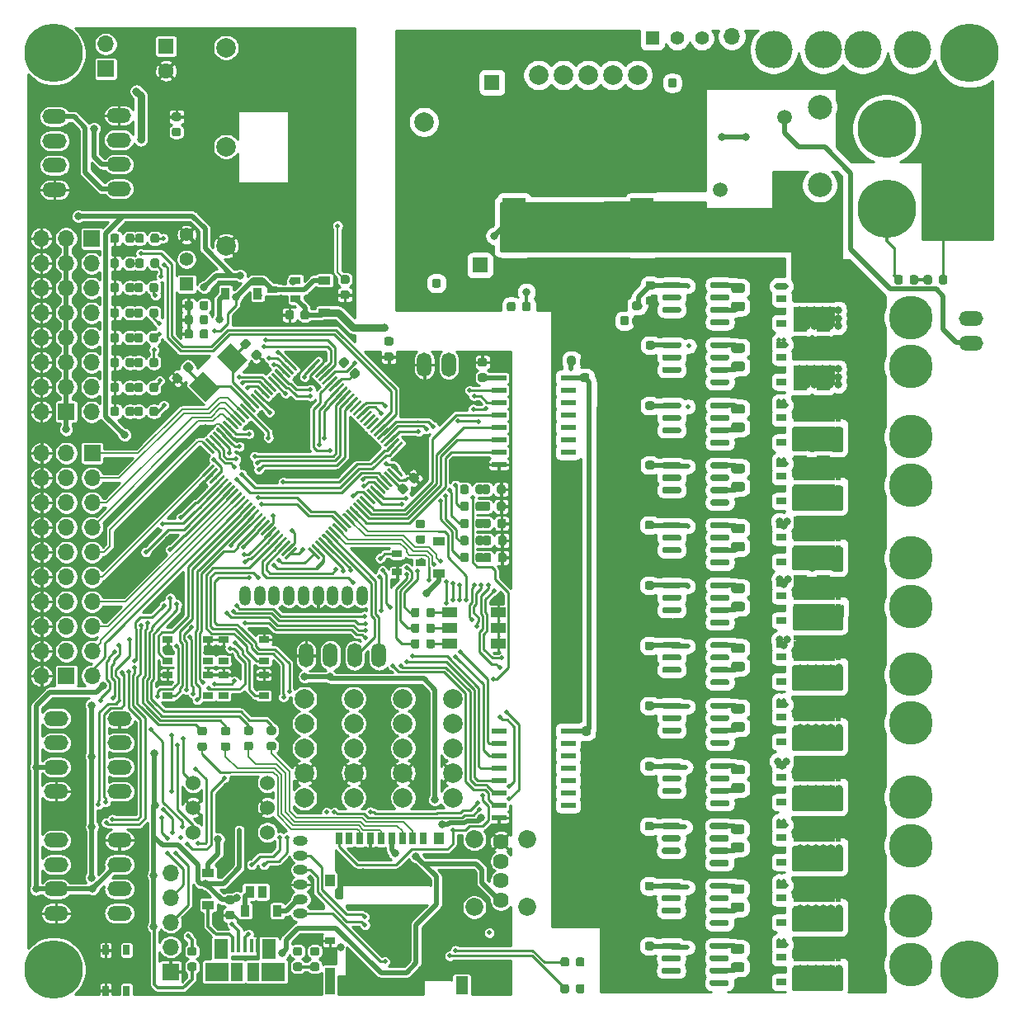
<source format=gbr>
G04 #@! TF.GenerationSoftware,KiCad,Pcbnew,(5.1.6)-1*
G04 #@! TF.CreationDate,2022-01-26T19:38:05+09:00*
G04 #@! TF.ProjectId,Main,4d61696e-2e6b-4696-9361-645f70636258,rev?*
G04 #@! TF.SameCoordinates,Original*
G04 #@! TF.FileFunction,Copper,L1,Top*
G04 #@! TF.FilePolarity,Positive*
%FSLAX46Y46*%
G04 Gerber Fmt 4.6, Leading zero omitted, Abs format (unit mm)*
G04 Created by KiCad (PCBNEW (5.1.6)-1) date 2022-01-26 19:38:05*
%MOMM*%
%LPD*%
G01*
G04 APERTURE LIST*
G04 #@! TA.AperFunction,SMDPad,CuDef*
%ADD10R,0.900000X1.200000*%
G04 #@! TD*
G04 #@! TA.AperFunction,ComponentPad*
%ADD11C,1.524000*%
G04 #@! TD*
G04 #@! TA.AperFunction,SMDPad,CuDef*
%ADD12R,1.050000X0.650000*%
G04 #@! TD*
G04 #@! TA.AperFunction,SMDPad,CuDef*
%ADD13R,0.650000X1.050000*%
G04 #@! TD*
G04 #@! TA.AperFunction,ComponentPad*
%ADD14R,1.600000X1.600000*%
G04 #@! TD*
G04 #@! TA.AperFunction,ComponentPad*
%ADD15C,1.600000*%
G04 #@! TD*
G04 #@! TA.AperFunction,ComponentPad*
%ADD16C,2.000000*%
G04 #@! TD*
G04 #@! TA.AperFunction,SMDPad,CuDef*
%ADD17R,0.700000X1.200000*%
G04 #@! TD*
G04 #@! TA.AperFunction,SMDPad,CuDef*
%ADD18R,1.000000X1.200000*%
G04 #@! TD*
G04 #@! TA.AperFunction,SMDPad,CuDef*
%ADD19R,1.000000X0.800000*%
G04 #@! TD*
G04 #@! TA.AperFunction,SMDPad,CuDef*
%ADD20R,1.000000X2.800000*%
G04 #@! TD*
G04 #@! TA.AperFunction,SMDPad,CuDef*
%ADD21R,1.300000X1.900000*%
G04 #@! TD*
G04 #@! TA.AperFunction,ComponentPad*
%ADD22C,1.397000*%
G04 #@! TD*
G04 #@! TA.AperFunction,ComponentPad*
%ADD23R,1.397000X1.397000*%
G04 #@! TD*
G04 #@! TA.AperFunction,ComponentPad*
%ADD24C,4.500000*%
G04 #@! TD*
G04 #@! TA.AperFunction,ComponentPad*
%ADD25O,1.500000X2.500000*%
G04 #@! TD*
G04 #@! TA.AperFunction,ComponentPad*
%ADD26C,6.000000*%
G04 #@! TD*
G04 #@! TA.AperFunction,ComponentPad*
%ADD27O,2.500000X1.500000*%
G04 #@! TD*
G04 #@! TA.AperFunction,ComponentPad*
%ADD28O,1.524000X1.000000*%
G04 #@! TD*
G04 #@! TA.AperFunction,ComponentPad*
%ADD29C,1.620000*%
G04 #@! TD*
G04 #@! TA.AperFunction,ComponentPad*
%ADD30C,1.850000*%
G04 #@! TD*
G04 #@! TA.AperFunction,ComponentPad*
%ADD31C,2.500000*%
G04 #@! TD*
G04 #@! TA.AperFunction,ComponentPad*
%ADD32C,1.500000*%
G04 #@! TD*
G04 #@! TA.AperFunction,SMDPad,CuDef*
%ADD33R,2.350000X5.650000*%
G04 #@! TD*
G04 #@! TA.AperFunction,SMDPad,CuDef*
%ADD34R,1.500000X1.000000*%
G04 #@! TD*
G04 #@! TA.AperFunction,SMDPad,CuDef*
%ADD35R,1.200000X0.900000*%
G04 #@! TD*
G04 #@! TA.AperFunction,SMDPad,CuDef*
%ADD36R,1.500000X0.600000*%
G04 #@! TD*
G04 #@! TA.AperFunction,ComponentPad*
%ADD37R,1.700000X1.700000*%
G04 #@! TD*
G04 #@! TA.AperFunction,ComponentPad*
%ADD38O,1.700000X1.700000*%
G04 #@! TD*
G04 #@! TA.AperFunction,SMDPad,CuDef*
%ADD39R,0.450000X1.380000*%
G04 #@! TD*
G04 #@! TA.AperFunction,SMDPad,CuDef*
%ADD40R,1.475000X2.100000*%
G04 #@! TD*
G04 #@! TA.AperFunction,SMDPad,CuDef*
%ADD41R,2.375000X1.900000*%
G04 #@! TD*
G04 #@! TA.AperFunction,SMDPad,CuDef*
%ADD42R,1.175000X1.900000*%
G04 #@! TD*
G04 #@! TA.AperFunction,SMDPad,CuDef*
%ADD43R,1.000000X0.700000*%
G04 #@! TD*
G04 #@! TA.AperFunction,SMDPad,CuDef*
%ADD44C,0.100000*%
G04 #@! TD*
G04 #@! TA.AperFunction,ComponentPad*
%ADD45C,3.840000*%
G04 #@! TD*
G04 #@! TA.AperFunction,SMDPad,CuDef*
%ADD46R,4.280000X2.080000*%
G04 #@! TD*
G04 #@! TA.AperFunction,SMDPad,CuDef*
%ADD47R,1.400000X0.495000*%
G04 #@! TD*
G04 #@! TA.AperFunction,SMDPad,CuDef*
%ADD48R,0.560000X0.750000*%
G04 #@! TD*
G04 #@! TA.AperFunction,SMDPad,CuDef*
%ADD49R,1.000000X0.750000*%
G04 #@! TD*
G04 #@! TA.AperFunction,SMDPad,CuDef*
%ADD50R,0.965200X1.270000*%
G04 #@! TD*
G04 #@! TA.AperFunction,ComponentPad*
%ADD51O,1.200000X2.000000*%
G04 #@! TD*
G04 #@! TA.AperFunction,ViaPad*
%ADD52C,6.000000*%
G04 #@! TD*
G04 #@! TA.AperFunction,ViaPad*
%ADD53C,0.800000*%
G04 #@! TD*
G04 #@! TA.AperFunction,ViaPad*
%ADD54C,0.500000*%
G04 #@! TD*
G04 #@! TA.AperFunction,ViaPad*
%ADD55C,1.000000*%
G04 #@! TD*
G04 #@! TA.AperFunction,Conductor*
%ADD56C,0.250000*%
G04 #@! TD*
G04 #@! TA.AperFunction,Conductor*
%ADD57C,0.200000*%
G04 #@! TD*
G04 #@! TA.AperFunction,Conductor*
%ADD58C,0.500000*%
G04 #@! TD*
G04 #@! TA.AperFunction,Conductor*
%ADD59C,0.300000*%
G04 #@! TD*
G04 #@! TA.AperFunction,Conductor*
%ADD60C,0.800000*%
G04 #@! TD*
G04 #@! TA.AperFunction,Conductor*
%ADD61C,0.254000*%
G04 #@! TD*
G04 APERTURE END LIST*
D10*
X56650000Y-65650000D03*
X59950000Y-65650000D03*
D11*
X53315000Y-115860000D03*
X53315000Y-118400000D03*
X53315000Y-120940000D03*
X60935000Y-120940000D03*
X60935000Y-118400000D03*
X60935000Y-115860000D03*
D12*
X56425000Y-104775000D03*
X60575000Y-104775000D03*
X56425000Y-106925000D03*
X60575000Y-106925000D03*
X54850000Y-106925000D03*
X50700000Y-106925000D03*
X54850000Y-104775000D03*
X50700000Y-104775000D03*
X60600000Y-103325000D03*
X56450000Y-103325000D03*
X60600000Y-101175000D03*
X56450000Y-101175000D03*
X50725000Y-101175000D03*
X54875000Y-101175000D03*
X50725000Y-103325000D03*
X54875000Y-103325000D03*
D13*
X46495000Y-133035000D03*
X46495000Y-137185000D03*
X44345000Y-133035000D03*
X44345000Y-137185000D03*
D14*
X50530000Y-40290000D03*
D15*
X50530000Y-42790000D03*
G04 #@! TA.AperFunction,SMDPad,CuDef*
G36*
G01*
X62746878Y-72467663D02*
X62852944Y-72361597D01*
G75*
G02*
X62959010Y-72361597I53033J-53033D01*
G01*
X63984314Y-73386901D01*
G75*
G02*
X63984314Y-73492967I-53033J-53033D01*
G01*
X63878248Y-73599033D01*
G75*
G02*
X63772182Y-73599033I-53033J53033D01*
G01*
X62746878Y-72573729D01*
G75*
G02*
X62746878Y-72467663I53033J53033D01*
G01*
G37*
G04 #@! TD.AperFunction*
G04 #@! TA.AperFunction,SMDPad,CuDef*
G36*
G01*
X62393325Y-72821216D02*
X62499391Y-72715150D01*
G75*
G02*
X62605457Y-72715150I53033J-53033D01*
G01*
X63630761Y-73740454D01*
G75*
G02*
X63630761Y-73846520I-53033J-53033D01*
G01*
X63524695Y-73952586D01*
G75*
G02*
X63418629Y-73952586I-53033J53033D01*
G01*
X62393325Y-72927282D01*
G75*
G02*
X62393325Y-72821216I53033J53033D01*
G01*
G37*
G04 #@! TD.AperFunction*
G04 #@! TA.AperFunction,SMDPad,CuDef*
G36*
G01*
X62039771Y-73174770D02*
X62145837Y-73068704D01*
G75*
G02*
X62251903Y-73068704I53033J-53033D01*
G01*
X63277207Y-74094008D01*
G75*
G02*
X63277207Y-74200074I-53033J-53033D01*
G01*
X63171141Y-74306140D01*
G75*
G02*
X63065075Y-74306140I-53033J53033D01*
G01*
X62039771Y-73280836D01*
G75*
G02*
X62039771Y-73174770I53033J53033D01*
G01*
G37*
G04 #@! TD.AperFunction*
G04 #@! TA.AperFunction,SMDPad,CuDef*
G36*
G01*
X61686218Y-73528323D02*
X61792284Y-73422257D01*
G75*
G02*
X61898350Y-73422257I53033J-53033D01*
G01*
X62923654Y-74447561D01*
G75*
G02*
X62923654Y-74553627I-53033J-53033D01*
G01*
X62817588Y-74659693D01*
G75*
G02*
X62711522Y-74659693I-53033J53033D01*
G01*
X61686218Y-73634389D01*
G75*
G02*
X61686218Y-73528323I53033J53033D01*
G01*
G37*
G04 #@! TD.AperFunction*
G04 #@! TA.AperFunction,SMDPad,CuDef*
G36*
G01*
X61332665Y-73881876D02*
X61438731Y-73775810D01*
G75*
G02*
X61544797Y-73775810I53033J-53033D01*
G01*
X62570101Y-74801114D01*
G75*
G02*
X62570101Y-74907180I-53033J-53033D01*
G01*
X62464035Y-75013246D01*
G75*
G02*
X62357969Y-75013246I-53033J53033D01*
G01*
X61332665Y-73987942D01*
G75*
G02*
X61332665Y-73881876I53033J53033D01*
G01*
G37*
G04 #@! TD.AperFunction*
G04 #@! TA.AperFunction,SMDPad,CuDef*
G36*
G01*
X60979111Y-74235430D02*
X61085177Y-74129364D01*
G75*
G02*
X61191243Y-74129364I53033J-53033D01*
G01*
X62216547Y-75154668D01*
G75*
G02*
X62216547Y-75260734I-53033J-53033D01*
G01*
X62110481Y-75366800D01*
G75*
G02*
X62004415Y-75366800I-53033J53033D01*
G01*
X60979111Y-74341496D01*
G75*
G02*
X60979111Y-74235430I53033J53033D01*
G01*
G37*
G04 #@! TD.AperFunction*
G04 #@! TA.AperFunction,SMDPad,CuDef*
G36*
G01*
X60625558Y-74588983D02*
X60731624Y-74482917D01*
G75*
G02*
X60837690Y-74482917I53033J-53033D01*
G01*
X61862994Y-75508221D01*
G75*
G02*
X61862994Y-75614287I-53033J-53033D01*
G01*
X61756928Y-75720353D01*
G75*
G02*
X61650862Y-75720353I-53033J53033D01*
G01*
X60625558Y-74695049D01*
G75*
G02*
X60625558Y-74588983I53033J53033D01*
G01*
G37*
G04 #@! TD.AperFunction*
G04 #@! TA.AperFunction,SMDPad,CuDef*
G36*
G01*
X60272004Y-74942537D02*
X60378070Y-74836471D01*
G75*
G02*
X60484136Y-74836471I53033J-53033D01*
G01*
X61509440Y-75861775D01*
G75*
G02*
X61509440Y-75967841I-53033J-53033D01*
G01*
X61403374Y-76073907D01*
G75*
G02*
X61297308Y-76073907I-53033J53033D01*
G01*
X60272004Y-75048603D01*
G75*
G02*
X60272004Y-74942537I53033J53033D01*
G01*
G37*
G04 #@! TD.AperFunction*
G04 #@! TA.AperFunction,SMDPad,CuDef*
G36*
G01*
X59918451Y-75296090D02*
X60024517Y-75190024D01*
G75*
G02*
X60130583Y-75190024I53033J-53033D01*
G01*
X61155887Y-76215328D01*
G75*
G02*
X61155887Y-76321394I-53033J-53033D01*
G01*
X61049821Y-76427460D01*
G75*
G02*
X60943755Y-76427460I-53033J53033D01*
G01*
X59918451Y-75402156D01*
G75*
G02*
X59918451Y-75296090I53033J53033D01*
G01*
G37*
G04 #@! TD.AperFunction*
G04 #@! TA.AperFunction,SMDPad,CuDef*
G36*
G01*
X59564898Y-75649643D02*
X59670964Y-75543577D01*
G75*
G02*
X59777030Y-75543577I53033J-53033D01*
G01*
X60802334Y-76568881D01*
G75*
G02*
X60802334Y-76674947I-53033J-53033D01*
G01*
X60696268Y-76781013D01*
G75*
G02*
X60590202Y-76781013I-53033J53033D01*
G01*
X59564898Y-75755709D01*
G75*
G02*
X59564898Y-75649643I53033J53033D01*
G01*
G37*
G04 #@! TD.AperFunction*
G04 #@! TA.AperFunction,SMDPad,CuDef*
G36*
G01*
X59211344Y-76003197D02*
X59317410Y-75897131D01*
G75*
G02*
X59423476Y-75897131I53033J-53033D01*
G01*
X60448780Y-76922435D01*
G75*
G02*
X60448780Y-77028501I-53033J-53033D01*
G01*
X60342714Y-77134567D01*
G75*
G02*
X60236648Y-77134567I-53033J53033D01*
G01*
X59211344Y-76109263D01*
G75*
G02*
X59211344Y-76003197I53033J53033D01*
G01*
G37*
G04 #@! TD.AperFunction*
G04 #@! TA.AperFunction,SMDPad,CuDef*
G36*
G01*
X58857791Y-76356750D02*
X58963857Y-76250684D01*
G75*
G02*
X59069923Y-76250684I53033J-53033D01*
G01*
X60095227Y-77275988D01*
G75*
G02*
X60095227Y-77382054I-53033J-53033D01*
G01*
X59989161Y-77488120D01*
G75*
G02*
X59883095Y-77488120I-53033J53033D01*
G01*
X58857791Y-76462816D01*
G75*
G02*
X58857791Y-76356750I53033J53033D01*
G01*
G37*
G04 #@! TD.AperFunction*
G04 #@! TA.AperFunction,SMDPad,CuDef*
G36*
G01*
X58504237Y-76710303D02*
X58610303Y-76604237D01*
G75*
G02*
X58716369Y-76604237I53033J-53033D01*
G01*
X59741673Y-77629541D01*
G75*
G02*
X59741673Y-77735607I-53033J-53033D01*
G01*
X59635607Y-77841673D01*
G75*
G02*
X59529541Y-77841673I-53033J53033D01*
G01*
X58504237Y-76816369D01*
G75*
G02*
X58504237Y-76710303I53033J53033D01*
G01*
G37*
G04 #@! TD.AperFunction*
G04 #@! TA.AperFunction,SMDPad,CuDef*
G36*
G01*
X58150684Y-77063857D02*
X58256750Y-76957791D01*
G75*
G02*
X58362816Y-76957791I53033J-53033D01*
G01*
X59388120Y-77983095D01*
G75*
G02*
X59388120Y-78089161I-53033J-53033D01*
G01*
X59282054Y-78195227D01*
G75*
G02*
X59175988Y-78195227I-53033J53033D01*
G01*
X58150684Y-77169923D01*
G75*
G02*
X58150684Y-77063857I53033J53033D01*
G01*
G37*
G04 #@! TD.AperFunction*
G04 #@! TA.AperFunction,SMDPad,CuDef*
G36*
G01*
X57797131Y-77417410D02*
X57903197Y-77311344D01*
G75*
G02*
X58009263Y-77311344I53033J-53033D01*
G01*
X59034567Y-78336648D01*
G75*
G02*
X59034567Y-78442714I-53033J-53033D01*
G01*
X58928501Y-78548780D01*
G75*
G02*
X58822435Y-78548780I-53033J53033D01*
G01*
X57797131Y-77523476D01*
G75*
G02*
X57797131Y-77417410I53033J53033D01*
G01*
G37*
G04 #@! TD.AperFunction*
G04 #@! TA.AperFunction,SMDPad,CuDef*
G36*
G01*
X57443577Y-77770964D02*
X57549643Y-77664898D01*
G75*
G02*
X57655709Y-77664898I53033J-53033D01*
G01*
X58681013Y-78690202D01*
G75*
G02*
X58681013Y-78796268I-53033J-53033D01*
G01*
X58574947Y-78902334D01*
G75*
G02*
X58468881Y-78902334I-53033J53033D01*
G01*
X57443577Y-77877030D01*
G75*
G02*
X57443577Y-77770964I53033J53033D01*
G01*
G37*
G04 #@! TD.AperFunction*
G04 #@! TA.AperFunction,SMDPad,CuDef*
G36*
G01*
X57090024Y-78124517D02*
X57196090Y-78018451D01*
G75*
G02*
X57302156Y-78018451I53033J-53033D01*
G01*
X58327460Y-79043755D01*
G75*
G02*
X58327460Y-79149821I-53033J-53033D01*
G01*
X58221394Y-79255887D01*
G75*
G02*
X58115328Y-79255887I-53033J53033D01*
G01*
X57090024Y-78230583D01*
G75*
G02*
X57090024Y-78124517I53033J53033D01*
G01*
G37*
G04 #@! TD.AperFunction*
G04 #@! TA.AperFunction,SMDPad,CuDef*
G36*
G01*
X56736471Y-78478070D02*
X56842537Y-78372004D01*
G75*
G02*
X56948603Y-78372004I53033J-53033D01*
G01*
X57973907Y-79397308D01*
G75*
G02*
X57973907Y-79503374I-53033J-53033D01*
G01*
X57867841Y-79609440D01*
G75*
G02*
X57761775Y-79609440I-53033J53033D01*
G01*
X56736471Y-78584136D01*
G75*
G02*
X56736471Y-78478070I53033J53033D01*
G01*
G37*
G04 #@! TD.AperFunction*
G04 #@! TA.AperFunction,SMDPad,CuDef*
G36*
G01*
X56382917Y-78831624D02*
X56488983Y-78725558D01*
G75*
G02*
X56595049Y-78725558I53033J-53033D01*
G01*
X57620353Y-79750862D01*
G75*
G02*
X57620353Y-79856928I-53033J-53033D01*
G01*
X57514287Y-79962994D01*
G75*
G02*
X57408221Y-79962994I-53033J53033D01*
G01*
X56382917Y-78937690D01*
G75*
G02*
X56382917Y-78831624I53033J53033D01*
G01*
G37*
G04 #@! TD.AperFunction*
G04 #@! TA.AperFunction,SMDPad,CuDef*
G36*
G01*
X56029364Y-79185177D02*
X56135430Y-79079111D01*
G75*
G02*
X56241496Y-79079111I53033J-53033D01*
G01*
X57266800Y-80104415D01*
G75*
G02*
X57266800Y-80210481I-53033J-53033D01*
G01*
X57160734Y-80316547D01*
G75*
G02*
X57054668Y-80316547I-53033J53033D01*
G01*
X56029364Y-79291243D01*
G75*
G02*
X56029364Y-79185177I53033J53033D01*
G01*
G37*
G04 #@! TD.AperFunction*
G04 #@! TA.AperFunction,SMDPad,CuDef*
G36*
G01*
X55675810Y-79538731D02*
X55781876Y-79432665D01*
G75*
G02*
X55887942Y-79432665I53033J-53033D01*
G01*
X56913246Y-80457969D01*
G75*
G02*
X56913246Y-80564035I-53033J-53033D01*
G01*
X56807180Y-80670101D01*
G75*
G02*
X56701114Y-80670101I-53033J53033D01*
G01*
X55675810Y-79644797D01*
G75*
G02*
X55675810Y-79538731I53033J53033D01*
G01*
G37*
G04 #@! TD.AperFunction*
G04 #@! TA.AperFunction,SMDPad,CuDef*
G36*
G01*
X55322257Y-79892284D02*
X55428323Y-79786218D01*
G75*
G02*
X55534389Y-79786218I53033J-53033D01*
G01*
X56559693Y-80811522D01*
G75*
G02*
X56559693Y-80917588I-53033J-53033D01*
G01*
X56453627Y-81023654D01*
G75*
G02*
X56347561Y-81023654I-53033J53033D01*
G01*
X55322257Y-79998350D01*
G75*
G02*
X55322257Y-79892284I53033J53033D01*
G01*
G37*
G04 #@! TD.AperFunction*
G04 #@! TA.AperFunction,SMDPad,CuDef*
G36*
G01*
X54968704Y-80245837D02*
X55074770Y-80139771D01*
G75*
G02*
X55180836Y-80139771I53033J-53033D01*
G01*
X56206140Y-81165075D01*
G75*
G02*
X56206140Y-81271141I-53033J-53033D01*
G01*
X56100074Y-81377207D01*
G75*
G02*
X55994008Y-81377207I-53033J53033D01*
G01*
X54968704Y-80351903D01*
G75*
G02*
X54968704Y-80245837I53033J53033D01*
G01*
G37*
G04 #@! TD.AperFunction*
G04 #@! TA.AperFunction,SMDPad,CuDef*
G36*
G01*
X54615150Y-80599391D02*
X54721216Y-80493325D01*
G75*
G02*
X54827282Y-80493325I53033J-53033D01*
G01*
X55852586Y-81518629D01*
G75*
G02*
X55852586Y-81624695I-53033J-53033D01*
G01*
X55746520Y-81730761D01*
G75*
G02*
X55640454Y-81730761I-53033J53033D01*
G01*
X54615150Y-80705457D01*
G75*
G02*
X54615150Y-80599391I53033J53033D01*
G01*
G37*
G04 #@! TD.AperFunction*
G04 #@! TA.AperFunction,SMDPad,CuDef*
G36*
G01*
X54261597Y-80952944D02*
X54367663Y-80846878D01*
G75*
G02*
X54473729Y-80846878I53033J-53033D01*
G01*
X55499033Y-81872182D01*
G75*
G02*
X55499033Y-81978248I-53033J-53033D01*
G01*
X55392967Y-82084314D01*
G75*
G02*
X55286901Y-82084314I-53033J53033D01*
G01*
X54261597Y-81059010D01*
G75*
G02*
X54261597Y-80952944I53033J53033D01*
G01*
G37*
G04 #@! TD.AperFunction*
G04 #@! TA.AperFunction,SMDPad,CuDef*
G36*
G01*
X54261597Y-84240990D02*
X55286901Y-83215686D01*
G75*
G02*
X55392967Y-83215686I53033J-53033D01*
G01*
X55499033Y-83321752D01*
G75*
G02*
X55499033Y-83427818I-53033J-53033D01*
G01*
X54473729Y-84453122D01*
G75*
G02*
X54367663Y-84453122I-53033J53033D01*
G01*
X54261597Y-84347056D01*
G75*
G02*
X54261597Y-84240990I53033J53033D01*
G01*
G37*
G04 #@! TD.AperFunction*
G04 #@! TA.AperFunction,SMDPad,CuDef*
G36*
G01*
X54615150Y-84594543D02*
X55640454Y-83569239D01*
G75*
G02*
X55746520Y-83569239I53033J-53033D01*
G01*
X55852586Y-83675305D01*
G75*
G02*
X55852586Y-83781371I-53033J-53033D01*
G01*
X54827282Y-84806675D01*
G75*
G02*
X54721216Y-84806675I-53033J53033D01*
G01*
X54615150Y-84700609D01*
G75*
G02*
X54615150Y-84594543I53033J53033D01*
G01*
G37*
G04 #@! TD.AperFunction*
G04 #@! TA.AperFunction,SMDPad,CuDef*
G36*
G01*
X54968704Y-84948097D02*
X55994008Y-83922793D01*
G75*
G02*
X56100074Y-83922793I53033J-53033D01*
G01*
X56206140Y-84028859D01*
G75*
G02*
X56206140Y-84134925I-53033J-53033D01*
G01*
X55180836Y-85160229D01*
G75*
G02*
X55074770Y-85160229I-53033J53033D01*
G01*
X54968704Y-85054163D01*
G75*
G02*
X54968704Y-84948097I53033J53033D01*
G01*
G37*
G04 #@! TD.AperFunction*
G04 #@! TA.AperFunction,SMDPad,CuDef*
G36*
G01*
X55322257Y-85301650D02*
X56347561Y-84276346D01*
G75*
G02*
X56453627Y-84276346I53033J-53033D01*
G01*
X56559693Y-84382412D01*
G75*
G02*
X56559693Y-84488478I-53033J-53033D01*
G01*
X55534389Y-85513782D01*
G75*
G02*
X55428323Y-85513782I-53033J53033D01*
G01*
X55322257Y-85407716D01*
G75*
G02*
X55322257Y-85301650I53033J53033D01*
G01*
G37*
G04 #@! TD.AperFunction*
G04 #@! TA.AperFunction,SMDPad,CuDef*
G36*
G01*
X55675810Y-85655203D02*
X56701114Y-84629899D01*
G75*
G02*
X56807180Y-84629899I53033J-53033D01*
G01*
X56913246Y-84735965D01*
G75*
G02*
X56913246Y-84842031I-53033J-53033D01*
G01*
X55887942Y-85867335D01*
G75*
G02*
X55781876Y-85867335I-53033J53033D01*
G01*
X55675810Y-85761269D01*
G75*
G02*
X55675810Y-85655203I53033J53033D01*
G01*
G37*
G04 #@! TD.AperFunction*
G04 #@! TA.AperFunction,SMDPad,CuDef*
G36*
G01*
X56029364Y-86008757D02*
X57054668Y-84983453D01*
G75*
G02*
X57160734Y-84983453I53033J-53033D01*
G01*
X57266800Y-85089519D01*
G75*
G02*
X57266800Y-85195585I-53033J-53033D01*
G01*
X56241496Y-86220889D01*
G75*
G02*
X56135430Y-86220889I-53033J53033D01*
G01*
X56029364Y-86114823D01*
G75*
G02*
X56029364Y-86008757I53033J53033D01*
G01*
G37*
G04 #@! TD.AperFunction*
G04 #@! TA.AperFunction,SMDPad,CuDef*
G36*
G01*
X56382917Y-86362310D02*
X57408221Y-85337006D01*
G75*
G02*
X57514287Y-85337006I53033J-53033D01*
G01*
X57620353Y-85443072D01*
G75*
G02*
X57620353Y-85549138I-53033J-53033D01*
G01*
X56595049Y-86574442D01*
G75*
G02*
X56488983Y-86574442I-53033J53033D01*
G01*
X56382917Y-86468376D01*
G75*
G02*
X56382917Y-86362310I53033J53033D01*
G01*
G37*
G04 #@! TD.AperFunction*
G04 #@! TA.AperFunction,SMDPad,CuDef*
G36*
G01*
X56736471Y-86715864D02*
X57761775Y-85690560D01*
G75*
G02*
X57867841Y-85690560I53033J-53033D01*
G01*
X57973907Y-85796626D01*
G75*
G02*
X57973907Y-85902692I-53033J-53033D01*
G01*
X56948603Y-86927996D01*
G75*
G02*
X56842537Y-86927996I-53033J53033D01*
G01*
X56736471Y-86821930D01*
G75*
G02*
X56736471Y-86715864I53033J53033D01*
G01*
G37*
G04 #@! TD.AperFunction*
G04 #@! TA.AperFunction,SMDPad,CuDef*
G36*
G01*
X57090024Y-87069417D02*
X58115328Y-86044113D01*
G75*
G02*
X58221394Y-86044113I53033J-53033D01*
G01*
X58327460Y-86150179D01*
G75*
G02*
X58327460Y-86256245I-53033J-53033D01*
G01*
X57302156Y-87281549D01*
G75*
G02*
X57196090Y-87281549I-53033J53033D01*
G01*
X57090024Y-87175483D01*
G75*
G02*
X57090024Y-87069417I53033J53033D01*
G01*
G37*
G04 #@! TD.AperFunction*
G04 #@! TA.AperFunction,SMDPad,CuDef*
G36*
G01*
X57443577Y-87422970D02*
X58468881Y-86397666D01*
G75*
G02*
X58574947Y-86397666I53033J-53033D01*
G01*
X58681013Y-86503732D01*
G75*
G02*
X58681013Y-86609798I-53033J-53033D01*
G01*
X57655709Y-87635102D01*
G75*
G02*
X57549643Y-87635102I-53033J53033D01*
G01*
X57443577Y-87529036D01*
G75*
G02*
X57443577Y-87422970I53033J53033D01*
G01*
G37*
G04 #@! TD.AperFunction*
G04 #@! TA.AperFunction,SMDPad,CuDef*
G36*
G01*
X57797131Y-87776524D02*
X58822435Y-86751220D01*
G75*
G02*
X58928501Y-86751220I53033J-53033D01*
G01*
X59034567Y-86857286D01*
G75*
G02*
X59034567Y-86963352I-53033J-53033D01*
G01*
X58009263Y-87988656D01*
G75*
G02*
X57903197Y-87988656I-53033J53033D01*
G01*
X57797131Y-87882590D01*
G75*
G02*
X57797131Y-87776524I53033J53033D01*
G01*
G37*
G04 #@! TD.AperFunction*
G04 #@! TA.AperFunction,SMDPad,CuDef*
G36*
G01*
X58150684Y-88130077D02*
X59175988Y-87104773D01*
G75*
G02*
X59282054Y-87104773I53033J-53033D01*
G01*
X59388120Y-87210839D01*
G75*
G02*
X59388120Y-87316905I-53033J-53033D01*
G01*
X58362816Y-88342209D01*
G75*
G02*
X58256750Y-88342209I-53033J53033D01*
G01*
X58150684Y-88236143D01*
G75*
G02*
X58150684Y-88130077I53033J53033D01*
G01*
G37*
G04 #@! TD.AperFunction*
G04 #@! TA.AperFunction,SMDPad,CuDef*
G36*
G01*
X58504237Y-88483631D02*
X59529541Y-87458327D01*
G75*
G02*
X59635607Y-87458327I53033J-53033D01*
G01*
X59741673Y-87564393D01*
G75*
G02*
X59741673Y-87670459I-53033J-53033D01*
G01*
X58716369Y-88695763D01*
G75*
G02*
X58610303Y-88695763I-53033J53033D01*
G01*
X58504237Y-88589697D01*
G75*
G02*
X58504237Y-88483631I53033J53033D01*
G01*
G37*
G04 #@! TD.AperFunction*
G04 #@! TA.AperFunction,SMDPad,CuDef*
G36*
G01*
X58857791Y-88837184D02*
X59883095Y-87811880D01*
G75*
G02*
X59989161Y-87811880I53033J-53033D01*
G01*
X60095227Y-87917946D01*
G75*
G02*
X60095227Y-88024012I-53033J-53033D01*
G01*
X59069923Y-89049316D01*
G75*
G02*
X58963857Y-89049316I-53033J53033D01*
G01*
X58857791Y-88943250D01*
G75*
G02*
X58857791Y-88837184I53033J53033D01*
G01*
G37*
G04 #@! TD.AperFunction*
G04 #@! TA.AperFunction,SMDPad,CuDef*
G36*
G01*
X59211344Y-89190737D02*
X60236648Y-88165433D01*
G75*
G02*
X60342714Y-88165433I53033J-53033D01*
G01*
X60448780Y-88271499D01*
G75*
G02*
X60448780Y-88377565I-53033J-53033D01*
G01*
X59423476Y-89402869D01*
G75*
G02*
X59317410Y-89402869I-53033J53033D01*
G01*
X59211344Y-89296803D01*
G75*
G02*
X59211344Y-89190737I53033J53033D01*
G01*
G37*
G04 #@! TD.AperFunction*
G04 #@! TA.AperFunction,SMDPad,CuDef*
G36*
G01*
X59564898Y-89544291D02*
X60590202Y-88518987D01*
G75*
G02*
X60696268Y-88518987I53033J-53033D01*
G01*
X60802334Y-88625053D01*
G75*
G02*
X60802334Y-88731119I-53033J-53033D01*
G01*
X59777030Y-89756423D01*
G75*
G02*
X59670964Y-89756423I-53033J53033D01*
G01*
X59564898Y-89650357D01*
G75*
G02*
X59564898Y-89544291I53033J53033D01*
G01*
G37*
G04 #@! TD.AperFunction*
G04 #@! TA.AperFunction,SMDPad,CuDef*
G36*
G01*
X59918451Y-89897844D02*
X60943755Y-88872540D01*
G75*
G02*
X61049821Y-88872540I53033J-53033D01*
G01*
X61155887Y-88978606D01*
G75*
G02*
X61155887Y-89084672I-53033J-53033D01*
G01*
X60130583Y-90109976D01*
G75*
G02*
X60024517Y-90109976I-53033J53033D01*
G01*
X59918451Y-90003910D01*
G75*
G02*
X59918451Y-89897844I53033J53033D01*
G01*
G37*
G04 #@! TD.AperFunction*
G04 #@! TA.AperFunction,SMDPad,CuDef*
G36*
G01*
X60272004Y-90251397D02*
X61297308Y-89226093D01*
G75*
G02*
X61403374Y-89226093I53033J-53033D01*
G01*
X61509440Y-89332159D01*
G75*
G02*
X61509440Y-89438225I-53033J-53033D01*
G01*
X60484136Y-90463529D01*
G75*
G02*
X60378070Y-90463529I-53033J53033D01*
G01*
X60272004Y-90357463D01*
G75*
G02*
X60272004Y-90251397I53033J53033D01*
G01*
G37*
G04 #@! TD.AperFunction*
G04 #@! TA.AperFunction,SMDPad,CuDef*
G36*
G01*
X60625558Y-90604951D02*
X61650862Y-89579647D01*
G75*
G02*
X61756928Y-89579647I53033J-53033D01*
G01*
X61862994Y-89685713D01*
G75*
G02*
X61862994Y-89791779I-53033J-53033D01*
G01*
X60837690Y-90817083D01*
G75*
G02*
X60731624Y-90817083I-53033J53033D01*
G01*
X60625558Y-90711017D01*
G75*
G02*
X60625558Y-90604951I53033J53033D01*
G01*
G37*
G04 #@! TD.AperFunction*
G04 #@! TA.AperFunction,SMDPad,CuDef*
G36*
G01*
X60979111Y-90958504D02*
X62004415Y-89933200D01*
G75*
G02*
X62110481Y-89933200I53033J-53033D01*
G01*
X62216547Y-90039266D01*
G75*
G02*
X62216547Y-90145332I-53033J-53033D01*
G01*
X61191243Y-91170636D01*
G75*
G02*
X61085177Y-91170636I-53033J53033D01*
G01*
X60979111Y-91064570D01*
G75*
G02*
X60979111Y-90958504I53033J53033D01*
G01*
G37*
G04 #@! TD.AperFunction*
G04 #@! TA.AperFunction,SMDPad,CuDef*
G36*
G01*
X61332665Y-91312058D02*
X62357969Y-90286754D01*
G75*
G02*
X62464035Y-90286754I53033J-53033D01*
G01*
X62570101Y-90392820D01*
G75*
G02*
X62570101Y-90498886I-53033J-53033D01*
G01*
X61544797Y-91524190D01*
G75*
G02*
X61438731Y-91524190I-53033J53033D01*
G01*
X61332665Y-91418124D01*
G75*
G02*
X61332665Y-91312058I53033J53033D01*
G01*
G37*
G04 #@! TD.AperFunction*
G04 #@! TA.AperFunction,SMDPad,CuDef*
G36*
G01*
X61686218Y-91665611D02*
X62711522Y-90640307D01*
G75*
G02*
X62817588Y-90640307I53033J-53033D01*
G01*
X62923654Y-90746373D01*
G75*
G02*
X62923654Y-90852439I-53033J-53033D01*
G01*
X61898350Y-91877743D01*
G75*
G02*
X61792284Y-91877743I-53033J53033D01*
G01*
X61686218Y-91771677D01*
G75*
G02*
X61686218Y-91665611I53033J53033D01*
G01*
G37*
G04 #@! TD.AperFunction*
G04 #@! TA.AperFunction,SMDPad,CuDef*
G36*
G01*
X62039771Y-92019164D02*
X63065075Y-90993860D01*
G75*
G02*
X63171141Y-90993860I53033J-53033D01*
G01*
X63277207Y-91099926D01*
G75*
G02*
X63277207Y-91205992I-53033J-53033D01*
G01*
X62251903Y-92231296D01*
G75*
G02*
X62145837Y-92231296I-53033J53033D01*
G01*
X62039771Y-92125230D01*
G75*
G02*
X62039771Y-92019164I53033J53033D01*
G01*
G37*
G04 #@! TD.AperFunction*
G04 #@! TA.AperFunction,SMDPad,CuDef*
G36*
G01*
X62393325Y-92372718D02*
X63418629Y-91347414D01*
G75*
G02*
X63524695Y-91347414I53033J-53033D01*
G01*
X63630761Y-91453480D01*
G75*
G02*
X63630761Y-91559546I-53033J-53033D01*
G01*
X62605457Y-92584850D01*
G75*
G02*
X62499391Y-92584850I-53033J53033D01*
G01*
X62393325Y-92478784D01*
G75*
G02*
X62393325Y-92372718I53033J53033D01*
G01*
G37*
G04 #@! TD.AperFunction*
G04 #@! TA.AperFunction,SMDPad,CuDef*
G36*
G01*
X62746878Y-92726271D02*
X63772182Y-91700967D01*
G75*
G02*
X63878248Y-91700967I53033J-53033D01*
G01*
X63984314Y-91807033D01*
G75*
G02*
X63984314Y-91913099I-53033J-53033D01*
G01*
X62959010Y-92938403D01*
G75*
G02*
X62852944Y-92938403I-53033J53033D01*
G01*
X62746878Y-92832337D01*
G75*
G02*
X62746878Y-92726271I53033J53033D01*
G01*
G37*
G04 #@! TD.AperFunction*
G04 #@! TA.AperFunction,SMDPad,CuDef*
G36*
G01*
X65115686Y-91807033D02*
X65221752Y-91700967D01*
G75*
G02*
X65327818Y-91700967I53033J-53033D01*
G01*
X66353122Y-92726271D01*
G75*
G02*
X66353122Y-92832337I-53033J-53033D01*
G01*
X66247056Y-92938403D01*
G75*
G02*
X66140990Y-92938403I-53033J53033D01*
G01*
X65115686Y-91913099D01*
G75*
G02*
X65115686Y-91807033I53033J53033D01*
G01*
G37*
G04 #@! TD.AperFunction*
G04 #@! TA.AperFunction,SMDPad,CuDef*
G36*
G01*
X65469239Y-91453480D02*
X65575305Y-91347414D01*
G75*
G02*
X65681371Y-91347414I53033J-53033D01*
G01*
X66706675Y-92372718D01*
G75*
G02*
X66706675Y-92478784I-53033J-53033D01*
G01*
X66600609Y-92584850D01*
G75*
G02*
X66494543Y-92584850I-53033J53033D01*
G01*
X65469239Y-91559546D01*
G75*
G02*
X65469239Y-91453480I53033J53033D01*
G01*
G37*
G04 #@! TD.AperFunction*
G04 #@! TA.AperFunction,SMDPad,CuDef*
G36*
G01*
X65822793Y-91099926D02*
X65928859Y-90993860D01*
G75*
G02*
X66034925Y-90993860I53033J-53033D01*
G01*
X67060229Y-92019164D01*
G75*
G02*
X67060229Y-92125230I-53033J-53033D01*
G01*
X66954163Y-92231296D01*
G75*
G02*
X66848097Y-92231296I-53033J53033D01*
G01*
X65822793Y-91205992D01*
G75*
G02*
X65822793Y-91099926I53033J53033D01*
G01*
G37*
G04 #@! TD.AperFunction*
G04 #@! TA.AperFunction,SMDPad,CuDef*
G36*
G01*
X66176346Y-90746373D02*
X66282412Y-90640307D01*
G75*
G02*
X66388478Y-90640307I53033J-53033D01*
G01*
X67413782Y-91665611D01*
G75*
G02*
X67413782Y-91771677I-53033J-53033D01*
G01*
X67307716Y-91877743D01*
G75*
G02*
X67201650Y-91877743I-53033J53033D01*
G01*
X66176346Y-90852439D01*
G75*
G02*
X66176346Y-90746373I53033J53033D01*
G01*
G37*
G04 #@! TD.AperFunction*
G04 #@! TA.AperFunction,SMDPad,CuDef*
G36*
G01*
X66529899Y-90392820D02*
X66635965Y-90286754D01*
G75*
G02*
X66742031Y-90286754I53033J-53033D01*
G01*
X67767335Y-91312058D01*
G75*
G02*
X67767335Y-91418124I-53033J-53033D01*
G01*
X67661269Y-91524190D01*
G75*
G02*
X67555203Y-91524190I-53033J53033D01*
G01*
X66529899Y-90498886D01*
G75*
G02*
X66529899Y-90392820I53033J53033D01*
G01*
G37*
G04 #@! TD.AperFunction*
G04 #@! TA.AperFunction,SMDPad,CuDef*
G36*
G01*
X66883453Y-90039266D02*
X66989519Y-89933200D01*
G75*
G02*
X67095585Y-89933200I53033J-53033D01*
G01*
X68120889Y-90958504D01*
G75*
G02*
X68120889Y-91064570I-53033J-53033D01*
G01*
X68014823Y-91170636D01*
G75*
G02*
X67908757Y-91170636I-53033J53033D01*
G01*
X66883453Y-90145332D01*
G75*
G02*
X66883453Y-90039266I53033J53033D01*
G01*
G37*
G04 #@! TD.AperFunction*
G04 #@! TA.AperFunction,SMDPad,CuDef*
G36*
G01*
X67237006Y-89685713D02*
X67343072Y-89579647D01*
G75*
G02*
X67449138Y-89579647I53033J-53033D01*
G01*
X68474442Y-90604951D01*
G75*
G02*
X68474442Y-90711017I-53033J-53033D01*
G01*
X68368376Y-90817083D01*
G75*
G02*
X68262310Y-90817083I-53033J53033D01*
G01*
X67237006Y-89791779D01*
G75*
G02*
X67237006Y-89685713I53033J53033D01*
G01*
G37*
G04 #@! TD.AperFunction*
G04 #@! TA.AperFunction,SMDPad,CuDef*
G36*
G01*
X67590560Y-89332159D02*
X67696626Y-89226093D01*
G75*
G02*
X67802692Y-89226093I53033J-53033D01*
G01*
X68827996Y-90251397D01*
G75*
G02*
X68827996Y-90357463I-53033J-53033D01*
G01*
X68721930Y-90463529D01*
G75*
G02*
X68615864Y-90463529I-53033J53033D01*
G01*
X67590560Y-89438225D01*
G75*
G02*
X67590560Y-89332159I53033J53033D01*
G01*
G37*
G04 #@! TD.AperFunction*
G04 #@! TA.AperFunction,SMDPad,CuDef*
G36*
G01*
X67944113Y-88978606D02*
X68050179Y-88872540D01*
G75*
G02*
X68156245Y-88872540I53033J-53033D01*
G01*
X69181549Y-89897844D01*
G75*
G02*
X69181549Y-90003910I-53033J-53033D01*
G01*
X69075483Y-90109976D01*
G75*
G02*
X68969417Y-90109976I-53033J53033D01*
G01*
X67944113Y-89084672D01*
G75*
G02*
X67944113Y-88978606I53033J53033D01*
G01*
G37*
G04 #@! TD.AperFunction*
G04 #@! TA.AperFunction,SMDPad,CuDef*
G36*
G01*
X68297666Y-88625053D02*
X68403732Y-88518987D01*
G75*
G02*
X68509798Y-88518987I53033J-53033D01*
G01*
X69535102Y-89544291D01*
G75*
G02*
X69535102Y-89650357I-53033J-53033D01*
G01*
X69429036Y-89756423D01*
G75*
G02*
X69322970Y-89756423I-53033J53033D01*
G01*
X68297666Y-88731119D01*
G75*
G02*
X68297666Y-88625053I53033J53033D01*
G01*
G37*
G04 #@! TD.AperFunction*
G04 #@! TA.AperFunction,SMDPad,CuDef*
G36*
G01*
X68651220Y-88271499D02*
X68757286Y-88165433D01*
G75*
G02*
X68863352Y-88165433I53033J-53033D01*
G01*
X69888656Y-89190737D01*
G75*
G02*
X69888656Y-89296803I-53033J-53033D01*
G01*
X69782590Y-89402869D01*
G75*
G02*
X69676524Y-89402869I-53033J53033D01*
G01*
X68651220Y-88377565D01*
G75*
G02*
X68651220Y-88271499I53033J53033D01*
G01*
G37*
G04 #@! TD.AperFunction*
G04 #@! TA.AperFunction,SMDPad,CuDef*
G36*
G01*
X69004773Y-87917946D02*
X69110839Y-87811880D01*
G75*
G02*
X69216905Y-87811880I53033J-53033D01*
G01*
X70242209Y-88837184D01*
G75*
G02*
X70242209Y-88943250I-53033J-53033D01*
G01*
X70136143Y-89049316D01*
G75*
G02*
X70030077Y-89049316I-53033J53033D01*
G01*
X69004773Y-88024012D01*
G75*
G02*
X69004773Y-87917946I53033J53033D01*
G01*
G37*
G04 #@! TD.AperFunction*
G04 #@! TA.AperFunction,SMDPad,CuDef*
G36*
G01*
X69358327Y-87564393D02*
X69464393Y-87458327D01*
G75*
G02*
X69570459Y-87458327I53033J-53033D01*
G01*
X70595763Y-88483631D01*
G75*
G02*
X70595763Y-88589697I-53033J-53033D01*
G01*
X70489697Y-88695763D01*
G75*
G02*
X70383631Y-88695763I-53033J53033D01*
G01*
X69358327Y-87670459D01*
G75*
G02*
X69358327Y-87564393I53033J53033D01*
G01*
G37*
G04 #@! TD.AperFunction*
G04 #@! TA.AperFunction,SMDPad,CuDef*
G36*
G01*
X69711880Y-87210839D02*
X69817946Y-87104773D01*
G75*
G02*
X69924012Y-87104773I53033J-53033D01*
G01*
X70949316Y-88130077D01*
G75*
G02*
X70949316Y-88236143I-53033J-53033D01*
G01*
X70843250Y-88342209D01*
G75*
G02*
X70737184Y-88342209I-53033J53033D01*
G01*
X69711880Y-87316905D01*
G75*
G02*
X69711880Y-87210839I53033J53033D01*
G01*
G37*
G04 #@! TD.AperFunction*
G04 #@! TA.AperFunction,SMDPad,CuDef*
G36*
G01*
X70065433Y-86857286D02*
X70171499Y-86751220D01*
G75*
G02*
X70277565Y-86751220I53033J-53033D01*
G01*
X71302869Y-87776524D01*
G75*
G02*
X71302869Y-87882590I-53033J-53033D01*
G01*
X71196803Y-87988656D01*
G75*
G02*
X71090737Y-87988656I-53033J53033D01*
G01*
X70065433Y-86963352D01*
G75*
G02*
X70065433Y-86857286I53033J53033D01*
G01*
G37*
G04 #@! TD.AperFunction*
G04 #@! TA.AperFunction,SMDPad,CuDef*
G36*
G01*
X70418987Y-86503732D02*
X70525053Y-86397666D01*
G75*
G02*
X70631119Y-86397666I53033J-53033D01*
G01*
X71656423Y-87422970D01*
G75*
G02*
X71656423Y-87529036I-53033J-53033D01*
G01*
X71550357Y-87635102D01*
G75*
G02*
X71444291Y-87635102I-53033J53033D01*
G01*
X70418987Y-86609798D01*
G75*
G02*
X70418987Y-86503732I53033J53033D01*
G01*
G37*
G04 #@! TD.AperFunction*
G04 #@! TA.AperFunction,SMDPad,CuDef*
G36*
G01*
X70772540Y-86150179D02*
X70878606Y-86044113D01*
G75*
G02*
X70984672Y-86044113I53033J-53033D01*
G01*
X72009976Y-87069417D01*
G75*
G02*
X72009976Y-87175483I-53033J-53033D01*
G01*
X71903910Y-87281549D01*
G75*
G02*
X71797844Y-87281549I-53033J53033D01*
G01*
X70772540Y-86256245D01*
G75*
G02*
X70772540Y-86150179I53033J53033D01*
G01*
G37*
G04 #@! TD.AperFunction*
G04 #@! TA.AperFunction,SMDPad,CuDef*
G36*
G01*
X71126093Y-85796626D02*
X71232159Y-85690560D01*
G75*
G02*
X71338225Y-85690560I53033J-53033D01*
G01*
X72363529Y-86715864D01*
G75*
G02*
X72363529Y-86821930I-53033J-53033D01*
G01*
X72257463Y-86927996D01*
G75*
G02*
X72151397Y-86927996I-53033J53033D01*
G01*
X71126093Y-85902692D01*
G75*
G02*
X71126093Y-85796626I53033J53033D01*
G01*
G37*
G04 #@! TD.AperFunction*
G04 #@! TA.AperFunction,SMDPad,CuDef*
G36*
G01*
X71479647Y-85443072D02*
X71585713Y-85337006D01*
G75*
G02*
X71691779Y-85337006I53033J-53033D01*
G01*
X72717083Y-86362310D01*
G75*
G02*
X72717083Y-86468376I-53033J-53033D01*
G01*
X72611017Y-86574442D01*
G75*
G02*
X72504951Y-86574442I-53033J53033D01*
G01*
X71479647Y-85549138D01*
G75*
G02*
X71479647Y-85443072I53033J53033D01*
G01*
G37*
G04 #@! TD.AperFunction*
G04 #@! TA.AperFunction,SMDPad,CuDef*
G36*
G01*
X71833200Y-85089519D02*
X71939266Y-84983453D01*
G75*
G02*
X72045332Y-84983453I53033J-53033D01*
G01*
X73070636Y-86008757D01*
G75*
G02*
X73070636Y-86114823I-53033J-53033D01*
G01*
X72964570Y-86220889D01*
G75*
G02*
X72858504Y-86220889I-53033J53033D01*
G01*
X71833200Y-85195585D01*
G75*
G02*
X71833200Y-85089519I53033J53033D01*
G01*
G37*
G04 #@! TD.AperFunction*
G04 #@! TA.AperFunction,SMDPad,CuDef*
G36*
G01*
X72186754Y-84735965D02*
X72292820Y-84629899D01*
G75*
G02*
X72398886Y-84629899I53033J-53033D01*
G01*
X73424190Y-85655203D01*
G75*
G02*
X73424190Y-85761269I-53033J-53033D01*
G01*
X73318124Y-85867335D01*
G75*
G02*
X73212058Y-85867335I-53033J53033D01*
G01*
X72186754Y-84842031D01*
G75*
G02*
X72186754Y-84735965I53033J53033D01*
G01*
G37*
G04 #@! TD.AperFunction*
G04 #@! TA.AperFunction,SMDPad,CuDef*
G36*
G01*
X72540307Y-84382412D02*
X72646373Y-84276346D01*
G75*
G02*
X72752439Y-84276346I53033J-53033D01*
G01*
X73777743Y-85301650D01*
G75*
G02*
X73777743Y-85407716I-53033J-53033D01*
G01*
X73671677Y-85513782D01*
G75*
G02*
X73565611Y-85513782I-53033J53033D01*
G01*
X72540307Y-84488478D01*
G75*
G02*
X72540307Y-84382412I53033J53033D01*
G01*
G37*
G04 #@! TD.AperFunction*
G04 #@! TA.AperFunction,SMDPad,CuDef*
G36*
G01*
X72893860Y-84028859D02*
X72999926Y-83922793D01*
G75*
G02*
X73105992Y-83922793I53033J-53033D01*
G01*
X74131296Y-84948097D01*
G75*
G02*
X74131296Y-85054163I-53033J-53033D01*
G01*
X74025230Y-85160229D01*
G75*
G02*
X73919164Y-85160229I-53033J53033D01*
G01*
X72893860Y-84134925D01*
G75*
G02*
X72893860Y-84028859I53033J53033D01*
G01*
G37*
G04 #@! TD.AperFunction*
G04 #@! TA.AperFunction,SMDPad,CuDef*
G36*
G01*
X73247414Y-83675305D02*
X73353480Y-83569239D01*
G75*
G02*
X73459546Y-83569239I53033J-53033D01*
G01*
X74484850Y-84594543D01*
G75*
G02*
X74484850Y-84700609I-53033J-53033D01*
G01*
X74378784Y-84806675D01*
G75*
G02*
X74272718Y-84806675I-53033J53033D01*
G01*
X73247414Y-83781371D01*
G75*
G02*
X73247414Y-83675305I53033J53033D01*
G01*
G37*
G04 #@! TD.AperFunction*
G04 #@! TA.AperFunction,SMDPad,CuDef*
G36*
G01*
X73600967Y-83321752D02*
X73707033Y-83215686D01*
G75*
G02*
X73813099Y-83215686I53033J-53033D01*
G01*
X74838403Y-84240990D01*
G75*
G02*
X74838403Y-84347056I-53033J-53033D01*
G01*
X74732337Y-84453122D01*
G75*
G02*
X74626271Y-84453122I-53033J53033D01*
G01*
X73600967Y-83427818D01*
G75*
G02*
X73600967Y-83321752I53033J53033D01*
G01*
G37*
G04 #@! TD.AperFunction*
G04 #@! TA.AperFunction,SMDPad,CuDef*
G36*
G01*
X73600967Y-81872182D02*
X74626271Y-80846878D01*
G75*
G02*
X74732337Y-80846878I53033J-53033D01*
G01*
X74838403Y-80952944D01*
G75*
G02*
X74838403Y-81059010I-53033J-53033D01*
G01*
X73813099Y-82084314D01*
G75*
G02*
X73707033Y-82084314I-53033J53033D01*
G01*
X73600967Y-81978248D01*
G75*
G02*
X73600967Y-81872182I53033J53033D01*
G01*
G37*
G04 #@! TD.AperFunction*
G04 #@! TA.AperFunction,SMDPad,CuDef*
G36*
G01*
X73247414Y-81518629D02*
X74272718Y-80493325D01*
G75*
G02*
X74378784Y-80493325I53033J-53033D01*
G01*
X74484850Y-80599391D01*
G75*
G02*
X74484850Y-80705457I-53033J-53033D01*
G01*
X73459546Y-81730761D01*
G75*
G02*
X73353480Y-81730761I-53033J53033D01*
G01*
X73247414Y-81624695D01*
G75*
G02*
X73247414Y-81518629I53033J53033D01*
G01*
G37*
G04 #@! TD.AperFunction*
G04 #@! TA.AperFunction,SMDPad,CuDef*
G36*
G01*
X72893860Y-81165075D02*
X73919164Y-80139771D01*
G75*
G02*
X74025230Y-80139771I53033J-53033D01*
G01*
X74131296Y-80245837D01*
G75*
G02*
X74131296Y-80351903I-53033J-53033D01*
G01*
X73105992Y-81377207D01*
G75*
G02*
X72999926Y-81377207I-53033J53033D01*
G01*
X72893860Y-81271141D01*
G75*
G02*
X72893860Y-81165075I53033J53033D01*
G01*
G37*
G04 #@! TD.AperFunction*
G04 #@! TA.AperFunction,SMDPad,CuDef*
G36*
G01*
X72540307Y-80811522D02*
X73565611Y-79786218D01*
G75*
G02*
X73671677Y-79786218I53033J-53033D01*
G01*
X73777743Y-79892284D01*
G75*
G02*
X73777743Y-79998350I-53033J-53033D01*
G01*
X72752439Y-81023654D01*
G75*
G02*
X72646373Y-81023654I-53033J53033D01*
G01*
X72540307Y-80917588D01*
G75*
G02*
X72540307Y-80811522I53033J53033D01*
G01*
G37*
G04 #@! TD.AperFunction*
G04 #@! TA.AperFunction,SMDPad,CuDef*
G36*
G01*
X72186754Y-80457969D02*
X73212058Y-79432665D01*
G75*
G02*
X73318124Y-79432665I53033J-53033D01*
G01*
X73424190Y-79538731D01*
G75*
G02*
X73424190Y-79644797I-53033J-53033D01*
G01*
X72398886Y-80670101D01*
G75*
G02*
X72292820Y-80670101I-53033J53033D01*
G01*
X72186754Y-80564035D01*
G75*
G02*
X72186754Y-80457969I53033J53033D01*
G01*
G37*
G04 #@! TD.AperFunction*
G04 #@! TA.AperFunction,SMDPad,CuDef*
G36*
G01*
X71833200Y-80104415D02*
X72858504Y-79079111D01*
G75*
G02*
X72964570Y-79079111I53033J-53033D01*
G01*
X73070636Y-79185177D01*
G75*
G02*
X73070636Y-79291243I-53033J-53033D01*
G01*
X72045332Y-80316547D01*
G75*
G02*
X71939266Y-80316547I-53033J53033D01*
G01*
X71833200Y-80210481D01*
G75*
G02*
X71833200Y-80104415I53033J53033D01*
G01*
G37*
G04 #@! TD.AperFunction*
G04 #@! TA.AperFunction,SMDPad,CuDef*
G36*
G01*
X71479647Y-79750862D02*
X72504951Y-78725558D01*
G75*
G02*
X72611017Y-78725558I53033J-53033D01*
G01*
X72717083Y-78831624D01*
G75*
G02*
X72717083Y-78937690I-53033J-53033D01*
G01*
X71691779Y-79962994D01*
G75*
G02*
X71585713Y-79962994I-53033J53033D01*
G01*
X71479647Y-79856928D01*
G75*
G02*
X71479647Y-79750862I53033J53033D01*
G01*
G37*
G04 #@! TD.AperFunction*
G04 #@! TA.AperFunction,SMDPad,CuDef*
G36*
G01*
X71126093Y-79397308D02*
X72151397Y-78372004D01*
G75*
G02*
X72257463Y-78372004I53033J-53033D01*
G01*
X72363529Y-78478070D01*
G75*
G02*
X72363529Y-78584136I-53033J-53033D01*
G01*
X71338225Y-79609440D01*
G75*
G02*
X71232159Y-79609440I-53033J53033D01*
G01*
X71126093Y-79503374D01*
G75*
G02*
X71126093Y-79397308I53033J53033D01*
G01*
G37*
G04 #@! TD.AperFunction*
G04 #@! TA.AperFunction,SMDPad,CuDef*
G36*
G01*
X70772540Y-79043755D02*
X71797844Y-78018451D01*
G75*
G02*
X71903910Y-78018451I53033J-53033D01*
G01*
X72009976Y-78124517D01*
G75*
G02*
X72009976Y-78230583I-53033J-53033D01*
G01*
X70984672Y-79255887D01*
G75*
G02*
X70878606Y-79255887I-53033J53033D01*
G01*
X70772540Y-79149821D01*
G75*
G02*
X70772540Y-79043755I53033J53033D01*
G01*
G37*
G04 #@! TD.AperFunction*
G04 #@! TA.AperFunction,SMDPad,CuDef*
G36*
G01*
X70418987Y-78690202D02*
X71444291Y-77664898D01*
G75*
G02*
X71550357Y-77664898I53033J-53033D01*
G01*
X71656423Y-77770964D01*
G75*
G02*
X71656423Y-77877030I-53033J-53033D01*
G01*
X70631119Y-78902334D01*
G75*
G02*
X70525053Y-78902334I-53033J53033D01*
G01*
X70418987Y-78796268D01*
G75*
G02*
X70418987Y-78690202I53033J53033D01*
G01*
G37*
G04 #@! TD.AperFunction*
G04 #@! TA.AperFunction,SMDPad,CuDef*
G36*
G01*
X70065433Y-78336648D02*
X71090737Y-77311344D01*
G75*
G02*
X71196803Y-77311344I53033J-53033D01*
G01*
X71302869Y-77417410D01*
G75*
G02*
X71302869Y-77523476I-53033J-53033D01*
G01*
X70277565Y-78548780D01*
G75*
G02*
X70171499Y-78548780I-53033J53033D01*
G01*
X70065433Y-78442714D01*
G75*
G02*
X70065433Y-78336648I53033J53033D01*
G01*
G37*
G04 #@! TD.AperFunction*
G04 #@! TA.AperFunction,SMDPad,CuDef*
G36*
G01*
X69711880Y-77983095D02*
X70737184Y-76957791D01*
G75*
G02*
X70843250Y-76957791I53033J-53033D01*
G01*
X70949316Y-77063857D01*
G75*
G02*
X70949316Y-77169923I-53033J-53033D01*
G01*
X69924012Y-78195227D01*
G75*
G02*
X69817946Y-78195227I-53033J53033D01*
G01*
X69711880Y-78089161D01*
G75*
G02*
X69711880Y-77983095I53033J53033D01*
G01*
G37*
G04 #@! TD.AperFunction*
G04 #@! TA.AperFunction,SMDPad,CuDef*
G36*
G01*
X69358327Y-77629541D02*
X70383631Y-76604237D01*
G75*
G02*
X70489697Y-76604237I53033J-53033D01*
G01*
X70595763Y-76710303D01*
G75*
G02*
X70595763Y-76816369I-53033J-53033D01*
G01*
X69570459Y-77841673D01*
G75*
G02*
X69464393Y-77841673I-53033J53033D01*
G01*
X69358327Y-77735607D01*
G75*
G02*
X69358327Y-77629541I53033J53033D01*
G01*
G37*
G04 #@! TD.AperFunction*
G04 #@! TA.AperFunction,SMDPad,CuDef*
G36*
G01*
X69004773Y-77275988D02*
X70030077Y-76250684D01*
G75*
G02*
X70136143Y-76250684I53033J-53033D01*
G01*
X70242209Y-76356750D01*
G75*
G02*
X70242209Y-76462816I-53033J-53033D01*
G01*
X69216905Y-77488120D01*
G75*
G02*
X69110839Y-77488120I-53033J53033D01*
G01*
X69004773Y-77382054D01*
G75*
G02*
X69004773Y-77275988I53033J53033D01*
G01*
G37*
G04 #@! TD.AperFunction*
G04 #@! TA.AperFunction,SMDPad,CuDef*
G36*
G01*
X68651220Y-76922435D02*
X69676524Y-75897131D01*
G75*
G02*
X69782590Y-75897131I53033J-53033D01*
G01*
X69888656Y-76003197D01*
G75*
G02*
X69888656Y-76109263I-53033J-53033D01*
G01*
X68863352Y-77134567D01*
G75*
G02*
X68757286Y-77134567I-53033J53033D01*
G01*
X68651220Y-77028501D01*
G75*
G02*
X68651220Y-76922435I53033J53033D01*
G01*
G37*
G04 #@! TD.AperFunction*
G04 #@! TA.AperFunction,SMDPad,CuDef*
G36*
G01*
X68297666Y-76568881D02*
X69322970Y-75543577D01*
G75*
G02*
X69429036Y-75543577I53033J-53033D01*
G01*
X69535102Y-75649643D01*
G75*
G02*
X69535102Y-75755709I-53033J-53033D01*
G01*
X68509798Y-76781013D01*
G75*
G02*
X68403732Y-76781013I-53033J53033D01*
G01*
X68297666Y-76674947D01*
G75*
G02*
X68297666Y-76568881I53033J53033D01*
G01*
G37*
G04 #@! TD.AperFunction*
G04 #@! TA.AperFunction,SMDPad,CuDef*
G36*
G01*
X67944113Y-76215328D02*
X68969417Y-75190024D01*
G75*
G02*
X69075483Y-75190024I53033J-53033D01*
G01*
X69181549Y-75296090D01*
G75*
G02*
X69181549Y-75402156I-53033J-53033D01*
G01*
X68156245Y-76427460D01*
G75*
G02*
X68050179Y-76427460I-53033J53033D01*
G01*
X67944113Y-76321394D01*
G75*
G02*
X67944113Y-76215328I53033J53033D01*
G01*
G37*
G04 #@! TD.AperFunction*
G04 #@! TA.AperFunction,SMDPad,CuDef*
G36*
G01*
X67590560Y-75861775D02*
X68615864Y-74836471D01*
G75*
G02*
X68721930Y-74836471I53033J-53033D01*
G01*
X68827996Y-74942537D01*
G75*
G02*
X68827996Y-75048603I-53033J-53033D01*
G01*
X67802692Y-76073907D01*
G75*
G02*
X67696626Y-76073907I-53033J53033D01*
G01*
X67590560Y-75967841D01*
G75*
G02*
X67590560Y-75861775I53033J53033D01*
G01*
G37*
G04 #@! TD.AperFunction*
G04 #@! TA.AperFunction,SMDPad,CuDef*
G36*
G01*
X67237006Y-75508221D02*
X68262310Y-74482917D01*
G75*
G02*
X68368376Y-74482917I53033J-53033D01*
G01*
X68474442Y-74588983D01*
G75*
G02*
X68474442Y-74695049I-53033J-53033D01*
G01*
X67449138Y-75720353D01*
G75*
G02*
X67343072Y-75720353I-53033J53033D01*
G01*
X67237006Y-75614287D01*
G75*
G02*
X67237006Y-75508221I53033J53033D01*
G01*
G37*
G04 #@! TD.AperFunction*
G04 #@! TA.AperFunction,SMDPad,CuDef*
G36*
G01*
X66883453Y-75154668D02*
X67908757Y-74129364D01*
G75*
G02*
X68014823Y-74129364I53033J-53033D01*
G01*
X68120889Y-74235430D01*
G75*
G02*
X68120889Y-74341496I-53033J-53033D01*
G01*
X67095585Y-75366800D01*
G75*
G02*
X66989519Y-75366800I-53033J53033D01*
G01*
X66883453Y-75260734D01*
G75*
G02*
X66883453Y-75154668I53033J53033D01*
G01*
G37*
G04 #@! TD.AperFunction*
G04 #@! TA.AperFunction,SMDPad,CuDef*
G36*
G01*
X66529899Y-74801114D02*
X67555203Y-73775810D01*
G75*
G02*
X67661269Y-73775810I53033J-53033D01*
G01*
X67767335Y-73881876D01*
G75*
G02*
X67767335Y-73987942I-53033J-53033D01*
G01*
X66742031Y-75013246D01*
G75*
G02*
X66635965Y-75013246I-53033J53033D01*
G01*
X66529899Y-74907180D01*
G75*
G02*
X66529899Y-74801114I53033J53033D01*
G01*
G37*
G04 #@! TD.AperFunction*
G04 #@! TA.AperFunction,SMDPad,CuDef*
G36*
G01*
X66176346Y-74447561D02*
X67201650Y-73422257D01*
G75*
G02*
X67307716Y-73422257I53033J-53033D01*
G01*
X67413782Y-73528323D01*
G75*
G02*
X67413782Y-73634389I-53033J-53033D01*
G01*
X66388478Y-74659693D01*
G75*
G02*
X66282412Y-74659693I-53033J53033D01*
G01*
X66176346Y-74553627D01*
G75*
G02*
X66176346Y-74447561I53033J53033D01*
G01*
G37*
G04 #@! TD.AperFunction*
G04 #@! TA.AperFunction,SMDPad,CuDef*
G36*
G01*
X65822793Y-74094008D02*
X66848097Y-73068704D01*
G75*
G02*
X66954163Y-73068704I53033J-53033D01*
G01*
X67060229Y-73174770D01*
G75*
G02*
X67060229Y-73280836I-53033J-53033D01*
G01*
X66034925Y-74306140D01*
G75*
G02*
X65928859Y-74306140I-53033J53033D01*
G01*
X65822793Y-74200074D01*
G75*
G02*
X65822793Y-74094008I53033J53033D01*
G01*
G37*
G04 #@! TD.AperFunction*
G04 #@! TA.AperFunction,SMDPad,CuDef*
G36*
G01*
X65469239Y-73740454D02*
X66494543Y-72715150D01*
G75*
G02*
X66600609Y-72715150I53033J-53033D01*
G01*
X66706675Y-72821216D01*
G75*
G02*
X66706675Y-72927282I-53033J-53033D01*
G01*
X65681371Y-73952586D01*
G75*
G02*
X65575305Y-73952586I-53033J53033D01*
G01*
X65469239Y-73846520D01*
G75*
G02*
X65469239Y-73740454I53033J53033D01*
G01*
G37*
G04 #@! TD.AperFunction*
G04 #@! TA.AperFunction,SMDPad,CuDef*
G36*
G01*
X65115686Y-73386901D02*
X66140990Y-72361597D01*
G75*
G02*
X66247056Y-72361597I53033J-53033D01*
G01*
X66353122Y-72467663D01*
G75*
G02*
X66353122Y-72573729I-53033J-53033D01*
G01*
X65327818Y-73599033D01*
G75*
G02*
X65221752Y-73599033I-53033J53033D01*
G01*
X65115686Y-73492967D01*
G75*
G02*
X65115686Y-73386901I53033J53033D01*
G01*
G37*
G04 #@! TD.AperFunction*
D16*
X79950000Y-117405000D03*
X79950000Y-107245000D03*
X79950000Y-114855000D03*
X79950000Y-109785000D03*
X79950000Y-112325000D03*
X74850000Y-112325000D03*
X74850000Y-109785000D03*
X74850000Y-114855000D03*
X74850000Y-107245000D03*
X74850000Y-117405000D03*
X69800000Y-117405000D03*
X69800000Y-107245000D03*
X69800000Y-114855000D03*
X69800000Y-109785000D03*
X69800000Y-112325000D03*
X64750000Y-117405000D03*
X64750000Y-107245000D03*
X64750000Y-114855000D03*
X64750000Y-109785000D03*
X64750000Y-112325000D03*
X93850000Y-43250000D03*
X96390000Y-43250000D03*
X91320000Y-43250000D03*
X98930000Y-43250000D03*
X88770000Y-43250000D03*
D17*
X68325000Y-121575000D03*
X69275000Y-121575000D03*
X76975000Y-121575000D03*
X75875000Y-121575000D03*
X74775000Y-121575000D03*
X73675000Y-121575000D03*
X72575000Y-121575000D03*
X71475000Y-121575000D03*
X70375000Y-121575000D03*
D18*
X78525000Y-121575000D03*
X67375000Y-125875000D03*
D19*
X67375000Y-132075000D03*
D20*
X67375000Y-136225000D03*
D21*
X80875000Y-136675000D03*
D22*
X52650000Y-59610000D03*
X52650000Y-62150000D03*
D23*
X52650000Y-64690000D03*
D24*
X127000000Y-129550000D03*
X127000000Y-134550000D03*
X127000000Y-122300000D03*
X127000000Y-117300000D03*
X127000000Y-104750000D03*
X127000000Y-109750000D03*
D25*
X79550000Y-72950000D03*
X77050000Y-72950000D03*
D24*
X127000000Y-97800000D03*
X127000000Y-92800000D03*
D23*
X100460000Y-39475000D03*
D22*
X103000000Y-39475000D03*
X105540000Y-39475000D03*
D26*
X131500000Y-48750000D03*
X124500000Y-48750000D03*
X131500000Y-57000000D03*
X124500000Y-57000000D03*
D27*
X133150000Y-68250000D03*
X133150000Y-70750000D03*
D24*
X127000000Y-80350000D03*
X127000000Y-85350000D03*
D27*
X39250000Y-121750000D03*
X39250000Y-124250000D03*
X39250000Y-126750000D03*
X39250000Y-129250000D03*
X39250000Y-116750000D03*
X39250000Y-114250000D03*
X39250000Y-111750000D03*
X39250000Y-109250000D03*
X45700000Y-54900000D03*
X45700000Y-52400000D03*
X45700000Y-49900000D03*
X45700000Y-47400000D03*
X39100000Y-47500000D03*
X39100000Y-50000000D03*
X39100000Y-52500000D03*
X39100000Y-55000000D03*
D25*
X64900000Y-102800000D03*
X67400000Y-102800000D03*
X69900000Y-102800000D03*
X72400000Y-102800000D03*
D28*
X64350000Y-129300000D03*
X64350000Y-127800000D03*
X64350000Y-126300000D03*
X64350000Y-124800000D03*
X64350000Y-123300000D03*
X64350000Y-121800000D03*
D27*
X45750000Y-121750000D03*
X45750000Y-124250000D03*
X45750000Y-126750000D03*
X45750000Y-129250000D03*
X45750000Y-116750000D03*
X45750000Y-114250000D03*
X45750000Y-111750000D03*
X45750000Y-109250000D03*
D24*
X127000000Y-73100000D03*
X127000000Y-68100000D03*
D29*
X84900000Y-127900000D03*
X84900000Y-125900000D03*
X84900000Y-123900000D03*
D30*
X82180000Y-128630000D03*
D29*
X84900000Y-121900000D03*
D30*
X82180000Y-121630000D03*
X87620000Y-128630000D03*
X87620000Y-121630000D03*
G04 #@! TA.AperFunction,SMDPad,CuDef*
G36*
G01*
X48850000Y-78006250D02*
X48850000Y-77493750D01*
G75*
G02*
X49068750Y-77275000I218750J0D01*
G01*
X49506250Y-77275000D01*
G75*
G02*
X49725000Y-77493750I0J-218750D01*
G01*
X49725000Y-78006250D01*
G75*
G02*
X49506250Y-78225000I-218750J0D01*
G01*
X49068750Y-78225000D01*
G75*
G02*
X48850000Y-78006250I0J218750D01*
G01*
G37*
G04 #@! TD.AperFunction*
G04 #@! TA.AperFunction,SMDPad,CuDef*
G36*
G01*
X47275000Y-78006250D02*
X47275000Y-77493750D01*
G75*
G02*
X47493750Y-77275000I218750J0D01*
G01*
X47931250Y-77275000D01*
G75*
G02*
X48150000Y-77493750I0J-218750D01*
G01*
X48150000Y-78006250D01*
G75*
G02*
X47931250Y-78225000I-218750J0D01*
G01*
X47493750Y-78225000D01*
G75*
G02*
X47275000Y-78006250I0J218750D01*
G01*
G37*
G04 #@! TD.AperFunction*
D31*
X117620000Y-54530000D03*
X117620000Y-46530000D03*
X114620000Y-54530000D03*
D32*
X107420000Y-55030000D03*
X114020000Y-47530000D03*
D33*
X99400000Y-48950000D03*
X99400000Y-58650000D03*
X86250000Y-58650000D03*
X86250000Y-48950000D03*
D34*
X84650000Y-98400000D03*
X84650000Y-100000000D03*
X84650000Y-101600000D03*
X79650000Y-101600000D03*
X79650000Y-100000000D03*
X79650000Y-98400000D03*
G04 #@! TA.AperFunction,SMDPad,CuDef*
G36*
G01*
X58202598Y-70714990D02*
X58564990Y-70352597D01*
G75*
G02*
X58874350Y-70352597I154680J-154680D01*
G01*
X59183709Y-70661956D01*
G75*
G02*
X59183709Y-70971316I-154680J-154680D01*
G01*
X58821316Y-71333709D01*
G75*
G02*
X58511956Y-71333709I-154680J154680D01*
G01*
X58202597Y-71024350D01*
G75*
G02*
X58202597Y-70714990I154680J154680D01*
G01*
G37*
G04 #@! TD.AperFunction*
G04 #@! TA.AperFunction,SMDPad,CuDef*
G36*
G01*
X59316292Y-71828684D02*
X59678684Y-71466291D01*
G75*
G02*
X59988044Y-71466291I154680J-154680D01*
G01*
X60297403Y-71775650D01*
G75*
G02*
X60297403Y-72085010I-154680J-154680D01*
G01*
X59935010Y-72447403D01*
G75*
G02*
X59625650Y-72447403I-154680J154680D01*
G01*
X59316291Y-72138044D01*
G75*
G02*
X59316291Y-71828684I154680J154680D01*
G01*
G37*
G04 #@! TD.AperFunction*
G04 #@! TA.AperFunction,SMDPad,CuDef*
G36*
G01*
X51821316Y-73866292D02*
X52183709Y-74228684D01*
G75*
G02*
X52183709Y-74538044I-154680J-154680D01*
G01*
X51874350Y-74847403D01*
G75*
G02*
X51564990Y-74847403I-154680J154680D01*
G01*
X51202597Y-74485010D01*
G75*
G02*
X51202597Y-74175650I154680J154680D01*
G01*
X51511956Y-73866291D01*
G75*
G02*
X51821316Y-73866291I154680J-154680D01*
G01*
G37*
G04 #@! TD.AperFunction*
G04 #@! TA.AperFunction,SMDPad,CuDef*
G36*
G01*
X52935010Y-72752598D02*
X53297403Y-73114990D01*
G75*
G02*
X53297403Y-73424350I-154680J-154680D01*
G01*
X52988044Y-73733709D01*
G75*
G02*
X52678684Y-73733709I-154680J154680D01*
G01*
X52316291Y-73371316D01*
G75*
G02*
X52316291Y-73061956I154680J154680D01*
G01*
X52625650Y-72752597D01*
G75*
G02*
X52935010Y-72752597I154680J-154680D01*
G01*
G37*
G04 #@! TD.AperFunction*
G04 #@! TA.AperFunction,SMDPad,CuDef*
G36*
G01*
X56843750Y-129000000D02*
X57356250Y-129000000D01*
G75*
G02*
X57575000Y-129218750I0J-218750D01*
G01*
X57575000Y-129656250D01*
G75*
G02*
X57356250Y-129875000I-218750J0D01*
G01*
X56843750Y-129875000D01*
G75*
G02*
X56625000Y-129656250I0J218750D01*
G01*
X56625000Y-129218750D01*
G75*
G02*
X56843750Y-129000000I218750J0D01*
G01*
G37*
G04 #@! TD.AperFunction*
G04 #@! TA.AperFunction,SMDPad,CuDef*
G36*
G01*
X56843750Y-127425000D02*
X57356250Y-127425000D01*
G75*
G02*
X57575000Y-127643750I0J-218750D01*
G01*
X57575000Y-128081250D01*
G75*
G02*
X57356250Y-128300000I-218750J0D01*
G01*
X56843750Y-128300000D01*
G75*
G02*
X56625000Y-128081250I0J218750D01*
G01*
X56625000Y-127643750D01*
G75*
G02*
X56843750Y-127425000I218750J0D01*
G01*
G37*
G04 #@! TD.AperFunction*
G04 #@! TA.AperFunction,SMDPad,CuDef*
G36*
G01*
X74714990Y-86197402D02*
X74352597Y-85835010D01*
G75*
G02*
X74352597Y-85525650I154680J154680D01*
G01*
X74661956Y-85216291D01*
G75*
G02*
X74971316Y-85216291I154680J-154680D01*
G01*
X75333709Y-85578684D01*
G75*
G02*
X75333709Y-85888044I-154680J-154680D01*
G01*
X75024350Y-86197403D01*
G75*
G02*
X74714990Y-86197403I-154680J154680D01*
G01*
G37*
G04 #@! TD.AperFunction*
G04 #@! TA.AperFunction,SMDPad,CuDef*
G36*
G01*
X75828684Y-85083708D02*
X75466291Y-84721316D01*
G75*
G02*
X75466291Y-84411956I154680J154680D01*
G01*
X75775650Y-84102597D01*
G75*
G02*
X76085010Y-84102597I154680J-154680D01*
G01*
X76447403Y-84464990D01*
G75*
G02*
X76447403Y-84774350I-154680J-154680D01*
G01*
X76138044Y-85083709D01*
G75*
G02*
X75828684Y-85083709I-154680J154680D01*
G01*
G37*
G04 #@! TD.AperFunction*
G04 #@! TA.AperFunction,SMDPad,CuDef*
G36*
G01*
X83256250Y-74725000D02*
X82743750Y-74725000D01*
G75*
G02*
X82525000Y-74506250I0J218750D01*
G01*
X82525000Y-74068750D01*
G75*
G02*
X82743750Y-73850000I218750J0D01*
G01*
X83256250Y-73850000D01*
G75*
G02*
X83475000Y-74068750I0J-218750D01*
G01*
X83475000Y-74506250D01*
G75*
G02*
X83256250Y-74725000I-218750J0D01*
G01*
G37*
G04 #@! TD.AperFunction*
G04 #@! TA.AperFunction,SMDPad,CuDef*
G36*
G01*
X83256250Y-73150000D02*
X82743750Y-73150000D01*
G75*
G02*
X82525000Y-72931250I0J218750D01*
G01*
X82525000Y-72493750D01*
G75*
G02*
X82743750Y-72275000I218750J0D01*
G01*
X83256250Y-72275000D01*
G75*
G02*
X83475000Y-72493750I0J-218750D01*
G01*
X83475000Y-72931250D01*
G75*
G02*
X83256250Y-73150000I-218750J0D01*
G01*
G37*
G04 #@! TD.AperFunction*
G04 #@! TA.AperFunction,SMDPad,CuDef*
G36*
G01*
X93756250Y-73150000D02*
X93243750Y-73150000D01*
G75*
G02*
X93025000Y-72931250I0J218750D01*
G01*
X93025000Y-72493750D01*
G75*
G02*
X93243750Y-72275000I218750J0D01*
G01*
X93756250Y-72275000D01*
G75*
G02*
X93975000Y-72493750I0J-218750D01*
G01*
X93975000Y-72931250D01*
G75*
G02*
X93756250Y-73150000I-218750J0D01*
G01*
G37*
G04 #@! TD.AperFunction*
G04 #@! TA.AperFunction,SMDPad,CuDef*
G36*
G01*
X93756250Y-74725000D02*
X93243750Y-74725000D01*
G75*
G02*
X93025000Y-74506250I0J218750D01*
G01*
X93025000Y-74068750D01*
G75*
G02*
X93243750Y-73850000I218750J0D01*
G01*
X93756250Y-73850000D01*
G75*
G02*
X93975000Y-74068750I0J-218750D01*
G01*
X93975000Y-74506250D01*
G75*
G02*
X93756250Y-74725000I-218750J0D01*
G01*
G37*
G04 #@! TD.AperFunction*
G04 #@! TA.AperFunction,SMDPad,CuDef*
G36*
G01*
X93225000Y-110806250D02*
X93225000Y-110293750D01*
G75*
G02*
X93443750Y-110075000I218750J0D01*
G01*
X93881250Y-110075000D01*
G75*
G02*
X94100000Y-110293750I0J-218750D01*
G01*
X94100000Y-110806250D01*
G75*
G02*
X93881250Y-111025000I-218750J0D01*
G01*
X93443750Y-111025000D01*
G75*
G02*
X93225000Y-110806250I0J218750D01*
G01*
G37*
G04 #@! TD.AperFunction*
G04 #@! TA.AperFunction,SMDPad,CuDef*
G36*
G01*
X94800000Y-110806250D02*
X94800000Y-110293750D01*
G75*
G02*
X95018750Y-110075000I218750J0D01*
G01*
X95456250Y-110075000D01*
G75*
G02*
X95675000Y-110293750I0J-218750D01*
G01*
X95675000Y-110806250D01*
G75*
G02*
X95456250Y-111025000I-218750J0D01*
G01*
X95018750Y-111025000D01*
G75*
G02*
X94800000Y-110806250I0J218750D01*
G01*
G37*
G04 #@! TD.AperFunction*
G04 #@! TA.AperFunction,SMDPad,CuDef*
G36*
G01*
X99993750Y-65950000D02*
X100506250Y-65950000D01*
G75*
G02*
X100725000Y-66168750I0J-218750D01*
G01*
X100725000Y-66606250D01*
G75*
G02*
X100506250Y-66825000I-218750J0D01*
G01*
X99993750Y-66825000D01*
G75*
G02*
X99775000Y-66606250I0J218750D01*
G01*
X99775000Y-66168750D01*
G75*
G02*
X99993750Y-65950000I218750J0D01*
G01*
G37*
G04 #@! TD.AperFunction*
G04 #@! TA.AperFunction,SMDPad,CuDef*
G36*
G01*
X99993750Y-64375000D02*
X100506250Y-64375000D01*
G75*
G02*
X100725000Y-64593750I0J-218750D01*
G01*
X100725000Y-65031250D01*
G75*
G02*
X100506250Y-65250000I-218750J0D01*
G01*
X99993750Y-65250000D01*
G75*
G02*
X99775000Y-65031250I0J218750D01*
G01*
X99775000Y-64593750D01*
G75*
G02*
X99993750Y-64375000I218750J0D01*
G01*
G37*
G04 #@! TD.AperFunction*
G04 #@! TA.AperFunction,SMDPad,CuDef*
G36*
G01*
X99993750Y-70525000D02*
X100506250Y-70525000D01*
G75*
G02*
X100725000Y-70743750I0J-218750D01*
G01*
X100725000Y-71181250D01*
G75*
G02*
X100506250Y-71400000I-218750J0D01*
G01*
X99993750Y-71400000D01*
G75*
G02*
X99775000Y-71181250I0J218750D01*
G01*
X99775000Y-70743750D01*
G75*
G02*
X99993750Y-70525000I218750J0D01*
G01*
G37*
G04 #@! TD.AperFunction*
G04 #@! TA.AperFunction,SMDPad,CuDef*
G36*
G01*
X99993750Y-72100000D02*
X100506250Y-72100000D01*
G75*
G02*
X100725000Y-72318750I0J-218750D01*
G01*
X100725000Y-72756250D01*
G75*
G02*
X100506250Y-72975000I-218750J0D01*
G01*
X99993750Y-72975000D01*
G75*
G02*
X99775000Y-72756250I0J218750D01*
G01*
X99775000Y-72318750D01*
G75*
G02*
X99993750Y-72100000I218750J0D01*
G01*
G37*
G04 #@! TD.AperFunction*
G04 #@! TA.AperFunction,SMDPad,CuDef*
G36*
G01*
X99943750Y-78300000D02*
X100456250Y-78300000D01*
G75*
G02*
X100675000Y-78518750I0J-218750D01*
G01*
X100675000Y-78956250D01*
G75*
G02*
X100456250Y-79175000I-218750J0D01*
G01*
X99943750Y-79175000D01*
G75*
G02*
X99725000Y-78956250I0J218750D01*
G01*
X99725000Y-78518750D01*
G75*
G02*
X99943750Y-78300000I218750J0D01*
G01*
G37*
G04 #@! TD.AperFunction*
G04 #@! TA.AperFunction,SMDPad,CuDef*
G36*
G01*
X99943750Y-76725000D02*
X100456250Y-76725000D01*
G75*
G02*
X100675000Y-76943750I0J-218750D01*
G01*
X100675000Y-77381250D01*
G75*
G02*
X100456250Y-77600000I-218750J0D01*
G01*
X99943750Y-77600000D01*
G75*
G02*
X99725000Y-77381250I0J218750D01*
G01*
X99725000Y-76943750D01*
G75*
G02*
X99943750Y-76725000I218750J0D01*
G01*
G37*
G04 #@! TD.AperFunction*
G04 #@! TA.AperFunction,SMDPad,CuDef*
G36*
G01*
X99943750Y-82825000D02*
X100456250Y-82825000D01*
G75*
G02*
X100675000Y-83043750I0J-218750D01*
G01*
X100675000Y-83481250D01*
G75*
G02*
X100456250Y-83700000I-218750J0D01*
G01*
X99943750Y-83700000D01*
G75*
G02*
X99725000Y-83481250I0J218750D01*
G01*
X99725000Y-83043750D01*
G75*
G02*
X99943750Y-82825000I218750J0D01*
G01*
G37*
G04 #@! TD.AperFunction*
G04 #@! TA.AperFunction,SMDPad,CuDef*
G36*
G01*
X99943750Y-84400000D02*
X100456250Y-84400000D01*
G75*
G02*
X100675000Y-84618750I0J-218750D01*
G01*
X100675000Y-85056250D01*
G75*
G02*
X100456250Y-85275000I-218750J0D01*
G01*
X99943750Y-85275000D01*
G75*
G02*
X99725000Y-85056250I0J218750D01*
G01*
X99725000Y-84618750D01*
G75*
G02*
X99943750Y-84400000I218750J0D01*
G01*
G37*
G04 #@! TD.AperFunction*
G04 #@! TA.AperFunction,SMDPad,CuDef*
G36*
G01*
X99893750Y-90550000D02*
X100406250Y-90550000D01*
G75*
G02*
X100625000Y-90768750I0J-218750D01*
G01*
X100625000Y-91206250D01*
G75*
G02*
X100406250Y-91425000I-218750J0D01*
G01*
X99893750Y-91425000D01*
G75*
G02*
X99675000Y-91206250I0J218750D01*
G01*
X99675000Y-90768750D01*
G75*
G02*
X99893750Y-90550000I218750J0D01*
G01*
G37*
G04 #@! TD.AperFunction*
G04 #@! TA.AperFunction,SMDPad,CuDef*
G36*
G01*
X99893750Y-88975000D02*
X100406250Y-88975000D01*
G75*
G02*
X100625000Y-89193750I0J-218750D01*
G01*
X100625000Y-89631250D01*
G75*
G02*
X100406250Y-89850000I-218750J0D01*
G01*
X99893750Y-89850000D01*
G75*
G02*
X99675000Y-89631250I0J218750D01*
G01*
X99675000Y-89193750D01*
G75*
G02*
X99893750Y-88975000I218750J0D01*
G01*
G37*
G04 #@! TD.AperFunction*
G04 #@! TA.AperFunction,SMDPad,CuDef*
G36*
G01*
X99893750Y-96750000D02*
X100406250Y-96750000D01*
G75*
G02*
X100625000Y-96968750I0J-218750D01*
G01*
X100625000Y-97406250D01*
G75*
G02*
X100406250Y-97625000I-218750J0D01*
G01*
X99893750Y-97625000D01*
G75*
G02*
X99675000Y-97406250I0J218750D01*
G01*
X99675000Y-96968750D01*
G75*
G02*
X99893750Y-96750000I218750J0D01*
G01*
G37*
G04 #@! TD.AperFunction*
G04 #@! TA.AperFunction,SMDPad,CuDef*
G36*
G01*
X99893750Y-95175000D02*
X100406250Y-95175000D01*
G75*
G02*
X100625000Y-95393750I0J-218750D01*
G01*
X100625000Y-95831250D01*
G75*
G02*
X100406250Y-96050000I-218750J0D01*
G01*
X99893750Y-96050000D01*
G75*
G02*
X99675000Y-95831250I0J218750D01*
G01*
X99675000Y-95393750D01*
G75*
G02*
X99893750Y-95175000I218750J0D01*
G01*
G37*
G04 #@! TD.AperFunction*
D14*
X82750000Y-62750000D03*
D15*
X82750000Y-65250000D03*
G04 #@! TA.AperFunction,SMDPad,CuDef*
G36*
G01*
X99893750Y-101375000D02*
X100406250Y-101375000D01*
G75*
G02*
X100625000Y-101593750I0J-218750D01*
G01*
X100625000Y-102031250D01*
G75*
G02*
X100406250Y-102250000I-218750J0D01*
G01*
X99893750Y-102250000D01*
G75*
G02*
X99675000Y-102031250I0J218750D01*
G01*
X99675000Y-101593750D01*
G75*
G02*
X99893750Y-101375000I218750J0D01*
G01*
G37*
G04 #@! TD.AperFunction*
G04 #@! TA.AperFunction,SMDPad,CuDef*
G36*
G01*
X99893750Y-102950000D02*
X100406250Y-102950000D01*
G75*
G02*
X100625000Y-103168750I0J-218750D01*
G01*
X100625000Y-103606250D01*
G75*
G02*
X100406250Y-103825000I-218750J0D01*
G01*
X99893750Y-103825000D01*
G75*
G02*
X99675000Y-103606250I0J218750D01*
G01*
X99675000Y-103168750D01*
G75*
G02*
X99893750Y-102950000I218750J0D01*
G01*
G37*
G04 #@! TD.AperFunction*
G04 #@! TA.AperFunction,SMDPad,CuDef*
G36*
G01*
X99893750Y-109100000D02*
X100406250Y-109100000D01*
G75*
G02*
X100625000Y-109318750I0J-218750D01*
G01*
X100625000Y-109756250D01*
G75*
G02*
X100406250Y-109975000I-218750J0D01*
G01*
X99893750Y-109975000D01*
G75*
G02*
X99675000Y-109756250I0J218750D01*
G01*
X99675000Y-109318750D01*
G75*
G02*
X99893750Y-109100000I218750J0D01*
G01*
G37*
G04 #@! TD.AperFunction*
G04 #@! TA.AperFunction,SMDPad,CuDef*
G36*
G01*
X99893750Y-107525000D02*
X100406250Y-107525000D01*
G75*
G02*
X100625000Y-107743750I0J-218750D01*
G01*
X100625000Y-108181250D01*
G75*
G02*
X100406250Y-108400000I-218750J0D01*
G01*
X99893750Y-108400000D01*
G75*
G02*
X99675000Y-108181250I0J218750D01*
G01*
X99675000Y-107743750D01*
G75*
G02*
X99893750Y-107525000I218750J0D01*
G01*
G37*
G04 #@! TD.AperFunction*
G04 #@! TA.AperFunction,SMDPad,CuDef*
G36*
G01*
X99893750Y-113725000D02*
X100406250Y-113725000D01*
G75*
G02*
X100625000Y-113943750I0J-218750D01*
G01*
X100625000Y-114381250D01*
G75*
G02*
X100406250Y-114600000I-218750J0D01*
G01*
X99893750Y-114600000D01*
G75*
G02*
X99675000Y-114381250I0J218750D01*
G01*
X99675000Y-113943750D01*
G75*
G02*
X99893750Y-113725000I218750J0D01*
G01*
G37*
G04 #@! TD.AperFunction*
G04 #@! TA.AperFunction,SMDPad,CuDef*
G36*
G01*
X99893750Y-115300000D02*
X100406250Y-115300000D01*
G75*
G02*
X100625000Y-115518750I0J-218750D01*
G01*
X100625000Y-115956250D01*
G75*
G02*
X100406250Y-116175000I-218750J0D01*
G01*
X99893750Y-116175000D01*
G75*
G02*
X99675000Y-115956250I0J218750D01*
G01*
X99675000Y-115518750D01*
G75*
G02*
X99893750Y-115300000I218750J0D01*
G01*
G37*
G04 #@! TD.AperFunction*
G04 #@! TA.AperFunction,SMDPad,CuDef*
G36*
G01*
X99893750Y-121450000D02*
X100406250Y-121450000D01*
G75*
G02*
X100625000Y-121668750I0J-218750D01*
G01*
X100625000Y-122106250D01*
G75*
G02*
X100406250Y-122325000I-218750J0D01*
G01*
X99893750Y-122325000D01*
G75*
G02*
X99675000Y-122106250I0J218750D01*
G01*
X99675000Y-121668750D01*
G75*
G02*
X99893750Y-121450000I218750J0D01*
G01*
G37*
G04 #@! TD.AperFunction*
G04 #@! TA.AperFunction,SMDPad,CuDef*
G36*
G01*
X99893750Y-119875000D02*
X100406250Y-119875000D01*
G75*
G02*
X100625000Y-120093750I0J-218750D01*
G01*
X100625000Y-120531250D01*
G75*
G02*
X100406250Y-120750000I-218750J0D01*
G01*
X99893750Y-120750000D01*
G75*
G02*
X99675000Y-120531250I0J218750D01*
G01*
X99675000Y-120093750D01*
G75*
G02*
X99893750Y-119875000I218750J0D01*
G01*
G37*
G04 #@! TD.AperFunction*
G04 #@! TA.AperFunction,SMDPad,CuDef*
G36*
G01*
X99893750Y-127600000D02*
X100406250Y-127600000D01*
G75*
G02*
X100625000Y-127818750I0J-218750D01*
G01*
X100625000Y-128256250D01*
G75*
G02*
X100406250Y-128475000I-218750J0D01*
G01*
X99893750Y-128475000D01*
G75*
G02*
X99675000Y-128256250I0J218750D01*
G01*
X99675000Y-127818750D01*
G75*
G02*
X99893750Y-127600000I218750J0D01*
G01*
G37*
G04 #@! TD.AperFunction*
G04 #@! TA.AperFunction,SMDPad,CuDef*
G36*
G01*
X99893750Y-126025000D02*
X100406250Y-126025000D01*
G75*
G02*
X100625000Y-126243750I0J-218750D01*
G01*
X100625000Y-126681250D01*
G75*
G02*
X100406250Y-126900000I-218750J0D01*
G01*
X99893750Y-126900000D01*
G75*
G02*
X99675000Y-126681250I0J218750D01*
G01*
X99675000Y-126243750D01*
G75*
G02*
X99893750Y-126025000I218750J0D01*
G01*
G37*
G04 #@! TD.AperFunction*
G04 #@! TA.AperFunction,SMDPad,CuDef*
G36*
G01*
X99893750Y-133750000D02*
X100406250Y-133750000D01*
G75*
G02*
X100625000Y-133968750I0J-218750D01*
G01*
X100625000Y-134406250D01*
G75*
G02*
X100406250Y-134625000I-218750J0D01*
G01*
X99893750Y-134625000D01*
G75*
G02*
X99675000Y-134406250I0J218750D01*
G01*
X99675000Y-133968750D01*
G75*
G02*
X99893750Y-133750000I218750J0D01*
G01*
G37*
G04 #@! TD.AperFunction*
G04 #@! TA.AperFunction,SMDPad,CuDef*
G36*
G01*
X99893750Y-132175000D02*
X100406250Y-132175000D01*
G75*
G02*
X100625000Y-132393750I0J-218750D01*
G01*
X100625000Y-132831250D01*
G75*
G02*
X100406250Y-133050000I-218750J0D01*
G01*
X99893750Y-133050000D01*
G75*
G02*
X99675000Y-132831250I0J218750D01*
G01*
X99675000Y-132393750D01*
G75*
G02*
X99893750Y-132175000I218750J0D01*
G01*
G37*
G04 #@! TD.AperFunction*
G04 #@! TA.AperFunction,SMDPad,CuDef*
G36*
G01*
X73656250Y-71000000D02*
X73143750Y-71000000D01*
G75*
G02*
X72925000Y-70781250I0J218750D01*
G01*
X72925000Y-70343750D01*
G75*
G02*
X73143750Y-70125000I218750J0D01*
G01*
X73656250Y-70125000D01*
G75*
G02*
X73875000Y-70343750I0J-218750D01*
G01*
X73875000Y-70781250D01*
G75*
G02*
X73656250Y-71000000I-218750J0D01*
G01*
G37*
G04 #@! TD.AperFunction*
G04 #@! TA.AperFunction,SMDPad,CuDef*
G36*
G01*
X73656250Y-72575000D02*
X73143750Y-72575000D01*
G75*
G02*
X72925000Y-72356250I0J218750D01*
G01*
X72925000Y-71918750D01*
G75*
G02*
X73143750Y-71700000I218750J0D01*
G01*
X73656250Y-71700000D01*
G75*
G02*
X73875000Y-71918750I0J-218750D01*
G01*
X73875000Y-72356250D01*
G75*
G02*
X73656250Y-72575000I-218750J0D01*
G01*
G37*
G04 #@! TD.AperFunction*
G04 #@! TA.AperFunction,SMDPad,CuDef*
G36*
G01*
X69156250Y-64650000D02*
X68643750Y-64650000D01*
G75*
G02*
X68425000Y-64431250I0J218750D01*
G01*
X68425000Y-63993750D01*
G75*
G02*
X68643750Y-63775000I218750J0D01*
G01*
X69156250Y-63775000D01*
G75*
G02*
X69375000Y-63993750I0J-218750D01*
G01*
X69375000Y-64431250D01*
G75*
G02*
X69156250Y-64650000I-218750J0D01*
G01*
G37*
G04 #@! TD.AperFunction*
G04 #@! TA.AperFunction,SMDPad,CuDef*
G36*
G01*
X69156250Y-66225000D02*
X68643750Y-66225000D01*
G75*
G02*
X68425000Y-66006250I0J218750D01*
G01*
X68425000Y-65568750D01*
G75*
G02*
X68643750Y-65350000I218750J0D01*
G01*
X69156250Y-65350000D01*
G75*
G02*
X69375000Y-65568750I0J-218750D01*
G01*
X69375000Y-66006250D01*
G75*
G02*
X69156250Y-66225000I-218750J0D01*
G01*
G37*
G04 #@! TD.AperFunction*
G04 #@! TA.AperFunction,SMDPad,CuDef*
G36*
G01*
X54000000Y-70056250D02*
X54000000Y-69543750D01*
G75*
G02*
X54218750Y-69325000I218750J0D01*
G01*
X54656250Y-69325000D01*
G75*
G02*
X54875000Y-69543750I0J-218750D01*
G01*
X54875000Y-70056250D01*
G75*
G02*
X54656250Y-70275000I-218750J0D01*
G01*
X54218750Y-70275000D01*
G75*
G02*
X54000000Y-70056250I0J218750D01*
G01*
G37*
G04 #@! TD.AperFunction*
G04 #@! TA.AperFunction,SMDPad,CuDef*
G36*
G01*
X52425000Y-70056250D02*
X52425000Y-69543750D01*
G75*
G02*
X52643750Y-69325000I218750J0D01*
G01*
X53081250Y-69325000D01*
G75*
G02*
X53300000Y-69543750I0J-218750D01*
G01*
X53300000Y-70056250D01*
G75*
G02*
X53081250Y-70275000I-218750J0D01*
G01*
X52643750Y-70275000D01*
G75*
G02*
X52425000Y-70056250I0J218750D01*
G01*
G37*
G04 #@! TD.AperFunction*
G04 #@! TA.AperFunction,SMDPad,CuDef*
G36*
G01*
X51343750Y-48650000D02*
X51856250Y-48650000D01*
G75*
G02*
X52075000Y-48868750I0J-218750D01*
G01*
X52075000Y-49306250D01*
G75*
G02*
X51856250Y-49525000I-218750J0D01*
G01*
X51343750Y-49525000D01*
G75*
G02*
X51125000Y-49306250I0J218750D01*
G01*
X51125000Y-48868750D01*
G75*
G02*
X51343750Y-48650000I218750J0D01*
G01*
G37*
G04 #@! TD.AperFunction*
G04 #@! TA.AperFunction,SMDPad,CuDef*
G36*
G01*
X51343750Y-47075000D02*
X51856250Y-47075000D01*
G75*
G02*
X52075000Y-47293750I0J-218750D01*
G01*
X52075000Y-47731250D01*
G75*
G02*
X51856250Y-47950000I-218750J0D01*
G01*
X51343750Y-47950000D01*
G75*
G02*
X51125000Y-47731250I0J218750D01*
G01*
X51125000Y-47293750D01*
G75*
G02*
X51343750Y-47075000I218750J0D01*
G01*
G37*
G04 #@! TD.AperFunction*
G04 #@! TA.AperFunction,SMDPad,CuDef*
G36*
G01*
X52425000Y-67156250D02*
X52425000Y-66643750D01*
G75*
G02*
X52643750Y-66425000I218750J0D01*
G01*
X53081250Y-66425000D01*
G75*
G02*
X53300000Y-66643750I0J-218750D01*
G01*
X53300000Y-67156250D01*
G75*
G02*
X53081250Y-67375000I-218750J0D01*
G01*
X52643750Y-67375000D01*
G75*
G02*
X52425000Y-67156250I0J218750D01*
G01*
G37*
G04 #@! TD.AperFunction*
G04 #@! TA.AperFunction,SMDPad,CuDef*
G36*
G01*
X54000000Y-67156250D02*
X54000000Y-66643750D01*
G75*
G02*
X54218750Y-66425000I218750J0D01*
G01*
X54656250Y-66425000D01*
G75*
G02*
X54875000Y-66643750I0J-218750D01*
G01*
X54875000Y-67156250D01*
G75*
G02*
X54656250Y-67375000I-218750J0D01*
G01*
X54218750Y-67375000D01*
G75*
G02*
X54000000Y-67156250I0J218750D01*
G01*
G37*
G04 #@! TD.AperFunction*
G04 #@! TA.AperFunction,SMDPad,CuDef*
G36*
G01*
X52425000Y-68606250D02*
X52425000Y-68093750D01*
G75*
G02*
X52643750Y-67875000I218750J0D01*
G01*
X53081250Y-67875000D01*
G75*
G02*
X53300000Y-68093750I0J-218750D01*
G01*
X53300000Y-68606250D01*
G75*
G02*
X53081250Y-68825000I-218750J0D01*
G01*
X52643750Y-68825000D01*
G75*
G02*
X52425000Y-68606250I0J218750D01*
G01*
G37*
G04 #@! TD.AperFunction*
G04 #@! TA.AperFunction,SMDPad,CuDef*
G36*
G01*
X54000000Y-68606250D02*
X54000000Y-68093750D01*
G75*
G02*
X54218750Y-67875000I218750J0D01*
G01*
X54656250Y-67875000D01*
G75*
G02*
X54875000Y-68093750I0J-218750D01*
G01*
X54875000Y-68606250D01*
G75*
G02*
X54656250Y-68825000I-218750J0D01*
G01*
X54218750Y-68825000D01*
G75*
G02*
X54000000Y-68606250I0J218750D01*
G01*
G37*
G04 #@! TD.AperFunction*
D35*
X78500000Y-91050000D03*
X78500000Y-94350000D03*
X54850000Y-125100000D03*
X54850000Y-128400000D03*
G04 #@! TA.AperFunction,SMDPad,CuDef*
G36*
G01*
X65543750Y-134300000D02*
X66056250Y-134300000D01*
G75*
G02*
X66275000Y-134518750I0J-218750D01*
G01*
X66275000Y-134956250D01*
G75*
G02*
X66056250Y-135175000I-218750J0D01*
G01*
X65543750Y-135175000D01*
G75*
G02*
X65325000Y-134956250I0J218750D01*
G01*
X65325000Y-134518750D01*
G75*
G02*
X65543750Y-134300000I218750J0D01*
G01*
G37*
G04 #@! TD.AperFunction*
G04 #@! TA.AperFunction,SMDPad,CuDef*
G36*
G01*
X65543750Y-132725000D02*
X66056250Y-132725000D01*
G75*
G02*
X66275000Y-132943750I0J-218750D01*
G01*
X66275000Y-133381250D01*
G75*
G02*
X66056250Y-133600000I-218750J0D01*
G01*
X65543750Y-133600000D01*
G75*
G02*
X65325000Y-133381250I0J218750D01*
G01*
X65325000Y-132943750D01*
G75*
G02*
X65543750Y-132725000I218750J0D01*
G01*
G37*
G04 #@! TD.AperFunction*
G04 #@! TA.AperFunction,SMDPad,CuDef*
G36*
G01*
X52943750Y-132725000D02*
X53456250Y-132725000D01*
G75*
G02*
X53675000Y-132943750I0J-218750D01*
G01*
X53675000Y-133381250D01*
G75*
G02*
X53456250Y-133600000I-218750J0D01*
G01*
X52943750Y-133600000D01*
G75*
G02*
X52725000Y-133381250I0J218750D01*
G01*
X52725000Y-132943750D01*
G75*
G02*
X52943750Y-132725000I218750J0D01*
G01*
G37*
G04 #@! TD.AperFunction*
G04 #@! TA.AperFunction,SMDPad,CuDef*
G36*
G01*
X52943750Y-134300000D02*
X53456250Y-134300000D01*
G75*
G02*
X53675000Y-134518750I0J-218750D01*
G01*
X53675000Y-134956250D01*
G75*
G02*
X53456250Y-135175000I-218750J0D01*
G01*
X52943750Y-135175000D01*
G75*
G02*
X52725000Y-134956250I0J218750D01*
G01*
X52725000Y-134518750D01*
G75*
G02*
X52943750Y-134300000I218750J0D01*
G01*
G37*
G04 #@! TD.AperFunction*
G04 #@! TA.AperFunction,SMDPad,CuDef*
G36*
G01*
X63793750Y-134300000D02*
X64306250Y-134300000D01*
G75*
G02*
X64525000Y-134518750I0J-218750D01*
G01*
X64525000Y-134956250D01*
G75*
G02*
X64306250Y-135175000I-218750J0D01*
G01*
X63793750Y-135175000D01*
G75*
G02*
X63575000Y-134956250I0J218750D01*
G01*
X63575000Y-134518750D01*
G75*
G02*
X63793750Y-134300000I218750J0D01*
G01*
G37*
G04 #@! TD.AperFunction*
G04 #@! TA.AperFunction,SMDPad,CuDef*
G36*
G01*
X63793750Y-132725000D02*
X64306250Y-132725000D01*
G75*
G02*
X64525000Y-132943750I0J-218750D01*
G01*
X64525000Y-133381250D01*
G75*
G02*
X64306250Y-133600000I-218750J0D01*
G01*
X63793750Y-133600000D01*
G75*
G02*
X63575000Y-133381250I0J218750D01*
G01*
X63575000Y-132943750D01*
G75*
G02*
X63793750Y-132725000I218750J0D01*
G01*
G37*
G04 #@! TD.AperFunction*
G04 #@! TA.AperFunction,SMDPad,CuDef*
G36*
G01*
X85375000Y-85493750D02*
X85375000Y-86006250D01*
G75*
G02*
X85156250Y-86225000I-218750J0D01*
G01*
X84718750Y-86225000D01*
G75*
G02*
X84500000Y-86006250I0J218750D01*
G01*
X84500000Y-85493750D01*
G75*
G02*
X84718750Y-85275000I218750J0D01*
G01*
X85156250Y-85275000D01*
G75*
G02*
X85375000Y-85493750I0J-218750D01*
G01*
G37*
G04 #@! TD.AperFunction*
G04 #@! TA.AperFunction,SMDPad,CuDef*
G36*
G01*
X83800000Y-85493750D02*
X83800000Y-86006250D01*
G75*
G02*
X83581250Y-86225000I-218750J0D01*
G01*
X83143750Y-86225000D01*
G75*
G02*
X82925000Y-86006250I0J218750D01*
G01*
X82925000Y-85493750D01*
G75*
G02*
X83143750Y-85275000I218750J0D01*
G01*
X83581250Y-85275000D01*
G75*
G02*
X83800000Y-85493750I0J-218750D01*
G01*
G37*
G04 #@! TD.AperFunction*
G04 #@! TA.AperFunction,SMDPad,CuDef*
G36*
G01*
X85375000Y-87243750D02*
X85375000Y-87756250D01*
G75*
G02*
X85156250Y-87975000I-218750J0D01*
G01*
X84718750Y-87975000D01*
G75*
G02*
X84500000Y-87756250I0J218750D01*
G01*
X84500000Y-87243750D01*
G75*
G02*
X84718750Y-87025000I218750J0D01*
G01*
X85156250Y-87025000D01*
G75*
G02*
X85375000Y-87243750I0J-218750D01*
G01*
G37*
G04 #@! TD.AperFunction*
G04 #@! TA.AperFunction,SMDPad,CuDef*
G36*
G01*
X83800000Y-87243750D02*
X83800000Y-87756250D01*
G75*
G02*
X83581250Y-87975000I-218750J0D01*
G01*
X83143750Y-87975000D01*
G75*
G02*
X82925000Y-87756250I0J218750D01*
G01*
X82925000Y-87243750D01*
G75*
G02*
X83143750Y-87025000I218750J0D01*
G01*
X83581250Y-87025000D01*
G75*
G02*
X83800000Y-87243750I0J-218750D01*
G01*
G37*
G04 #@! TD.AperFunction*
G04 #@! TA.AperFunction,SMDPad,CuDef*
G36*
G01*
X83850000Y-88993750D02*
X83850000Y-89506250D01*
G75*
G02*
X83631250Y-89725000I-218750J0D01*
G01*
X83193750Y-89725000D01*
G75*
G02*
X82975000Y-89506250I0J218750D01*
G01*
X82975000Y-88993750D01*
G75*
G02*
X83193750Y-88775000I218750J0D01*
G01*
X83631250Y-88775000D01*
G75*
G02*
X83850000Y-88993750I0J-218750D01*
G01*
G37*
G04 #@! TD.AperFunction*
G04 #@! TA.AperFunction,SMDPad,CuDef*
G36*
G01*
X85425000Y-88993750D02*
X85425000Y-89506250D01*
G75*
G02*
X85206250Y-89725000I-218750J0D01*
G01*
X84768750Y-89725000D01*
G75*
G02*
X84550000Y-89506250I0J218750D01*
G01*
X84550000Y-88993750D01*
G75*
G02*
X84768750Y-88775000I218750J0D01*
G01*
X85206250Y-88775000D01*
G75*
G02*
X85425000Y-88993750I0J-218750D01*
G01*
G37*
G04 #@! TD.AperFunction*
G04 #@! TA.AperFunction,SMDPad,CuDef*
G36*
G01*
X83900000Y-90743750D02*
X83900000Y-91256250D01*
G75*
G02*
X83681250Y-91475000I-218750J0D01*
G01*
X83243750Y-91475000D01*
G75*
G02*
X83025000Y-91256250I0J218750D01*
G01*
X83025000Y-90743750D01*
G75*
G02*
X83243750Y-90525000I218750J0D01*
G01*
X83681250Y-90525000D01*
G75*
G02*
X83900000Y-90743750I0J-218750D01*
G01*
G37*
G04 #@! TD.AperFunction*
G04 #@! TA.AperFunction,SMDPad,CuDef*
G36*
G01*
X85475000Y-90743750D02*
X85475000Y-91256250D01*
G75*
G02*
X85256250Y-91475000I-218750J0D01*
G01*
X84818750Y-91475000D01*
G75*
G02*
X84600000Y-91256250I0J218750D01*
G01*
X84600000Y-90743750D01*
G75*
G02*
X84818750Y-90525000I218750J0D01*
G01*
X85256250Y-90525000D01*
G75*
G02*
X85475000Y-90743750I0J-218750D01*
G01*
G37*
G04 #@! TD.AperFunction*
G04 #@! TA.AperFunction,SMDPad,CuDef*
G36*
G01*
X85475000Y-92493750D02*
X85475000Y-93006250D01*
G75*
G02*
X85256250Y-93225000I-218750J0D01*
G01*
X84818750Y-93225000D01*
G75*
G02*
X84600000Y-93006250I0J218750D01*
G01*
X84600000Y-92493750D01*
G75*
G02*
X84818750Y-92275000I218750J0D01*
G01*
X85256250Y-92275000D01*
G75*
G02*
X85475000Y-92493750I0J-218750D01*
G01*
G37*
G04 #@! TD.AperFunction*
G04 #@! TA.AperFunction,SMDPad,CuDef*
G36*
G01*
X83900000Y-92493750D02*
X83900000Y-93006250D01*
G75*
G02*
X83681250Y-93225000I-218750J0D01*
G01*
X83243750Y-93225000D01*
G75*
G02*
X83025000Y-93006250I0J218750D01*
G01*
X83025000Y-92493750D01*
G75*
G02*
X83243750Y-92275000I218750J0D01*
G01*
X83681250Y-92275000D01*
G75*
G02*
X83900000Y-92493750I0J-218750D01*
G01*
G37*
G04 #@! TD.AperFunction*
X66800000Y-64300000D03*
X66800000Y-67600000D03*
G04 #@! TA.AperFunction,SMDPad,CuDef*
G36*
G01*
X130725000Y-63993750D02*
X130725000Y-64506250D01*
G75*
G02*
X130506250Y-64725000I-218750J0D01*
G01*
X130068750Y-64725000D01*
G75*
G02*
X129850000Y-64506250I0J218750D01*
G01*
X129850000Y-63993750D01*
G75*
G02*
X130068750Y-63775000I218750J0D01*
G01*
X130506250Y-63775000D01*
G75*
G02*
X130725000Y-63993750I0J-218750D01*
G01*
G37*
G04 #@! TD.AperFunction*
G04 #@! TA.AperFunction,SMDPad,CuDef*
G36*
G01*
X129150000Y-63993750D02*
X129150000Y-64506250D01*
G75*
G02*
X128931250Y-64725000I-218750J0D01*
G01*
X128493750Y-64725000D01*
G75*
G02*
X128275000Y-64506250I0J218750D01*
G01*
X128275000Y-63993750D01*
G75*
G02*
X128493750Y-63775000I218750J0D01*
G01*
X128931250Y-63775000D01*
G75*
G02*
X129150000Y-63993750I0J-218750D01*
G01*
G37*
G04 #@! TD.AperFunction*
G04 #@! TA.AperFunction,SMDPad,CuDef*
G36*
G01*
X100475000Y-44306250D02*
X100475000Y-43793750D01*
G75*
G02*
X100693750Y-43575000I218750J0D01*
G01*
X101131250Y-43575000D01*
G75*
G02*
X101350000Y-43793750I0J-218750D01*
G01*
X101350000Y-44306250D01*
G75*
G02*
X101131250Y-44525000I-218750J0D01*
G01*
X100693750Y-44525000D01*
G75*
G02*
X100475000Y-44306250I0J218750D01*
G01*
G37*
G04 #@! TD.AperFunction*
G04 #@! TA.AperFunction,SMDPad,CuDef*
G36*
G01*
X102050000Y-44306250D02*
X102050000Y-43793750D01*
G75*
G02*
X102268750Y-43575000I218750J0D01*
G01*
X102706250Y-43575000D01*
G75*
G02*
X102925000Y-43793750I0J-218750D01*
G01*
X102925000Y-44306250D01*
G75*
G02*
X102706250Y-44525000I-218750J0D01*
G01*
X102268750Y-44525000D01*
G75*
G02*
X102050000Y-44306250I0J218750D01*
G01*
G37*
G04 #@! TD.AperFunction*
G04 #@! TA.AperFunction,SMDPad,CuDef*
G36*
G01*
X90125000Y-72806250D02*
X90125000Y-72293750D01*
G75*
G02*
X90343750Y-72075000I218750J0D01*
G01*
X90781250Y-72075000D01*
G75*
G02*
X91000000Y-72293750I0J-218750D01*
G01*
X91000000Y-72806250D01*
G75*
G02*
X90781250Y-73025000I-218750J0D01*
G01*
X90343750Y-73025000D01*
G75*
G02*
X90125000Y-72806250I0J218750D01*
G01*
G37*
G04 #@! TD.AperFunction*
G04 #@! TA.AperFunction,SMDPad,CuDef*
G36*
G01*
X91700000Y-72806250D02*
X91700000Y-72293750D01*
G75*
G02*
X91918750Y-72075000I218750J0D01*
G01*
X92356250Y-72075000D01*
G75*
G02*
X92575000Y-72293750I0J-218750D01*
G01*
X92575000Y-72806250D01*
G75*
G02*
X92356250Y-73025000I-218750J0D01*
G01*
X91918750Y-73025000D01*
G75*
G02*
X91700000Y-72806250I0J218750D01*
G01*
G37*
G04 #@! TD.AperFunction*
G04 #@! TA.AperFunction,SMDPad,CuDef*
G36*
G01*
X77850000Y-64856250D02*
X77850000Y-64343750D01*
G75*
G02*
X78068750Y-64125000I218750J0D01*
G01*
X78506250Y-64125000D01*
G75*
G02*
X78725000Y-64343750I0J-218750D01*
G01*
X78725000Y-64856250D01*
G75*
G02*
X78506250Y-65075000I-218750J0D01*
G01*
X78068750Y-65075000D01*
G75*
G02*
X77850000Y-64856250I0J218750D01*
G01*
G37*
G04 #@! TD.AperFunction*
G04 #@! TA.AperFunction,SMDPad,CuDef*
G36*
G01*
X76275000Y-64856250D02*
X76275000Y-64343750D01*
G75*
G02*
X76493750Y-64125000I218750J0D01*
G01*
X76931250Y-64125000D01*
G75*
G02*
X77150000Y-64343750I0J-218750D01*
G01*
X77150000Y-64856250D01*
G75*
G02*
X76931250Y-65075000I-218750J0D01*
G01*
X76493750Y-65075000D01*
G75*
G02*
X76275000Y-64856250I0J218750D01*
G01*
G37*
G04 #@! TD.AperFunction*
D36*
X91800000Y-74305000D03*
X91800000Y-75575000D03*
X91800000Y-76845000D03*
X91800000Y-78115000D03*
X91800000Y-79385000D03*
X91800000Y-80655000D03*
X91800000Y-81925000D03*
X91800000Y-83195000D03*
X84700000Y-83195000D03*
X84700000Y-81925000D03*
X84700000Y-80655000D03*
X84700000Y-79385000D03*
X84700000Y-78115000D03*
X84700000Y-76845000D03*
X84700000Y-75575000D03*
X84700000Y-74305000D03*
X84700000Y-110555000D03*
X84700000Y-111825000D03*
X84700000Y-113095000D03*
X84700000Y-114365000D03*
X84700000Y-115635000D03*
X84700000Y-116905000D03*
X84700000Y-118175000D03*
X84700000Y-119445000D03*
X91800000Y-119445000D03*
X91800000Y-118175000D03*
X91800000Y-116905000D03*
X91800000Y-115635000D03*
X91800000Y-114365000D03*
X91800000Y-113095000D03*
X91800000Y-111825000D03*
X91800000Y-110555000D03*
D37*
X42950000Y-82040000D03*
D38*
X42950000Y-84580000D03*
X42950000Y-87120000D03*
X42950000Y-89660000D03*
X42950000Y-92200000D03*
X42950000Y-94740000D03*
X42950000Y-97280000D03*
X42950000Y-99820000D03*
X42950000Y-102360000D03*
X42950000Y-104900000D03*
D37*
X51000000Y-135250000D03*
D38*
X51000000Y-132710000D03*
X51000000Y-130170000D03*
X51000000Y-127630000D03*
X51000000Y-125090000D03*
D37*
X40300000Y-104900000D03*
D38*
X37760000Y-104900000D03*
X40300000Y-102360000D03*
X37760000Y-102360000D03*
X40300000Y-99820000D03*
X37760000Y-99820000D03*
X40300000Y-97280000D03*
X37760000Y-97280000D03*
X40300000Y-94740000D03*
X37760000Y-94740000D03*
X40300000Y-92200000D03*
X37760000Y-92200000D03*
X40300000Y-89660000D03*
X37760000Y-89660000D03*
X40300000Y-87120000D03*
X37760000Y-87120000D03*
X40300000Y-84580000D03*
X37760000Y-84580000D03*
X40300000Y-82040000D03*
X37760000Y-82040000D03*
D37*
X42900000Y-60020000D03*
D38*
X42900000Y-62560000D03*
X42900000Y-65100000D03*
X42900000Y-67640000D03*
X42900000Y-70180000D03*
X42900000Y-72720000D03*
X42900000Y-75260000D03*
X42900000Y-77800000D03*
D39*
X57350000Y-132590000D03*
X58000000Y-132590000D03*
X58650000Y-132590000D03*
X59300000Y-132590000D03*
X59950000Y-132590000D03*
D40*
X56187500Y-132950000D03*
X61112500Y-132950000D03*
D41*
X55740000Y-135250000D03*
X61560000Y-135250000D03*
D42*
X57810000Y-135250000D03*
X59490000Y-135250000D03*
D37*
X40290000Y-77780000D03*
D38*
X37750000Y-77780000D03*
X40290000Y-75240000D03*
X37750000Y-75240000D03*
X40290000Y-72700000D03*
X37750000Y-72700000D03*
X40290000Y-70160000D03*
X37750000Y-70160000D03*
X40290000Y-67620000D03*
X37750000Y-67620000D03*
X40290000Y-65080000D03*
X37750000Y-65080000D03*
X40290000Y-62540000D03*
X37750000Y-62540000D03*
X40290000Y-60000000D03*
X37750000Y-60000000D03*
D37*
X108600000Y-41825000D03*
D38*
X108600000Y-39285000D03*
D43*
X76650000Y-93300000D03*
X74250000Y-94250000D03*
X74250000Y-92350000D03*
G04 #@! TA.AperFunction,SMDPad,CuDef*
G36*
G01*
X70397402Y-73985010D02*
X70035010Y-74347403D01*
G75*
G02*
X69725650Y-74347403I-154680J154680D01*
G01*
X69416291Y-74038044D01*
G75*
G02*
X69416291Y-73728684I154680J154680D01*
G01*
X69778684Y-73366291D01*
G75*
G02*
X70088044Y-73366291I154680J-154680D01*
G01*
X70397403Y-73675650D01*
G75*
G02*
X70397403Y-73985010I-154680J-154680D01*
G01*
G37*
G04 #@! TD.AperFunction*
G04 #@! TA.AperFunction,SMDPad,CuDef*
G36*
G01*
X69283708Y-72871316D02*
X68921316Y-73233709D01*
G75*
G02*
X68611956Y-73233709I-154680J154680D01*
G01*
X68302597Y-72924350D01*
G75*
G02*
X68302597Y-72614990I154680J154680D01*
G01*
X68664990Y-72252597D01*
G75*
G02*
X68974350Y-72252597I154680J-154680D01*
G01*
X69283709Y-72561956D01*
G75*
G02*
X69283709Y-72871316I-154680J-154680D01*
G01*
G37*
G04 #@! TD.AperFunction*
G04 #@! TA.AperFunction,SMDPad,CuDef*
G36*
G01*
X76906250Y-89750000D02*
X76393750Y-89750000D01*
G75*
G02*
X76175000Y-89531250I0J218750D01*
G01*
X76175000Y-89093750D01*
G75*
G02*
X76393750Y-88875000I218750J0D01*
G01*
X76906250Y-88875000D01*
G75*
G02*
X77125000Y-89093750I0J-218750D01*
G01*
X77125000Y-89531250D01*
G75*
G02*
X76906250Y-89750000I-218750J0D01*
G01*
G37*
G04 #@! TD.AperFunction*
G04 #@! TA.AperFunction,SMDPad,CuDef*
G36*
G01*
X76906250Y-91325000D02*
X76393750Y-91325000D01*
G75*
G02*
X76175000Y-91106250I0J218750D01*
G01*
X76175000Y-90668750D01*
G75*
G02*
X76393750Y-90450000I218750J0D01*
G01*
X76906250Y-90450000D01*
G75*
G02*
X77125000Y-90668750I0J-218750D01*
G01*
X77125000Y-91106250D01*
G75*
G02*
X76906250Y-91325000I-218750J0D01*
G01*
G37*
G04 #@! TD.AperFunction*
G04 #@! TA.AperFunction,SMDPad,CuDef*
G36*
G01*
X75675000Y-98656250D02*
X75675000Y-98143750D01*
G75*
G02*
X75893750Y-97925000I218750J0D01*
G01*
X76331250Y-97925000D01*
G75*
G02*
X76550000Y-98143750I0J-218750D01*
G01*
X76550000Y-98656250D01*
G75*
G02*
X76331250Y-98875000I-218750J0D01*
G01*
X75893750Y-98875000D01*
G75*
G02*
X75675000Y-98656250I0J218750D01*
G01*
G37*
G04 #@! TD.AperFunction*
G04 #@! TA.AperFunction,SMDPad,CuDef*
G36*
G01*
X77250000Y-98656250D02*
X77250000Y-98143750D01*
G75*
G02*
X77468750Y-97925000I218750J0D01*
G01*
X77906250Y-97925000D01*
G75*
G02*
X78125000Y-98143750I0J-218750D01*
G01*
X78125000Y-98656250D01*
G75*
G02*
X77906250Y-98875000I-218750J0D01*
G01*
X77468750Y-98875000D01*
G75*
G02*
X77250000Y-98656250I0J218750D01*
G01*
G37*
G04 #@! TD.AperFunction*
G04 #@! TA.AperFunction,SMDPad,CuDef*
G36*
G01*
X77250000Y-100256250D02*
X77250000Y-99743750D01*
G75*
G02*
X77468750Y-99525000I218750J0D01*
G01*
X77906250Y-99525000D01*
G75*
G02*
X78125000Y-99743750I0J-218750D01*
G01*
X78125000Y-100256250D01*
G75*
G02*
X77906250Y-100475000I-218750J0D01*
G01*
X77468750Y-100475000D01*
G75*
G02*
X77250000Y-100256250I0J218750D01*
G01*
G37*
G04 #@! TD.AperFunction*
G04 #@! TA.AperFunction,SMDPad,CuDef*
G36*
G01*
X75675000Y-100256250D02*
X75675000Y-99743750D01*
G75*
G02*
X75893750Y-99525000I218750J0D01*
G01*
X76331250Y-99525000D01*
G75*
G02*
X76550000Y-99743750I0J-218750D01*
G01*
X76550000Y-100256250D01*
G75*
G02*
X76331250Y-100475000I-218750J0D01*
G01*
X75893750Y-100475000D01*
G75*
G02*
X75675000Y-100256250I0J218750D01*
G01*
G37*
G04 #@! TD.AperFunction*
G04 #@! TA.AperFunction,SMDPad,CuDef*
G36*
G01*
X75675000Y-101856250D02*
X75675000Y-101343750D01*
G75*
G02*
X75893750Y-101125000I218750J0D01*
G01*
X76331250Y-101125000D01*
G75*
G02*
X76550000Y-101343750I0J-218750D01*
G01*
X76550000Y-101856250D01*
G75*
G02*
X76331250Y-102075000I-218750J0D01*
G01*
X75893750Y-102075000D01*
G75*
G02*
X75675000Y-101856250I0J218750D01*
G01*
G37*
G04 #@! TD.AperFunction*
G04 #@! TA.AperFunction,SMDPad,CuDef*
G36*
G01*
X77250000Y-101856250D02*
X77250000Y-101343750D01*
G75*
G02*
X77468750Y-101125000I218750J0D01*
G01*
X77906250Y-101125000D01*
G75*
G02*
X78125000Y-101343750I0J-218750D01*
G01*
X78125000Y-101856250D01*
G75*
G02*
X77906250Y-102075000I-218750J0D01*
G01*
X77468750Y-102075000D01*
G75*
G02*
X77250000Y-101856250I0J218750D01*
G01*
G37*
G04 #@! TD.AperFunction*
G04 #@! TA.AperFunction,SMDPad,CuDef*
G36*
G01*
X81600000Y-85493750D02*
X81600000Y-86006250D01*
G75*
G02*
X81381250Y-86225000I-218750J0D01*
G01*
X80943750Y-86225000D01*
G75*
G02*
X80725000Y-86006250I0J218750D01*
G01*
X80725000Y-85493750D01*
G75*
G02*
X80943750Y-85275000I218750J0D01*
G01*
X81381250Y-85275000D01*
G75*
G02*
X81600000Y-85493750I0J-218750D01*
G01*
G37*
G04 #@! TD.AperFunction*
G04 #@! TA.AperFunction,SMDPad,CuDef*
G36*
G01*
X83175000Y-85493750D02*
X83175000Y-86006250D01*
G75*
G02*
X82956250Y-86225000I-218750J0D01*
G01*
X82518750Y-86225000D01*
G75*
G02*
X82300000Y-86006250I0J218750D01*
G01*
X82300000Y-85493750D01*
G75*
G02*
X82518750Y-85275000I218750J0D01*
G01*
X82956250Y-85275000D01*
G75*
G02*
X83175000Y-85493750I0J-218750D01*
G01*
G37*
G04 #@! TD.AperFunction*
G04 #@! TA.AperFunction,SMDPad,CuDef*
G36*
G01*
X81600000Y-87243750D02*
X81600000Y-87756250D01*
G75*
G02*
X81381250Y-87975000I-218750J0D01*
G01*
X80943750Y-87975000D01*
G75*
G02*
X80725000Y-87756250I0J218750D01*
G01*
X80725000Y-87243750D01*
G75*
G02*
X80943750Y-87025000I218750J0D01*
G01*
X81381250Y-87025000D01*
G75*
G02*
X81600000Y-87243750I0J-218750D01*
G01*
G37*
G04 #@! TD.AperFunction*
G04 #@! TA.AperFunction,SMDPad,CuDef*
G36*
G01*
X83175000Y-87243750D02*
X83175000Y-87756250D01*
G75*
G02*
X82956250Y-87975000I-218750J0D01*
G01*
X82518750Y-87975000D01*
G75*
G02*
X82300000Y-87756250I0J218750D01*
G01*
X82300000Y-87243750D01*
G75*
G02*
X82518750Y-87025000I218750J0D01*
G01*
X82956250Y-87025000D01*
G75*
G02*
X83175000Y-87243750I0J-218750D01*
G01*
G37*
G04 #@! TD.AperFunction*
G04 #@! TA.AperFunction,SMDPad,CuDef*
G36*
G01*
X83175000Y-88993750D02*
X83175000Y-89506250D01*
G75*
G02*
X82956250Y-89725000I-218750J0D01*
G01*
X82518750Y-89725000D01*
G75*
G02*
X82300000Y-89506250I0J218750D01*
G01*
X82300000Y-88993750D01*
G75*
G02*
X82518750Y-88775000I218750J0D01*
G01*
X82956250Y-88775000D01*
G75*
G02*
X83175000Y-88993750I0J-218750D01*
G01*
G37*
G04 #@! TD.AperFunction*
G04 #@! TA.AperFunction,SMDPad,CuDef*
G36*
G01*
X81600000Y-88993750D02*
X81600000Y-89506250D01*
G75*
G02*
X81381250Y-89725000I-218750J0D01*
G01*
X80943750Y-89725000D01*
G75*
G02*
X80725000Y-89506250I0J218750D01*
G01*
X80725000Y-88993750D01*
G75*
G02*
X80943750Y-88775000I218750J0D01*
G01*
X81381250Y-88775000D01*
G75*
G02*
X81600000Y-88993750I0J-218750D01*
G01*
G37*
G04 #@! TD.AperFunction*
G04 #@! TA.AperFunction,SMDPad,CuDef*
G36*
G01*
X83175000Y-90743750D02*
X83175000Y-91256250D01*
G75*
G02*
X82956250Y-91475000I-218750J0D01*
G01*
X82518750Y-91475000D01*
G75*
G02*
X82300000Y-91256250I0J218750D01*
G01*
X82300000Y-90743750D01*
G75*
G02*
X82518750Y-90525000I218750J0D01*
G01*
X82956250Y-90525000D01*
G75*
G02*
X83175000Y-90743750I0J-218750D01*
G01*
G37*
G04 #@! TD.AperFunction*
G04 #@! TA.AperFunction,SMDPad,CuDef*
G36*
G01*
X81600000Y-90743750D02*
X81600000Y-91256250D01*
G75*
G02*
X81381250Y-91475000I-218750J0D01*
G01*
X80943750Y-91475000D01*
G75*
G02*
X80725000Y-91256250I0J218750D01*
G01*
X80725000Y-90743750D01*
G75*
G02*
X80943750Y-90525000I218750J0D01*
G01*
X81381250Y-90525000D01*
G75*
G02*
X81600000Y-90743750I0J-218750D01*
G01*
G37*
G04 #@! TD.AperFunction*
G04 #@! TA.AperFunction,SMDPad,CuDef*
G36*
G01*
X81600000Y-92493750D02*
X81600000Y-93006250D01*
G75*
G02*
X81381250Y-93225000I-218750J0D01*
G01*
X80943750Y-93225000D01*
G75*
G02*
X80725000Y-93006250I0J218750D01*
G01*
X80725000Y-92493750D01*
G75*
G02*
X80943750Y-92275000I218750J0D01*
G01*
X81381250Y-92275000D01*
G75*
G02*
X81600000Y-92493750I0J-218750D01*
G01*
G37*
G04 #@! TD.AperFunction*
G04 #@! TA.AperFunction,SMDPad,CuDef*
G36*
G01*
X83175000Y-92493750D02*
X83175000Y-93006250D01*
G75*
G02*
X82956250Y-93225000I-218750J0D01*
G01*
X82518750Y-93225000D01*
G75*
G02*
X82300000Y-93006250I0J218750D01*
G01*
X82300000Y-92493750D01*
G75*
G02*
X82518750Y-92275000I218750J0D01*
G01*
X82956250Y-92275000D01*
G75*
G02*
X83175000Y-92493750I0J-218750D01*
G01*
G37*
G04 #@! TD.AperFunction*
G04 #@! TA.AperFunction,SMDPad,CuDef*
G36*
G01*
X64350000Y-68106250D02*
X64350000Y-67593750D01*
G75*
G02*
X64568750Y-67375000I218750J0D01*
G01*
X65006250Y-67375000D01*
G75*
G02*
X65225000Y-67593750I0J-218750D01*
G01*
X65225000Y-68106250D01*
G75*
G02*
X65006250Y-68325000I-218750J0D01*
G01*
X64568750Y-68325000D01*
G75*
G02*
X64350000Y-68106250I0J218750D01*
G01*
G37*
G04 #@! TD.AperFunction*
G04 #@! TA.AperFunction,SMDPad,CuDef*
G36*
G01*
X62775000Y-68106250D02*
X62775000Y-67593750D01*
G75*
G02*
X62993750Y-67375000I218750J0D01*
G01*
X63431250Y-67375000D01*
G75*
G02*
X63650000Y-67593750I0J-218750D01*
G01*
X63650000Y-68106250D01*
G75*
G02*
X63431250Y-68325000I-218750J0D01*
G01*
X62993750Y-68325000D01*
G75*
G02*
X62775000Y-68106250I0J218750D01*
G01*
G37*
G04 #@! TD.AperFunction*
G04 #@! TA.AperFunction,SMDPad,CuDef*
G36*
G01*
X85525000Y-67256250D02*
X85525000Y-66743750D01*
G75*
G02*
X85743750Y-66525000I218750J0D01*
G01*
X86181250Y-66525000D01*
G75*
G02*
X86400000Y-66743750I0J-218750D01*
G01*
X86400000Y-67256250D01*
G75*
G02*
X86181250Y-67475000I-218750J0D01*
G01*
X85743750Y-67475000D01*
G75*
G02*
X85525000Y-67256250I0J218750D01*
G01*
G37*
G04 #@! TD.AperFunction*
G04 #@! TA.AperFunction,SMDPad,CuDef*
G36*
G01*
X87100000Y-67256250D02*
X87100000Y-66743750D01*
G75*
G02*
X87318750Y-66525000I218750J0D01*
G01*
X87756250Y-66525000D01*
G75*
G02*
X87975000Y-66743750I0J-218750D01*
G01*
X87975000Y-67256250D01*
G75*
G02*
X87756250Y-67475000I-218750J0D01*
G01*
X87318750Y-67475000D01*
G75*
G02*
X87100000Y-67256250I0J218750D01*
G01*
G37*
G04 #@! TD.AperFunction*
G04 #@! TA.AperFunction,SMDPad,CuDef*
G36*
G01*
X126150000Y-63993750D02*
X126150000Y-64506250D01*
G75*
G02*
X125931250Y-64725000I-218750J0D01*
G01*
X125493750Y-64725000D01*
G75*
G02*
X125275000Y-64506250I0J218750D01*
G01*
X125275000Y-63993750D01*
G75*
G02*
X125493750Y-63775000I218750J0D01*
G01*
X125931250Y-63775000D01*
G75*
G02*
X126150000Y-63993750I0J-218750D01*
G01*
G37*
G04 #@! TD.AperFunction*
G04 #@! TA.AperFunction,SMDPad,CuDef*
G36*
G01*
X127725000Y-63993750D02*
X127725000Y-64506250D01*
G75*
G02*
X127506250Y-64725000I-218750J0D01*
G01*
X127068750Y-64725000D01*
G75*
G02*
X126850000Y-64506250I0J218750D01*
G01*
X126850000Y-63993750D01*
G75*
G02*
X127068750Y-63775000I218750J0D01*
G01*
X127506250Y-63775000D01*
G75*
G02*
X127725000Y-63993750I0J-218750D01*
G01*
G37*
G04 #@! TD.AperFunction*
D16*
X77010000Y-60760000D03*
X77010000Y-53140000D03*
X77010000Y-48060000D03*
X56690000Y-60760000D03*
X56690000Y-50600000D03*
X56690000Y-40440000D03*
G04 #@! TA.AperFunction,SMDPad,CuDef*
G36*
G01*
X106400000Y-64945000D02*
X106400000Y-64645000D01*
G75*
G02*
X106550000Y-64495000I150000J0D01*
G01*
X108200000Y-64495000D01*
G75*
G02*
X108350000Y-64645000I0J-150000D01*
G01*
X108350000Y-64945000D01*
G75*
G02*
X108200000Y-65095000I-150000J0D01*
G01*
X106550000Y-65095000D01*
G75*
G02*
X106400000Y-64945000I0J150000D01*
G01*
G37*
G04 #@! TD.AperFunction*
G04 #@! TA.AperFunction,SMDPad,CuDef*
G36*
G01*
X106400000Y-66215000D02*
X106400000Y-65915000D01*
G75*
G02*
X106550000Y-65765000I150000J0D01*
G01*
X108200000Y-65765000D01*
G75*
G02*
X108350000Y-65915000I0J-150000D01*
G01*
X108350000Y-66215000D01*
G75*
G02*
X108200000Y-66365000I-150000J0D01*
G01*
X106550000Y-66365000D01*
G75*
G02*
X106400000Y-66215000I0J150000D01*
G01*
G37*
G04 #@! TD.AperFunction*
G04 #@! TA.AperFunction,SMDPad,CuDef*
G36*
G01*
X106400000Y-67485000D02*
X106400000Y-67185000D01*
G75*
G02*
X106550000Y-67035000I150000J0D01*
G01*
X108200000Y-67035000D01*
G75*
G02*
X108350000Y-67185000I0J-150000D01*
G01*
X108350000Y-67485000D01*
G75*
G02*
X108200000Y-67635000I-150000J0D01*
G01*
X106550000Y-67635000D01*
G75*
G02*
X106400000Y-67485000I0J150000D01*
G01*
G37*
G04 #@! TD.AperFunction*
G04 #@! TA.AperFunction,SMDPad,CuDef*
G36*
G01*
X106400000Y-68755000D02*
X106400000Y-68455000D01*
G75*
G02*
X106550000Y-68305000I150000J0D01*
G01*
X108200000Y-68305000D01*
G75*
G02*
X108350000Y-68455000I0J-150000D01*
G01*
X108350000Y-68755000D01*
G75*
G02*
X108200000Y-68905000I-150000J0D01*
G01*
X106550000Y-68905000D01*
G75*
G02*
X106400000Y-68755000I0J150000D01*
G01*
G37*
G04 #@! TD.AperFunction*
G04 #@! TA.AperFunction,SMDPad,CuDef*
G36*
G01*
X101450000Y-68755000D02*
X101450000Y-68455000D01*
G75*
G02*
X101600000Y-68305000I150000J0D01*
G01*
X103250000Y-68305000D01*
G75*
G02*
X103400000Y-68455000I0J-150000D01*
G01*
X103400000Y-68755000D01*
G75*
G02*
X103250000Y-68905000I-150000J0D01*
G01*
X101600000Y-68905000D01*
G75*
G02*
X101450000Y-68755000I0J150000D01*
G01*
G37*
G04 #@! TD.AperFunction*
G04 #@! TA.AperFunction,SMDPad,CuDef*
G36*
G01*
X101450000Y-67485000D02*
X101450000Y-67185000D01*
G75*
G02*
X101600000Y-67035000I150000J0D01*
G01*
X103250000Y-67035000D01*
G75*
G02*
X103400000Y-67185000I0J-150000D01*
G01*
X103400000Y-67485000D01*
G75*
G02*
X103250000Y-67635000I-150000J0D01*
G01*
X101600000Y-67635000D01*
G75*
G02*
X101450000Y-67485000I0J150000D01*
G01*
G37*
G04 #@! TD.AperFunction*
G04 #@! TA.AperFunction,SMDPad,CuDef*
G36*
G01*
X101450000Y-66215000D02*
X101450000Y-65915000D01*
G75*
G02*
X101600000Y-65765000I150000J0D01*
G01*
X103250000Y-65765000D01*
G75*
G02*
X103400000Y-65915000I0J-150000D01*
G01*
X103400000Y-66215000D01*
G75*
G02*
X103250000Y-66365000I-150000J0D01*
G01*
X101600000Y-66365000D01*
G75*
G02*
X101450000Y-66215000I0J150000D01*
G01*
G37*
G04 #@! TD.AperFunction*
G04 #@! TA.AperFunction,SMDPad,CuDef*
G36*
G01*
X101450000Y-64945000D02*
X101450000Y-64645000D01*
G75*
G02*
X101600000Y-64495000I150000J0D01*
G01*
X103250000Y-64495000D01*
G75*
G02*
X103400000Y-64645000I0J-150000D01*
G01*
X103400000Y-64945000D01*
G75*
G02*
X103250000Y-65095000I-150000J0D01*
G01*
X101600000Y-65095000D01*
G75*
G02*
X101450000Y-64945000I0J150000D01*
G01*
G37*
G04 #@! TD.AperFunction*
G04 #@! TA.AperFunction,SMDPad,CuDef*
G36*
G01*
X101450000Y-71095000D02*
X101450000Y-70795000D01*
G75*
G02*
X101600000Y-70645000I150000J0D01*
G01*
X103250000Y-70645000D01*
G75*
G02*
X103400000Y-70795000I0J-150000D01*
G01*
X103400000Y-71095000D01*
G75*
G02*
X103250000Y-71245000I-150000J0D01*
G01*
X101600000Y-71245000D01*
G75*
G02*
X101450000Y-71095000I0J150000D01*
G01*
G37*
G04 #@! TD.AperFunction*
G04 #@! TA.AperFunction,SMDPad,CuDef*
G36*
G01*
X101450000Y-72365000D02*
X101450000Y-72065000D01*
G75*
G02*
X101600000Y-71915000I150000J0D01*
G01*
X103250000Y-71915000D01*
G75*
G02*
X103400000Y-72065000I0J-150000D01*
G01*
X103400000Y-72365000D01*
G75*
G02*
X103250000Y-72515000I-150000J0D01*
G01*
X101600000Y-72515000D01*
G75*
G02*
X101450000Y-72365000I0J150000D01*
G01*
G37*
G04 #@! TD.AperFunction*
G04 #@! TA.AperFunction,SMDPad,CuDef*
G36*
G01*
X101450000Y-73635000D02*
X101450000Y-73335000D01*
G75*
G02*
X101600000Y-73185000I150000J0D01*
G01*
X103250000Y-73185000D01*
G75*
G02*
X103400000Y-73335000I0J-150000D01*
G01*
X103400000Y-73635000D01*
G75*
G02*
X103250000Y-73785000I-150000J0D01*
G01*
X101600000Y-73785000D01*
G75*
G02*
X101450000Y-73635000I0J150000D01*
G01*
G37*
G04 #@! TD.AperFunction*
G04 #@! TA.AperFunction,SMDPad,CuDef*
G36*
G01*
X101450000Y-74905000D02*
X101450000Y-74605000D01*
G75*
G02*
X101600000Y-74455000I150000J0D01*
G01*
X103250000Y-74455000D01*
G75*
G02*
X103400000Y-74605000I0J-150000D01*
G01*
X103400000Y-74905000D01*
G75*
G02*
X103250000Y-75055000I-150000J0D01*
G01*
X101600000Y-75055000D01*
G75*
G02*
X101450000Y-74905000I0J150000D01*
G01*
G37*
G04 #@! TD.AperFunction*
G04 #@! TA.AperFunction,SMDPad,CuDef*
G36*
G01*
X106400000Y-74905000D02*
X106400000Y-74605000D01*
G75*
G02*
X106550000Y-74455000I150000J0D01*
G01*
X108200000Y-74455000D01*
G75*
G02*
X108350000Y-74605000I0J-150000D01*
G01*
X108350000Y-74905000D01*
G75*
G02*
X108200000Y-75055000I-150000J0D01*
G01*
X106550000Y-75055000D01*
G75*
G02*
X106400000Y-74905000I0J150000D01*
G01*
G37*
G04 #@! TD.AperFunction*
G04 #@! TA.AperFunction,SMDPad,CuDef*
G36*
G01*
X106400000Y-73635000D02*
X106400000Y-73335000D01*
G75*
G02*
X106550000Y-73185000I150000J0D01*
G01*
X108200000Y-73185000D01*
G75*
G02*
X108350000Y-73335000I0J-150000D01*
G01*
X108350000Y-73635000D01*
G75*
G02*
X108200000Y-73785000I-150000J0D01*
G01*
X106550000Y-73785000D01*
G75*
G02*
X106400000Y-73635000I0J150000D01*
G01*
G37*
G04 #@! TD.AperFunction*
G04 #@! TA.AperFunction,SMDPad,CuDef*
G36*
G01*
X106400000Y-72365000D02*
X106400000Y-72065000D01*
G75*
G02*
X106550000Y-71915000I150000J0D01*
G01*
X108200000Y-71915000D01*
G75*
G02*
X108350000Y-72065000I0J-150000D01*
G01*
X108350000Y-72365000D01*
G75*
G02*
X108200000Y-72515000I-150000J0D01*
G01*
X106550000Y-72515000D01*
G75*
G02*
X106400000Y-72365000I0J150000D01*
G01*
G37*
G04 #@! TD.AperFunction*
G04 #@! TA.AperFunction,SMDPad,CuDef*
G36*
G01*
X106400000Y-71095000D02*
X106400000Y-70795000D01*
G75*
G02*
X106550000Y-70645000I150000J0D01*
G01*
X108200000Y-70645000D01*
G75*
G02*
X108350000Y-70795000I0J-150000D01*
G01*
X108350000Y-71095000D01*
G75*
G02*
X108200000Y-71245000I-150000J0D01*
G01*
X106550000Y-71245000D01*
G75*
G02*
X106400000Y-71095000I0J150000D01*
G01*
G37*
G04 #@! TD.AperFunction*
G04 #@! TA.AperFunction,SMDPad,CuDef*
G36*
G01*
X101450000Y-77295000D02*
X101450000Y-76995000D01*
G75*
G02*
X101600000Y-76845000I150000J0D01*
G01*
X103250000Y-76845000D01*
G75*
G02*
X103400000Y-76995000I0J-150000D01*
G01*
X103400000Y-77295000D01*
G75*
G02*
X103250000Y-77445000I-150000J0D01*
G01*
X101600000Y-77445000D01*
G75*
G02*
X101450000Y-77295000I0J150000D01*
G01*
G37*
G04 #@! TD.AperFunction*
G04 #@! TA.AperFunction,SMDPad,CuDef*
G36*
G01*
X101450000Y-78565000D02*
X101450000Y-78265000D01*
G75*
G02*
X101600000Y-78115000I150000J0D01*
G01*
X103250000Y-78115000D01*
G75*
G02*
X103400000Y-78265000I0J-150000D01*
G01*
X103400000Y-78565000D01*
G75*
G02*
X103250000Y-78715000I-150000J0D01*
G01*
X101600000Y-78715000D01*
G75*
G02*
X101450000Y-78565000I0J150000D01*
G01*
G37*
G04 #@! TD.AperFunction*
G04 #@! TA.AperFunction,SMDPad,CuDef*
G36*
G01*
X101450000Y-79835000D02*
X101450000Y-79535000D01*
G75*
G02*
X101600000Y-79385000I150000J0D01*
G01*
X103250000Y-79385000D01*
G75*
G02*
X103400000Y-79535000I0J-150000D01*
G01*
X103400000Y-79835000D01*
G75*
G02*
X103250000Y-79985000I-150000J0D01*
G01*
X101600000Y-79985000D01*
G75*
G02*
X101450000Y-79835000I0J150000D01*
G01*
G37*
G04 #@! TD.AperFunction*
G04 #@! TA.AperFunction,SMDPad,CuDef*
G36*
G01*
X101450000Y-81105000D02*
X101450000Y-80805000D01*
G75*
G02*
X101600000Y-80655000I150000J0D01*
G01*
X103250000Y-80655000D01*
G75*
G02*
X103400000Y-80805000I0J-150000D01*
G01*
X103400000Y-81105000D01*
G75*
G02*
X103250000Y-81255000I-150000J0D01*
G01*
X101600000Y-81255000D01*
G75*
G02*
X101450000Y-81105000I0J150000D01*
G01*
G37*
G04 #@! TD.AperFunction*
G04 #@! TA.AperFunction,SMDPad,CuDef*
G36*
G01*
X106400000Y-81105000D02*
X106400000Y-80805000D01*
G75*
G02*
X106550000Y-80655000I150000J0D01*
G01*
X108200000Y-80655000D01*
G75*
G02*
X108350000Y-80805000I0J-150000D01*
G01*
X108350000Y-81105000D01*
G75*
G02*
X108200000Y-81255000I-150000J0D01*
G01*
X106550000Y-81255000D01*
G75*
G02*
X106400000Y-81105000I0J150000D01*
G01*
G37*
G04 #@! TD.AperFunction*
G04 #@! TA.AperFunction,SMDPad,CuDef*
G36*
G01*
X106400000Y-79835000D02*
X106400000Y-79535000D01*
G75*
G02*
X106550000Y-79385000I150000J0D01*
G01*
X108200000Y-79385000D01*
G75*
G02*
X108350000Y-79535000I0J-150000D01*
G01*
X108350000Y-79835000D01*
G75*
G02*
X108200000Y-79985000I-150000J0D01*
G01*
X106550000Y-79985000D01*
G75*
G02*
X106400000Y-79835000I0J150000D01*
G01*
G37*
G04 #@! TD.AperFunction*
G04 #@! TA.AperFunction,SMDPad,CuDef*
G36*
G01*
X106400000Y-78565000D02*
X106400000Y-78265000D01*
G75*
G02*
X106550000Y-78115000I150000J0D01*
G01*
X108200000Y-78115000D01*
G75*
G02*
X108350000Y-78265000I0J-150000D01*
G01*
X108350000Y-78565000D01*
G75*
G02*
X108200000Y-78715000I-150000J0D01*
G01*
X106550000Y-78715000D01*
G75*
G02*
X106400000Y-78565000I0J150000D01*
G01*
G37*
G04 #@! TD.AperFunction*
G04 #@! TA.AperFunction,SMDPad,CuDef*
G36*
G01*
X106400000Y-77295000D02*
X106400000Y-76995000D01*
G75*
G02*
X106550000Y-76845000I150000J0D01*
G01*
X108200000Y-76845000D01*
G75*
G02*
X108350000Y-76995000I0J-150000D01*
G01*
X108350000Y-77295000D01*
G75*
G02*
X108200000Y-77445000I-150000J0D01*
G01*
X106550000Y-77445000D01*
G75*
G02*
X106400000Y-77295000I0J150000D01*
G01*
G37*
G04 #@! TD.AperFunction*
G04 #@! TA.AperFunction,SMDPad,CuDef*
G36*
G01*
X106400000Y-83445000D02*
X106400000Y-83145000D01*
G75*
G02*
X106550000Y-82995000I150000J0D01*
G01*
X108200000Y-82995000D01*
G75*
G02*
X108350000Y-83145000I0J-150000D01*
G01*
X108350000Y-83445000D01*
G75*
G02*
X108200000Y-83595000I-150000J0D01*
G01*
X106550000Y-83595000D01*
G75*
G02*
X106400000Y-83445000I0J150000D01*
G01*
G37*
G04 #@! TD.AperFunction*
G04 #@! TA.AperFunction,SMDPad,CuDef*
G36*
G01*
X106400000Y-84715000D02*
X106400000Y-84415000D01*
G75*
G02*
X106550000Y-84265000I150000J0D01*
G01*
X108200000Y-84265000D01*
G75*
G02*
X108350000Y-84415000I0J-150000D01*
G01*
X108350000Y-84715000D01*
G75*
G02*
X108200000Y-84865000I-150000J0D01*
G01*
X106550000Y-84865000D01*
G75*
G02*
X106400000Y-84715000I0J150000D01*
G01*
G37*
G04 #@! TD.AperFunction*
G04 #@! TA.AperFunction,SMDPad,CuDef*
G36*
G01*
X106400000Y-85985000D02*
X106400000Y-85685000D01*
G75*
G02*
X106550000Y-85535000I150000J0D01*
G01*
X108200000Y-85535000D01*
G75*
G02*
X108350000Y-85685000I0J-150000D01*
G01*
X108350000Y-85985000D01*
G75*
G02*
X108200000Y-86135000I-150000J0D01*
G01*
X106550000Y-86135000D01*
G75*
G02*
X106400000Y-85985000I0J150000D01*
G01*
G37*
G04 #@! TD.AperFunction*
G04 #@! TA.AperFunction,SMDPad,CuDef*
G36*
G01*
X106400000Y-87255000D02*
X106400000Y-86955000D01*
G75*
G02*
X106550000Y-86805000I150000J0D01*
G01*
X108200000Y-86805000D01*
G75*
G02*
X108350000Y-86955000I0J-150000D01*
G01*
X108350000Y-87255000D01*
G75*
G02*
X108200000Y-87405000I-150000J0D01*
G01*
X106550000Y-87405000D01*
G75*
G02*
X106400000Y-87255000I0J150000D01*
G01*
G37*
G04 #@! TD.AperFunction*
G04 #@! TA.AperFunction,SMDPad,CuDef*
G36*
G01*
X101450000Y-87255000D02*
X101450000Y-86955000D01*
G75*
G02*
X101600000Y-86805000I150000J0D01*
G01*
X103250000Y-86805000D01*
G75*
G02*
X103400000Y-86955000I0J-150000D01*
G01*
X103400000Y-87255000D01*
G75*
G02*
X103250000Y-87405000I-150000J0D01*
G01*
X101600000Y-87405000D01*
G75*
G02*
X101450000Y-87255000I0J150000D01*
G01*
G37*
G04 #@! TD.AperFunction*
G04 #@! TA.AperFunction,SMDPad,CuDef*
G36*
G01*
X101450000Y-85985000D02*
X101450000Y-85685000D01*
G75*
G02*
X101600000Y-85535000I150000J0D01*
G01*
X103250000Y-85535000D01*
G75*
G02*
X103400000Y-85685000I0J-150000D01*
G01*
X103400000Y-85985000D01*
G75*
G02*
X103250000Y-86135000I-150000J0D01*
G01*
X101600000Y-86135000D01*
G75*
G02*
X101450000Y-85985000I0J150000D01*
G01*
G37*
G04 #@! TD.AperFunction*
G04 #@! TA.AperFunction,SMDPad,CuDef*
G36*
G01*
X101450000Y-84715000D02*
X101450000Y-84415000D01*
G75*
G02*
X101600000Y-84265000I150000J0D01*
G01*
X103250000Y-84265000D01*
G75*
G02*
X103400000Y-84415000I0J-150000D01*
G01*
X103400000Y-84715000D01*
G75*
G02*
X103250000Y-84865000I-150000J0D01*
G01*
X101600000Y-84865000D01*
G75*
G02*
X101450000Y-84715000I0J150000D01*
G01*
G37*
G04 #@! TD.AperFunction*
G04 #@! TA.AperFunction,SMDPad,CuDef*
G36*
G01*
X101450000Y-83445000D02*
X101450000Y-83145000D01*
G75*
G02*
X101600000Y-82995000I150000J0D01*
G01*
X103250000Y-82995000D01*
G75*
G02*
X103400000Y-83145000I0J-150000D01*
G01*
X103400000Y-83445000D01*
G75*
G02*
X103250000Y-83595000I-150000J0D01*
G01*
X101600000Y-83595000D01*
G75*
G02*
X101450000Y-83445000I0J150000D01*
G01*
G37*
G04 #@! TD.AperFunction*
G04 #@! TA.AperFunction,SMDPad,CuDef*
G36*
G01*
X101450000Y-89595000D02*
X101450000Y-89295000D01*
G75*
G02*
X101600000Y-89145000I150000J0D01*
G01*
X103250000Y-89145000D01*
G75*
G02*
X103400000Y-89295000I0J-150000D01*
G01*
X103400000Y-89595000D01*
G75*
G02*
X103250000Y-89745000I-150000J0D01*
G01*
X101600000Y-89745000D01*
G75*
G02*
X101450000Y-89595000I0J150000D01*
G01*
G37*
G04 #@! TD.AperFunction*
G04 #@! TA.AperFunction,SMDPad,CuDef*
G36*
G01*
X101450000Y-90865000D02*
X101450000Y-90565000D01*
G75*
G02*
X101600000Y-90415000I150000J0D01*
G01*
X103250000Y-90415000D01*
G75*
G02*
X103400000Y-90565000I0J-150000D01*
G01*
X103400000Y-90865000D01*
G75*
G02*
X103250000Y-91015000I-150000J0D01*
G01*
X101600000Y-91015000D01*
G75*
G02*
X101450000Y-90865000I0J150000D01*
G01*
G37*
G04 #@! TD.AperFunction*
G04 #@! TA.AperFunction,SMDPad,CuDef*
G36*
G01*
X101450000Y-92135000D02*
X101450000Y-91835000D01*
G75*
G02*
X101600000Y-91685000I150000J0D01*
G01*
X103250000Y-91685000D01*
G75*
G02*
X103400000Y-91835000I0J-150000D01*
G01*
X103400000Y-92135000D01*
G75*
G02*
X103250000Y-92285000I-150000J0D01*
G01*
X101600000Y-92285000D01*
G75*
G02*
X101450000Y-92135000I0J150000D01*
G01*
G37*
G04 #@! TD.AperFunction*
G04 #@! TA.AperFunction,SMDPad,CuDef*
G36*
G01*
X101450000Y-93405000D02*
X101450000Y-93105000D01*
G75*
G02*
X101600000Y-92955000I150000J0D01*
G01*
X103250000Y-92955000D01*
G75*
G02*
X103400000Y-93105000I0J-150000D01*
G01*
X103400000Y-93405000D01*
G75*
G02*
X103250000Y-93555000I-150000J0D01*
G01*
X101600000Y-93555000D01*
G75*
G02*
X101450000Y-93405000I0J150000D01*
G01*
G37*
G04 #@! TD.AperFunction*
G04 #@! TA.AperFunction,SMDPad,CuDef*
G36*
G01*
X106400000Y-93405000D02*
X106400000Y-93105000D01*
G75*
G02*
X106550000Y-92955000I150000J0D01*
G01*
X108200000Y-92955000D01*
G75*
G02*
X108350000Y-93105000I0J-150000D01*
G01*
X108350000Y-93405000D01*
G75*
G02*
X108200000Y-93555000I-150000J0D01*
G01*
X106550000Y-93555000D01*
G75*
G02*
X106400000Y-93405000I0J150000D01*
G01*
G37*
G04 #@! TD.AperFunction*
G04 #@! TA.AperFunction,SMDPad,CuDef*
G36*
G01*
X106400000Y-92135000D02*
X106400000Y-91835000D01*
G75*
G02*
X106550000Y-91685000I150000J0D01*
G01*
X108200000Y-91685000D01*
G75*
G02*
X108350000Y-91835000I0J-150000D01*
G01*
X108350000Y-92135000D01*
G75*
G02*
X108200000Y-92285000I-150000J0D01*
G01*
X106550000Y-92285000D01*
G75*
G02*
X106400000Y-92135000I0J150000D01*
G01*
G37*
G04 #@! TD.AperFunction*
G04 #@! TA.AperFunction,SMDPad,CuDef*
G36*
G01*
X106400000Y-90865000D02*
X106400000Y-90565000D01*
G75*
G02*
X106550000Y-90415000I150000J0D01*
G01*
X108200000Y-90415000D01*
G75*
G02*
X108350000Y-90565000I0J-150000D01*
G01*
X108350000Y-90865000D01*
G75*
G02*
X108200000Y-91015000I-150000J0D01*
G01*
X106550000Y-91015000D01*
G75*
G02*
X106400000Y-90865000I0J150000D01*
G01*
G37*
G04 #@! TD.AperFunction*
G04 #@! TA.AperFunction,SMDPad,CuDef*
G36*
G01*
X106400000Y-89595000D02*
X106400000Y-89295000D01*
G75*
G02*
X106550000Y-89145000I150000J0D01*
G01*
X108200000Y-89145000D01*
G75*
G02*
X108350000Y-89295000I0J-150000D01*
G01*
X108350000Y-89595000D01*
G75*
G02*
X108200000Y-89745000I-150000J0D01*
G01*
X106550000Y-89745000D01*
G75*
G02*
X106400000Y-89595000I0J150000D01*
G01*
G37*
G04 #@! TD.AperFunction*
G04 #@! TA.AperFunction,SMDPad,CuDef*
G36*
G01*
X101450000Y-95745000D02*
X101450000Y-95445000D01*
G75*
G02*
X101600000Y-95295000I150000J0D01*
G01*
X103250000Y-95295000D01*
G75*
G02*
X103400000Y-95445000I0J-150000D01*
G01*
X103400000Y-95745000D01*
G75*
G02*
X103250000Y-95895000I-150000J0D01*
G01*
X101600000Y-95895000D01*
G75*
G02*
X101450000Y-95745000I0J150000D01*
G01*
G37*
G04 #@! TD.AperFunction*
G04 #@! TA.AperFunction,SMDPad,CuDef*
G36*
G01*
X101450000Y-97015000D02*
X101450000Y-96715000D01*
G75*
G02*
X101600000Y-96565000I150000J0D01*
G01*
X103250000Y-96565000D01*
G75*
G02*
X103400000Y-96715000I0J-150000D01*
G01*
X103400000Y-97015000D01*
G75*
G02*
X103250000Y-97165000I-150000J0D01*
G01*
X101600000Y-97165000D01*
G75*
G02*
X101450000Y-97015000I0J150000D01*
G01*
G37*
G04 #@! TD.AperFunction*
G04 #@! TA.AperFunction,SMDPad,CuDef*
G36*
G01*
X101450000Y-98285000D02*
X101450000Y-97985000D01*
G75*
G02*
X101600000Y-97835000I150000J0D01*
G01*
X103250000Y-97835000D01*
G75*
G02*
X103400000Y-97985000I0J-150000D01*
G01*
X103400000Y-98285000D01*
G75*
G02*
X103250000Y-98435000I-150000J0D01*
G01*
X101600000Y-98435000D01*
G75*
G02*
X101450000Y-98285000I0J150000D01*
G01*
G37*
G04 #@! TD.AperFunction*
G04 #@! TA.AperFunction,SMDPad,CuDef*
G36*
G01*
X101450000Y-99555000D02*
X101450000Y-99255000D01*
G75*
G02*
X101600000Y-99105000I150000J0D01*
G01*
X103250000Y-99105000D01*
G75*
G02*
X103400000Y-99255000I0J-150000D01*
G01*
X103400000Y-99555000D01*
G75*
G02*
X103250000Y-99705000I-150000J0D01*
G01*
X101600000Y-99705000D01*
G75*
G02*
X101450000Y-99555000I0J150000D01*
G01*
G37*
G04 #@! TD.AperFunction*
G04 #@! TA.AperFunction,SMDPad,CuDef*
G36*
G01*
X106400000Y-99555000D02*
X106400000Y-99255000D01*
G75*
G02*
X106550000Y-99105000I150000J0D01*
G01*
X108200000Y-99105000D01*
G75*
G02*
X108350000Y-99255000I0J-150000D01*
G01*
X108350000Y-99555000D01*
G75*
G02*
X108200000Y-99705000I-150000J0D01*
G01*
X106550000Y-99705000D01*
G75*
G02*
X106400000Y-99555000I0J150000D01*
G01*
G37*
G04 #@! TD.AperFunction*
G04 #@! TA.AperFunction,SMDPad,CuDef*
G36*
G01*
X106400000Y-98285000D02*
X106400000Y-97985000D01*
G75*
G02*
X106550000Y-97835000I150000J0D01*
G01*
X108200000Y-97835000D01*
G75*
G02*
X108350000Y-97985000I0J-150000D01*
G01*
X108350000Y-98285000D01*
G75*
G02*
X108200000Y-98435000I-150000J0D01*
G01*
X106550000Y-98435000D01*
G75*
G02*
X106400000Y-98285000I0J150000D01*
G01*
G37*
G04 #@! TD.AperFunction*
G04 #@! TA.AperFunction,SMDPad,CuDef*
G36*
G01*
X106400000Y-97015000D02*
X106400000Y-96715000D01*
G75*
G02*
X106550000Y-96565000I150000J0D01*
G01*
X108200000Y-96565000D01*
G75*
G02*
X108350000Y-96715000I0J-150000D01*
G01*
X108350000Y-97015000D01*
G75*
G02*
X108200000Y-97165000I-150000J0D01*
G01*
X106550000Y-97165000D01*
G75*
G02*
X106400000Y-97015000I0J150000D01*
G01*
G37*
G04 #@! TD.AperFunction*
G04 #@! TA.AperFunction,SMDPad,CuDef*
G36*
G01*
X106400000Y-95745000D02*
X106400000Y-95445000D01*
G75*
G02*
X106550000Y-95295000I150000J0D01*
G01*
X108200000Y-95295000D01*
G75*
G02*
X108350000Y-95445000I0J-150000D01*
G01*
X108350000Y-95745000D01*
G75*
G02*
X108200000Y-95895000I-150000J0D01*
G01*
X106550000Y-95895000D01*
G75*
G02*
X106400000Y-95745000I0J150000D01*
G01*
G37*
G04 #@! TD.AperFunction*
G04 #@! TA.AperFunction,SMDPad,CuDef*
G36*
G01*
X106400000Y-101895000D02*
X106400000Y-101595000D01*
G75*
G02*
X106550000Y-101445000I150000J0D01*
G01*
X108200000Y-101445000D01*
G75*
G02*
X108350000Y-101595000I0J-150000D01*
G01*
X108350000Y-101895000D01*
G75*
G02*
X108200000Y-102045000I-150000J0D01*
G01*
X106550000Y-102045000D01*
G75*
G02*
X106400000Y-101895000I0J150000D01*
G01*
G37*
G04 #@! TD.AperFunction*
G04 #@! TA.AperFunction,SMDPad,CuDef*
G36*
G01*
X106400000Y-103165000D02*
X106400000Y-102865000D01*
G75*
G02*
X106550000Y-102715000I150000J0D01*
G01*
X108200000Y-102715000D01*
G75*
G02*
X108350000Y-102865000I0J-150000D01*
G01*
X108350000Y-103165000D01*
G75*
G02*
X108200000Y-103315000I-150000J0D01*
G01*
X106550000Y-103315000D01*
G75*
G02*
X106400000Y-103165000I0J150000D01*
G01*
G37*
G04 #@! TD.AperFunction*
G04 #@! TA.AperFunction,SMDPad,CuDef*
G36*
G01*
X106400000Y-104435000D02*
X106400000Y-104135000D01*
G75*
G02*
X106550000Y-103985000I150000J0D01*
G01*
X108200000Y-103985000D01*
G75*
G02*
X108350000Y-104135000I0J-150000D01*
G01*
X108350000Y-104435000D01*
G75*
G02*
X108200000Y-104585000I-150000J0D01*
G01*
X106550000Y-104585000D01*
G75*
G02*
X106400000Y-104435000I0J150000D01*
G01*
G37*
G04 #@! TD.AperFunction*
G04 #@! TA.AperFunction,SMDPad,CuDef*
G36*
G01*
X106400000Y-105705000D02*
X106400000Y-105405000D01*
G75*
G02*
X106550000Y-105255000I150000J0D01*
G01*
X108200000Y-105255000D01*
G75*
G02*
X108350000Y-105405000I0J-150000D01*
G01*
X108350000Y-105705000D01*
G75*
G02*
X108200000Y-105855000I-150000J0D01*
G01*
X106550000Y-105855000D01*
G75*
G02*
X106400000Y-105705000I0J150000D01*
G01*
G37*
G04 #@! TD.AperFunction*
G04 #@! TA.AperFunction,SMDPad,CuDef*
G36*
G01*
X101450000Y-105705000D02*
X101450000Y-105405000D01*
G75*
G02*
X101600000Y-105255000I150000J0D01*
G01*
X103250000Y-105255000D01*
G75*
G02*
X103400000Y-105405000I0J-150000D01*
G01*
X103400000Y-105705000D01*
G75*
G02*
X103250000Y-105855000I-150000J0D01*
G01*
X101600000Y-105855000D01*
G75*
G02*
X101450000Y-105705000I0J150000D01*
G01*
G37*
G04 #@! TD.AperFunction*
G04 #@! TA.AperFunction,SMDPad,CuDef*
G36*
G01*
X101450000Y-104435000D02*
X101450000Y-104135000D01*
G75*
G02*
X101600000Y-103985000I150000J0D01*
G01*
X103250000Y-103985000D01*
G75*
G02*
X103400000Y-104135000I0J-150000D01*
G01*
X103400000Y-104435000D01*
G75*
G02*
X103250000Y-104585000I-150000J0D01*
G01*
X101600000Y-104585000D01*
G75*
G02*
X101450000Y-104435000I0J150000D01*
G01*
G37*
G04 #@! TD.AperFunction*
G04 #@! TA.AperFunction,SMDPad,CuDef*
G36*
G01*
X101450000Y-103165000D02*
X101450000Y-102865000D01*
G75*
G02*
X101600000Y-102715000I150000J0D01*
G01*
X103250000Y-102715000D01*
G75*
G02*
X103400000Y-102865000I0J-150000D01*
G01*
X103400000Y-103165000D01*
G75*
G02*
X103250000Y-103315000I-150000J0D01*
G01*
X101600000Y-103315000D01*
G75*
G02*
X101450000Y-103165000I0J150000D01*
G01*
G37*
G04 #@! TD.AperFunction*
G04 #@! TA.AperFunction,SMDPad,CuDef*
G36*
G01*
X101450000Y-101895000D02*
X101450000Y-101595000D01*
G75*
G02*
X101600000Y-101445000I150000J0D01*
G01*
X103250000Y-101445000D01*
G75*
G02*
X103400000Y-101595000I0J-150000D01*
G01*
X103400000Y-101895000D01*
G75*
G02*
X103250000Y-102045000I-150000J0D01*
G01*
X101600000Y-102045000D01*
G75*
G02*
X101450000Y-101895000I0J150000D01*
G01*
G37*
G04 #@! TD.AperFunction*
G04 #@! TA.AperFunction,SMDPad,CuDef*
G36*
G01*
X101450000Y-108095000D02*
X101450000Y-107795000D01*
G75*
G02*
X101600000Y-107645000I150000J0D01*
G01*
X103250000Y-107645000D01*
G75*
G02*
X103400000Y-107795000I0J-150000D01*
G01*
X103400000Y-108095000D01*
G75*
G02*
X103250000Y-108245000I-150000J0D01*
G01*
X101600000Y-108245000D01*
G75*
G02*
X101450000Y-108095000I0J150000D01*
G01*
G37*
G04 #@! TD.AperFunction*
G04 #@! TA.AperFunction,SMDPad,CuDef*
G36*
G01*
X101450000Y-109365000D02*
X101450000Y-109065000D01*
G75*
G02*
X101600000Y-108915000I150000J0D01*
G01*
X103250000Y-108915000D01*
G75*
G02*
X103400000Y-109065000I0J-150000D01*
G01*
X103400000Y-109365000D01*
G75*
G02*
X103250000Y-109515000I-150000J0D01*
G01*
X101600000Y-109515000D01*
G75*
G02*
X101450000Y-109365000I0J150000D01*
G01*
G37*
G04 #@! TD.AperFunction*
G04 #@! TA.AperFunction,SMDPad,CuDef*
G36*
G01*
X101450000Y-110635000D02*
X101450000Y-110335000D01*
G75*
G02*
X101600000Y-110185000I150000J0D01*
G01*
X103250000Y-110185000D01*
G75*
G02*
X103400000Y-110335000I0J-150000D01*
G01*
X103400000Y-110635000D01*
G75*
G02*
X103250000Y-110785000I-150000J0D01*
G01*
X101600000Y-110785000D01*
G75*
G02*
X101450000Y-110635000I0J150000D01*
G01*
G37*
G04 #@! TD.AperFunction*
G04 #@! TA.AperFunction,SMDPad,CuDef*
G36*
G01*
X101450000Y-111905000D02*
X101450000Y-111605000D01*
G75*
G02*
X101600000Y-111455000I150000J0D01*
G01*
X103250000Y-111455000D01*
G75*
G02*
X103400000Y-111605000I0J-150000D01*
G01*
X103400000Y-111905000D01*
G75*
G02*
X103250000Y-112055000I-150000J0D01*
G01*
X101600000Y-112055000D01*
G75*
G02*
X101450000Y-111905000I0J150000D01*
G01*
G37*
G04 #@! TD.AperFunction*
G04 #@! TA.AperFunction,SMDPad,CuDef*
G36*
G01*
X106400000Y-111905000D02*
X106400000Y-111605000D01*
G75*
G02*
X106550000Y-111455000I150000J0D01*
G01*
X108200000Y-111455000D01*
G75*
G02*
X108350000Y-111605000I0J-150000D01*
G01*
X108350000Y-111905000D01*
G75*
G02*
X108200000Y-112055000I-150000J0D01*
G01*
X106550000Y-112055000D01*
G75*
G02*
X106400000Y-111905000I0J150000D01*
G01*
G37*
G04 #@! TD.AperFunction*
G04 #@! TA.AperFunction,SMDPad,CuDef*
G36*
G01*
X106400000Y-110635000D02*
X106400000Y-110335000D01*
G75*
G02*
X106550000Y-110185000I150000J0D01*
G01*
X108200000Y-110185000D01*
G75*
G02*
X108350000Y-110335000I0J-150000D01*
G01*
X108350000Y-110635000D01*
G75*
G02*
X108200000Y-110785000I-150000J0D01*
G01*
X106550000Y-110785000D01*
G75*
G02*
X106400000Y-110635000I0J150000D01*
G01*
G37*
G04 #@! TD.AperFunction*
G04 #@! TA.AperFunction,SMDPad,CuDef*
G36*
G01*
X106400000Y-109365000D02*
X106400000Y-109065000D01*
G75*
G02*
X106550000Y-108915000I150000J0D01*
G01*
X108200000Y-108915000D01*
G75*
G02*
X108350000Y-109065000I0J-150000D01*
G01*
X108350000Y-109365000D01*
G75*
G02*
X108200000Y-109515000I-150000J0D01*
G01*
X106550000Y-109515000D01*
G75*
G02*
X106400000Y-109365000I0J150000D01*
G01*
G37*
G04 #@! TD.AperFunction*
G04 #@! TA.AperFunction,SMDPad,CuDef*
G36*
G01*
X106400000Y-108095000D02*
X106400000Y-107795000D01*
G75*
G02*
X106550000Y-107645000I150000J0D01*
G01*
X108200000Y-107645000D01*
G75*
G02*
X108350000Y-107795000I0J-150000D01*
G01*
X108350000Y-108095000D01*
G75*
G02*
X108200000Y-108245000I-150000J0D01*
G01*
X106550000Y-108245000D01*
G75*
G02*
X106400000Y-108095000I0J150000D01*
G01*
G37*
G04 #@! TD.AperFunction*
G04 #@! TA.AperFunction,SMDPad,CuDef*
G36*
G01*
X106400000Y-114295000D02*
X106400000Y-113995000D01*
G75*
G02*
X106550000Y-113845000I150000J0D01*
G01*
X108200000Y-113845000D01*
G75*
G02*
X108350000Y-113995000I0J-150000D01*
G01*
X108350000Y-114295000D01*
G75*
G02*
X108200000Y-114445000I-150000J0D01*
G01*
X106550000Y-114445000D01*
G75*
G02*
X106400000Y-114295000I0J150000D01*
G01*
G37*
G04 #@! TD.AperFunction*
G04 #@! TA.AperFunction,SMDPad,CuDef*
G36*
G01*
X106400000Y-115565000D02*
X106400000Y-115265000D01*
G75*
G02*
X106550000Y-115115000I150000J0D01*
G01*
X108200000Y-115115000D01*
G75*
G02*
X108350000Y-115265000I0J-150000D01*
G01*
X108350000Y-115565000D01*
G75*
G02*
X108200000Y-115715000I-150000J0D01*
G01*
X106550000Y-115715000D01*
G75*
G02*
X106400000Y-115565000I0J150000D01*
G01*
G37*
G04 #@! TD.AperFunction*
G04 #@! TA.AperFunction,SMDPad,CuDef*
G36*
G01*
X106400000Y-116835000D02*
X106400000Y-116535000D01*
G75*
G02*
X106550000Y-116385000I150000J0D01*
G01*
X108200000Y-116385000D01*
G75*
G02*
X108350000Y-116535000I0J-150000D01*
G01*
X108350000Y-116835000D01*
G75*
G02*
X108200000Y-116985000I-150000J0D01*
G01*
X106550000Y-116985000D01*
G75*
G02*
X106400000Y-116835000I0J150000D01*
G01*
G37*
G04 #@! TD.AperFunction*
G04 #@! TA.AperFunction,SMDPad,CuDef*
G36*
G01*
X106400000Y-118105000D02*
X106400000Y-117805000D01*
G75*
G02*
X106550000Y-117655000I150000J0D01*
G01*
X108200000Y-117655000D01*
G75*
G02*
X108350000Y-117805000I0J-150000D01*
G01*
X108350000Y-118105000D01*
G75*
G02*
X108200000Y-118255000I-150000J0D01*
G01*
X106550000Y-118255000D01*
G75*
G02*
X106400000Y-118105000I0J150000D01*
G01*
G37*
G04 #@! TD.AperFunction*
G04 #@! TA.AperFunction,SMDPad,CuDef*
G36*
G01*
X101450000Y-118105000D02*
X101450000Y-117805000D01*
G75*
G02*
X101600000Y-117655000I150000J0D01*
G01*
X103250000Y-117655000D01*
G75*
G02*
X103400000Y-117805000I0J-150000D01*
G01*
X103400000Y-118105000D01*
G75*
G02*
X103250000Y-118255000I-150000J0D01*
G01*
X101600000Y-118255000D01*
G75*
G02*
X101450000Y-118105000I0J150000D01*
G01*
G37*
G04 #@! TD.AperFunction*
G04 #@! TA.AperFunction,SMDPad,CuDef*
G36*
G01*
X101450000Y-116835000D02*
X101450000Y-116535000D01*
G75*
G02*
X101600000Y-116385000I150000J0D01*
G01*
X103250000Y-116385000D01*
G75*
G02*
X103400000Y-116535000I0J-150000D01*
G01*
X103400000Y-116835000D01*
G75*
G02*
X103250000Y-116985000I-150000J0D01*
G01*
X101600000Y-116985000D01*
G75*
G02*
X101450000Y-116835000I0J150000D01*
G01*
G37*
G04 #@! TD.AperFunction*
G04 #@! TA.AperFunction,SMDPad,CuDef*
G36*
G01*
X101450000Y-115565000D02*
X101450000Y-115265000D01*
G75*
G02*
X101600000Y-115115000I150000J0D01*
G01*
X103250000Y-115115000D01*
G75*
G02*
X103400000Y-115265000I0J-150000D01*
G01*
X103400000Y-115565000D01*
G75*
G02*
X103250000Y-115715000I-150000J0D01*
G01*
X101600000Y-115715000D01*
G75*
G02*
X101450000Y-115565000I0J150000D01*
G01*
G37*
G04 #@! TD.AperFunction*
G04 #@! TA.AperFunction,SMDPad,CuDef*
G36*
G01*
X101450000Y-114295000D02*
X101450000Y-113995000D01*
G75*
G02*
X101600000Y-113845000I150000J0D01*
G01*
X103250000Y-113845000D01*
G75*
G02*
X103400000Y-113995000I0J-150000D01*
G01*
X103400000Y-114295000D01*
G75*
G02*
X103250000Y-114445000I-150000J0D01*
G01*
X101600000Y-114445000D01*
G75*
G02*
X101450000Y-114295000I0J150000D01*
G01*
G37*
G04 #@! TD.AperFunction*
G04 #@! TA.AperFunction,SMDPad,CuDef*
G36*
G01*
X106350000Y-120445000D02*
X106350000Y-120145000D01*
G75*
G02*
X106500000Y-119995000I150000J0D01*
G01*
X108150000Y-119995000D01*
G75*
G02*
X108300000Y-120145000I0J-150000D01*
G01*
X108300000Y-120445000D01*
G75*
G02*
X108150000Y-120595000I-150000J0D01*
G01*
X106500000Y-120595000D01*
G75*
G02*
X106350000Y-120445000I0J150000D01*
G01*
G37*
G04 #@! TD.AperFunction*
G04 #@! TA.AperFunction,SMDPad,CuDef*
G36*
G01*
X106350000Y-121715000D02*
X106350000Y-121415000D01*
G75*
G02*
X106500000Y-121265000I150000J0D01*
G01*
X108150000Y-121265000D01*
G75*
G02*
X108300000Y-121415000I0J-150000D01*
G01*
X108300000Y-121715000D01*
G75*
G02*
X108150000Y-121865000I-150000J0D01*
G01*
X106500000Y-121865000D01*
G75*
G02*
X106350000Y-121715000I0J150000D01*
G01*
G37*
G04 #@! TD.AperFunction*
G04 #@! TA.AperFunction,SMDPad,CuDef*
G36*
G01*
X106350000Y-122985000D02*
X106350000Y-122685000D01*
G75*
G02*
X106500000Y-122535000I150000J0D01*
G01*
X108150000Y-122535000D01*
G75*
G02*
X108300000Y-122685000I0J-150000D01*
G01*
X108300000Y-122985000D01*
G75*
G02*
X108150000Y-123135000I-150000J0D01*
G01*
X106500000Y-123135000D01*
G75*
G02*
X106350000Y-122985000I0J150000D01*
G01*
G37*
G04 #@! TD.AperFunction*
G04 #@! TA.AperFunction,SMDPad,CuDef*
G36*
G01*
X106350000Y-124255000D02*
X106350000Y-123955000D01*
G75*
G02*
X106500000Y-123805000I150000J0D01*
G01*
X108150000Y-123805000D01*
G75*
G02*
X108300000Y-123955000I0J-150000D01*
G01*
X108300000Y-124255000D01*
G75*
G02*
X108150000Y-124405000I-150000J0D01*
G01*
X106500000Y-124405000D01*
G75*
G02*
X106350000Y-124255000I0J150000D01*
G01*
G37*
G04 #@! TD.AperFunction*
G04 #@! TA.AperFunction,SMDPad,CuDef*
G36*
G01*
X101400000Y-124255000D02*
X101400000Y-123955000D01*
G75*
G02*
X101550000Y-123805000I150000J0D01*
G01*
X103200000Y-123805000D01*
G75*
G02*
X103350000Y-123955000I0J-150000D01*
G01*
X103350000Y-124255000D01*
G75*
G02*
X103200000Y-124405000I-150000J0D01*
G01*
X101550000Y-124405000D01*
G75*
G02*
X101400000Y-124255000I0J150000D01*
G01*
G37*
G04 #@! TD.AperFunction*
G04 #@! TA.AperFunction,SMDPad,CuDef*
G36*
G01*
X101400000Y-122985000D02*
X101400000Y-122685000D01*
G75*
G02*
X101550000Y-122535000I150000J0D01*
G01*
X103200000Y-122535000D01*
G75*
G02*
X103350000Y-122685000I0J-150000D01*
G01*
X103350000Y-122985000D01*
G75*
G02*
X103200000Y-123135000I-150000J0D01*
G01*
X101550000Y-123135000D01*
G75*
G02*
X101400000Y-122985000I0J150000D01*
G01*
G37*
G04 #@! TD.AperFunction*
G04 #@! TA.AperFunction,SMDPad,CuDef*
G36*
G01*
X101400000Y-121715000D02*
X101400000Y-121415000D01*
G75*
G02*
X101550000Y-121265000I150000J0D01*
G01*
X103200000Y-121265000D01*
G75*
G02*
X103350000Y-121415000I0J-150000D01*
G01*
X103350000Y-121715000D01*
G75*
G02*
X103200000Y-121865000I-150000J0D01*
G01*
X101550000Y-121865000D01*
G75*
G02*
X101400000Y-121715000I0J150000D01*
G01*
G37*
G04 #@! TD.AperFunction*
G04 #@! TA.AperFunction,SMDPad,CuDef*
G36*
G01*
X101400000Y-120445000D02*
X101400000Y-120145000D01*
G75*
G02*
X101550000Y-119995000I150000J0D01*
G01*
X103200000Y-119995000D01*
G75*
G02*
X103350000Y-120145000I0J-150000D01*
G01*
X103350000Y-120445000D01*
G75*
G02*
X103200000Y-120595000I-150000J0D01*
G01*
X101550000Y-120595000D01*
G75*
G02*
X101400000Y-120445000I0J150000D01*
G01*
G37*
G04 #@! TD.AperFunction*
G04 #@! TA.AperFunction,SMDPad,CuDef*
G36*
G01*
X101400000Y-126595000D02*
X101400000Y-126295000D01*
G75*
G02*
X101550000Y-126145000I150000J0D01*
G01*
X103200000Y-126145000D01*
G75*
G02*
X103350000Y-126295000I0J-150000D01*
G01*
X103350000Y-126595000D01*
G75*
G02*
X103200000Y-126745000I-150000J0D01*
G01*
X101550000Y-126745000D01*
G75*
G02*
X101400000Y-126595000I0J150000D01*
G01*
G37*
G04 #@! TD.AperFunction*
G04 #@! TA.AperFunction,SMDPad,CuDef*
G36*
G01*
X101400000Y-127865000D02*
X101400000Y-127565000D01*
G75*
G02*
X101550000Y-127415000I150000J0D01*
G01*
X103200000Y-127415000D01*
G75*
G02*
X103350000Y-127565000I0J-150000D01*
G01*
X103350000Y-127865000D01*
G75*
G02*
X103200000Y-128015000I-150000J0D01*
G01*
X101550000Y-128015000D01*
G75*
G02*
X101400000Y-127865000I0J150000D01*
G01*
G37*
G04 #@! TD.AperFunction*
G04 #@! TA.AperFunction,SMDPad,CuDef*
G36*
G01*
X101400000Y-129135000D02*
X101400000Y-128835000D01*
G75*
G02*
X101550000Y-128685000I150000J0D01*
G01*
X103200000Y-128685000D01*
G75*
G02*
X103350000Y-128835000I0J-150000D01*
G01*
X103350000Y-129135000D01*
G75*
G02*
X103200000Y-129285000I-150000J0D01*
G01*
X101550000Y-129285000D01*
G75*
G02*
X101400000Y-129135000I0J150000D01*
G01*
G37*
G04 #@! TD.AperFunction*
G04 #@! TA.AperFunction,SMDPad,CuDef*
G36*
G01*
X101400000Y-130405000D02*
X101400000Y-130105000D01*
G75*
G02*
X101550000Y-129955000I150000J0D01*
G01*
X103200000Y-129955000D01*
G75*
G02*
X103350000Y-130105000I0J-150000D01*
G01*
X103350000Y-130405000D01*
G75*
G02*
X103200000Y-130555000I-150000J0D01*
G01*
X101550000Y-130555000D01*
G75*
G02*
X101400000Y-130405000I0J150000D01*
G01*
G37*
G04 #@! TD.AperFunction*
G04 #@! TA.AperFunction,SMDPad,CuDef*
G36*
G01*
X106350000Y-130405000D02*
X106350000Y-130105000D01*
G75*
G02*
X106500000Y-129955000I150000J0D01*
G01*
X108150000Y-129955000D01*
G75*
G02*
X108300000Y-130105000I0J-150000D01*
G01*
X108300000Y-130405000D01*
G75*
G02*
X108150000Y-130555000I-150000J0D01*
G01*
X106500000Y-130555000D01*
G75*
G02*
X106350000Y-130405000I0J150000D01*
G01*
G37*
G04 #@! TD.AperFunction*
G04 #@! TA.AperFunction,SMDPad,CuDef*
G36*
G01*
X106350000Y-129135000D02*
X106350000Y-128835000D01*
G75*
G02*
X106500000Y-128685000I150000J0D01*
G01*
X108150000Y-128685000D01*
G75*
G02*
X108300000Y-128835000I0J-150000D01*
G01*
X108300000Y-129135000D01*
G75*
G02*
X108150000Y-129285000I-150000J0D01*
G01*
X106500000Y-129285000D01*
G75*
G02*
X106350000Y-129135000I0J150000D01*
G01*
G37*
G04 #@! TD.AperFunction*
G04 #@! TA.AperFunction,SMDPad,CuDef*
G36*
G01*
X106350000Y-127865000D02*
X106350000Y-127565000D01*
G75*
G02*
X106500000Y-127415000I150000J0D01*
G01*
X108150000Y-127415000D01*
G75*
G02*
X108300000Y-127565000I0J-150000D01*
G01*
X108300000Y-127865000D01*
G75*
G02*
X108150000Y-128015000I-150000J0D01*
G01*
X106500000Y-128015000D01*
G75*
G02*
X106350000Y-127865000I0J150000D01*
G01*
G37*
G04 #@! TD.AperFunction*
G04 #@! TA.AperFunction,SMDPad,CuDef*
G36*
G01*
X106350000Y-126595000D02*
X106350000Y-126295000D01*
G75*
G02*
X106500000Y-126145000I150000J0D01*
G01*
X108150000Y-126145000D01*
G75*
G02*
X108300000Y-126295000I0J-150000D01*
G01*
X108300000Y-126595000D01*
G75*
G02*
X108150000Y-126745000I-150000J0D01*
G01*
X106500000Y-126745000D01*
G75*
G02*
X106350000Y-126595000I0J150000D01*
G01*
G37*
G04 #@! TD.AperFunction*
G04 #@! TA.AperFunction,SMDPad,CuDef*
G36*
G01*
X106350000Y-132745000D02*
X106350000Y-132445000D01*
G75*
G02*
X106500000Y-132295000I150000J0D01*
G01*
X108150000Y-132295000D01*
G75*
G02*
X108300000Y-132445000I0J-150000D01*
G01*
X108300000Y-132745000D01*
G75*
G02*
X108150000Y-132895000I-150000J0D01*
G01*
X106500000Y-132895000D01*
G75*
G02*
X106350000Y-132745000I0J150000D01*
G01*
G37*
G04 #@! TD.AperFunction*
G04 #@! TA.AperFunction,SMDPad,CuDef*
G36*
G01*
X106350000Y-134015000D02*
X106350000Y-133715000D01*
G75*
G02*
X106500000Y-133565000I150000J0D01*
G01*
X108150000Y-133565000D01*
G75*
G02*
X108300000Y-133715000I0J-150000D01*
G01*
X108300000Y-134015000D01*
G75*
G02*
X108150000Y-134165000I-150000J0D01*
G01*
X106500000Y-134165000D01*
G75*
G02*
X106350000Y-134015000I0J150000D01*
G01*
G37*
G04 #@! TD.AperFunction*
G04 #@! TA.AperFunction,SMDPad,CuDef*
G36*
G01*
X106350000Y-135285000D02*
X106350000Y-134985000D01*
G75*
G02*
X106500000Y-134835000I150000J0D01*
G01*
X108150000Y-134835000D01*
G75*
G02*
X108300000Y-134985000I0J-150000D01*
G01*
X108300000Y-135285000D01*
G75*
G02*
X108150000Y-135435000I-150000J0D01*
G01*
X106500000Y-135435000D01*
G75*
G02*
X106350000Y-135285000I0J150000D01*
G01*
G37*
G04 #@! TD.AperFunction*
G04 #@! TA.AperFunction,SMDPad,CuDef*
G36*
G01*
X106350000Y-136555000D02*
X106350000Y-136255000D01*
G75*
G02*
X106500000Y-136105000I150000J0D01*
G01*
X108150000Y-136105000D01*
G75*
G02*
X108300000Y-136255000I0J-150000D01*
G01*
X108300000Y-136555000D01*
G75*
G02*
X108150000Y-136705000I-150000J0D01*
G01*
X106500000Y-136705000D01*
G75*
G02*
X106350000Y-136555000I0J150000D01*
G01*
G37*
G04 #@! TD.AperFunction*
G04 #@! TA.AperFunction,SMDPad,CuDef*
G36*
G01*
X101400000Y-136555000D02*
X101400000Y-136255000D01*
G75*
G02*
X101550000Y-136105000I150000J0D01*
G01*
X103200000Y-136105000D01*
G75*
G02*
X103350000Y-136255000I0J-150000D01*
G01*
X103350000Y-136555000D01*
G75*
G02*
X103200000Y-136705000I-150000J0D01*
G01*
X101550000Y-136705000D01*
G75*
G02*
X101400000Y-136555000I0J150000D01*
G01*
G37*
G04 #@! TD.AperFunction*
G04 #@! TA.AperFunction,SMDPad,CuDef*
G36*
G01*
X101400000Y-135285000D02*
X101400000Y-134985000D01*
G75*
G02*
X101550000Y-134835000I150000J0D01*
G01*
X103200000Y-134835000D01*
G75*
G02*
X103350000Y-134985000I0J-150000D01*
G01*
X103350000Y-135285000D01*
G75*
G02*
X103200000Y-135435000I-150000J0D01*
G01*
X101550000Y-135435000D01*
G75*
G02*
X101400000Y-135285000I0J150000D01*
G01*
G37*
G04 #@! TD.AperFunction*
G04 #@! TA.AperFunction,SMDPad,CuDef*
G36*
G01*
X101400000Y-134015000D02*
X101400000Y-133715000D01*
G75*
G02*
X101550000Y-133565000I150000J0D01*
G01*
X103200000Y-133565000D01*
G75*
G02*
X103350000Y-133715000I0J-150000D01*
G01*
X103350000Y-134015000D01*
G75*
G02*
X103200000Y-134165000I-150000J0D01*
G01*
X101550000Y-134165000D01*
G75*
G02*
X101400000Y-134015000I0J150000D01*
G01*
G37*
G04 #@! TD.AperFunction*
G04 #@! TA.AperFunction,SMDPad,CuDef*
G36*
G01*
X101400000Y-132745000D02*
X101400000Y-132445000D01*
G75*
G02*
X101550000Y-132295000I150000J0D01*
G01*
X103200000Y-132295000D01*
G75*
G02*
X103350000Y-132445000I0J-150000D01*
G01*
X103350000Y-132745000D01*
G75*
G02*
X103200000Y-132895000I-150000J0D01*
G01*
X101550000Y-132895000D01*
G75*
G02*
X101400000Y-132745000I0J150000D01*
G01*
G37*
G04 #@! TD.AperFunction*
G04 #@! TA.AperFunction,SMDPad,CuDef*
D44*
G36*
X57208148Y-70744796D02*
G01*
X58905204Y-72441852D01*
X57490990Y-73856066D01*
X55793934Y-72159010D01*
X57208148Y-70744796D01*
G37*
G04 #@! TD.AperFunction*
G04 #@! TA.AperFunction,SMDPad,CuDef*
G36*
X54309010Y-73643934D02*
G01*
X56006066Y-75340990D01*
X54591852Y-76755204D01*
X52894796Y-75058148D01*
X54309010Y-73643934D01*
G37*
G04 #@! TD.AperFunction*
D45*
X127110000Y-40650000D03*
X122030000Y-40650000D03*
X117970000Y-40650000D03*
X112890000Y-40650000D03*
G04 #@! TA.AperFunction,SMDPad,CuDef*
G36*
G01*
X98593750Y-66475000D02*
X99106250Y-66475000D01*
G75*
G02*
X99325000Y-66693750I0J-218750D01*
G01*
X99325000Y-67131250D01*
G75*
G02*
X99106250Y-67350000I-218750J0D01*
G01*
X98593750Y-67350000D01*
G75*
G02*
X98375000Y-67131250I0J218750D01*
G01*
X98375000Y-66693750D01*
G75*
G02*
X98593750Y-66475000I218750J0D01*
G01*
G37*
G04 #@! TD.AperFunction*
G04 #@! TA.AperFunction,SMDPad,CuDef*
G36*
G01*
X98593750Y-68050000D02*
X99106250Y-68050000D01*
G75*
G02*
X99325000Y-68268750I0J-218750D01*
G01*
X99325000Y-68706250D01*
G75*
G02*
X99106250Y-68925000I-218750J0D01*
G01*
X98593750Y-68925000D01*
G75*
G02*
X98375000Y-68706250I0J218750D01*
G01*
X98375000Y-68268750D01*
G75*
G02*
X98593750Y-68050000I218750J0D01*
G01*
G37*
G04 #@! TD.AperFunction*
G04 #@! TA.AperFunction,SMDPad,CuDef*
G36*
G01*
X95575000Y-68706250D02*
X95575000Y-68193750D01*
G75*
G02*
X95793750Y-67975000I218750J0D01*
G01*
X96231250Y-67975000D01*
G75*
G02*
X96450000Y-68193750I0J-218750D01*
G01*
X96450000Y-68706250D01*
G75*
G02*
X96231250Y-68925000I-218750J0D01*
G01*
X95793750Y-68925000D01*
G75*
G02*
X95575000Y-68706250I0J218750D01*
G01*
G37*
G04 #@! TD.AperFunction*
G04 #@! TA.AperFunction,SMDPad,CuDef*
G36*
G01*
X97150000Y-68706250D02*
X97150000Y-68193750D01*
G75*
G02*
X97368750Y-67975000I218750J0D01*
G01*
X97806250Y-67975000D01*
G75*
G02*
X98025000Y-68193750I0J-218750D01*
G01*
X98025000Y-68706250D01*
G75*
G02*
X97806250Y-68925000I-218750J0D01*
G01*
X97368750Y-68925000D01*
G75*
G02*
X97150000Y-68706250I0J218750D01*
G01*
G37*
G04 #@! TD.AperFunction*
D46*
X117097000Y-65560000D03*
X117097000Y-68040000D03*
D47*
X117957000Y-69327000D03*
X115657000Y-69327000D03*
X115657000Y-64273000D03*
X117957000Y-64273000D03*
D48*
X119517000Y-64895000D03*
X119517000Y-66225000D03*
X119517000Y-67375000D03*
X119517000Y-68705000D03*
D49*
X113708000Y-68705000D03*
X113708000Y-67435000D03*
X113708000Y-66165000D03*
X113708000Y-64895000D03*
X113708000Y-70895000D03*
X113708000Y-72165000D03*
X113708000Y-73435000D03*
X113708000Y-74705000D03*
D48*
X119517000Y-74705000D03*
X119517000Y-73375000D03*
X119517000Y-72225000D03*
X119517000Y-70895000D03*
D47*
X117957000Y-70273000D03*
X115657000Y-70273000D03*
X115657000Y-75327000D03*
X117957000Y-75327000D03*
D46*
X117097000Y-74040000D03*
X117097000Y-71560000D03*
X117097000Y-77810000D03*
X117097000Y-80290000D03*
D47*
X117957000Y-81577000D03*
X115657000Y-81577000D03*
X115657000Y-76523000D03*
X117957000Y-76523000D03*
D48*
X119517000Y-77145000D03*
X119517000Y-78475000D03*
X119517000Y-79625000D03*
X119517000Y-80955000D03*
D49*
X113708000Y-80955000D03*
X113708000Y-79685000D03*
X113708000Y-78415000D03*
X113708000Y-77145000D03*
X113708000Y-83145000D03*
X113708000Y-84415000D03*
X113708000Y-85685000D03*
X113708000Y-86955000D03*
D48*
X119517000Y-86955000D03*
X119517000Y-85625000D03*
X119517000Y-84475000D03*
X119517000Y-83145000D03*
D47*
X117957000Y-82523000D03*
X115657000Y-82523000D03*
X115657000Y-87577000D03*
X117957000Y-87577000D03*
D46*
X117097000Y-86290000D03*
X117097000Y-83810000D03*
X117097000Y-90060000D03*
X117097000Y-92540000D03*
D47*
X117957000Y-93827000D03*
X115657000Y-93827000D03*
X115657000Y-88773000D03*
X117957000Y-88773000D03*
D48*
X119517000Y-89395000D03*
X119517000Y-90725000D03*
X119517000Y-91875000D03*
X119517000Y-93205000D03*
D49*
X113708000Y-93205000D03*
X113708000Y-91935000D03*
X113708000Y-90665000D03*
X113708000Y-89395000D03*
D46*
X117097000Y-96060000D03*
X117097000Y-98540000D03*
D47*
X117957000Y-99827000D03*
X115657000Y-99827000D03*
X115657000Y-94773000D03*
X117957000Y-94773000D03*
D48*
X119517000Y-95395000D03*
X119517000Y-96725000D03*
X119517000Y-97875000D03*
X119517000Y-99205000D03*
D49*
X113708000Y-99205000D03*
X113708000Y-97935000D03*
X113708000Y-96665000D03*
X113708000Y-95395000D03*
D46*
X117097000Y-114710000D03*
X117097000Y-117190000D03*
D47*
X117957000Y-118477000D03*
X115657000Y-118477000D03*
X115657000Y-113423000D03*
X117957000Y-113423000D03*
D48*
X119517000Y-114045000D03*
X119517000Y-115375000D03*
X119517000Y-116525000D03*
X119517000Y-117855000D03*
D49*
X113708000Y-117855000D03*
X113708000Y-116585000D03*
X113708000Y-115315000D03*
X113708000Y-114045000D03*
X113708000Y-120195000D03*
X113708000Y-121465000D03*
X113708000Y-122735000D03*
X113708000Y-124005000D03*
D48*
X119517000Y-124005000D03*
X119517000Y-122675000D03*
X119517000Y-121525000D03*
X119517000Y-120195000D03*
D47*
X117957000Y-119573000D03*
X115657000Y-119573000D03*
X115657000Y-124627000D03*
X117957000Y-124627000D03*
D46*
X117097000Y-123340000D03*
X117097000Y-120860000D03*
X117097000Y-127060000D03*
X117097000Y-129540000D03*
D47*
X117957000Y-130827000D03*
X115657000Y-130827000D03*
X115657000Y-125773000D03*
X117957000Y-125773000D03*
D48*
X119517000Y-126395000D03*
X119517000Y-127725000D03*
X119517000Y-128875000D03*
X119517000Y-130205000D03*
D49*
X113708000Y-130205000D03*
X113708000Y-128935000D03*
X113708000Y-127665000D03*
X113708000Y-126395000D03*
X113708000Y-132495000D03*
X113708000Y-133765000D03*
X113708000Y-135035000D03*
X113708000Y-136305000D03*
D48*
X119517000Y-136305000D03*
X119517000Y-134975000D03*
X119517000Y-133825000D03*
X119517000Y-132495000D03*
D47*
X117957000Y-131873000D03*
X115657000Y-131873000D03*
X115657000Y-136927000D03*
X117957000Y-136927000D03*
D46*
X117097000Y-135640000D03*
X117097000Y-133160000D03*
D49*
X113708000Y-101645000D03*
X113708000Y-102915000D03*
X113708000Y-104185000D03*
X113708000Y-105455000D03*
D48*
X119517000Y-105455000D03*
X119517000Y-104125000D03*
X119517000Y-102975000D03*
X119517000Y-101645000D03*
D47*
X117957000Y-101023000D03*
X115657000Y-101023000D03*
X115657000Y-106077000D03*
X117957000Y-106077000D03*
D46*
X117097000Y-104790000D03*
X117097000Y-102310000D03*
D49*
X113708000Y-107845000D03*
X113708000Y-109115000D03*
X113708000Y-110385000D03*
X113708000Y-111655000D03*
D48*
X119517000Y-111655000D03*
X119517000Y-110325000D03*
X119517000Y-109175000D03*
X119517000Y-107845000D03*
D47*
X117957000Y-107223000D03*
X115657000Y-107223000D03*
X115657000Y-112277000D03*
X117957000Y-112277000D03*
D46*
X117097000Y-110990000D03*
X117097000Y-108510000D03*
D14*
X84000000Y-44000000D03*
D15*
X84000000Y-40500000D03*
G04 #@! TA.AperFunction,SMDPad,CuDef*
G36*
G01*
X108793750Y-64625000D02*
X109706250Y-64625000D01*
G75*
G02*
X109950000Y-64868750I0J-243750D01*
G01*
X109950000Y-65356250D01*
G75*
G02*
X109706250Y-65600000I-243750J0D01*
G01*
X108793750Y-65600000D01*
G75*
G02*
X108550000Y-65356250I0J243750D01*
G01*
X108550000Y-64868750D01*
G75*
G02*
X108793750Y-64625000I243750J0D01*
G01*
G37*
G04 #@! TD.AperFunction*
G04 #@! TA.AperFunction,SMDPad,CuDef*
G36*
G01*
X108793750Y-66500000D02*
X109706250Y-66500000D01*
G75*
G02*
X109950000Y-66743750I0J-243750D01*
G01*
X109950000Y-67231250D01*
G75*
G02*
X109706250Y-67475000I-243750J0D01*
G01*
X108793750Y-67475000D01*
G75*
G02*
X108550000Y-67231250I0J243750D01*
G01*
X108550000Y-66743750D01*
G75*
G02*
X108793750Y-66500000I243750J0D01*
G01*
G37*
G04 #@! TD.AperFunction*
G04 #@! TA.AperFunction,SMDPad,CuDef*
G36*
G01*
X108793750Y-70775000D02*
X109706250Y-70775000D01*
G75*
G02*
X109950000Y-71018750I0J-243750D01*
G01*
X109950000Y-71506250D01*
G75*
G02*
X109706250Y-71750000I-243750J0D01*
G01*
X108793750Y-71750000D01*
G75*
G02*
X108550000Y-71506250I0J243750D01*
G01*
X108550000Y-71018750D01*
G75*
G02*
X108793750Y-70775000I243750J0D01*
G01*
G37*
G04 #@! TD.AperFunction*
G04 #@! TA.AperFunction,SMDPad,CuDef*
G36*
G01*
X108793750Y-72650000D02*
X109706250Y-72650000D01*
G75*
G02*
X109950000Y-72893750I0J-243750D01*
G01*
X109950000Y-73381250D01*
G75*
G02*
X109706250Y-73625000I-243750J0D01*
G01*
X108793750Y-73625000D01*
G75*
G02*
X108550000Y-73381250I0J243750D01*
G01*
X108550000Y-72893750D01*
G75*
G02*
X108793750Y-72650000I243750J0D01*
G01*
G37*
G04 #@! TD.AperFunction*
G04 #@! TA.AperFunction,SMDPad,CuDef*
G36*
G01*
X108793750Y-77025000D02*
X109706250Y-77025000D01*
G75*
G02*
X109950000Y-77268750I0J-243750D01*
G01*
X109950000Y-77756250D01*
G75*
G02*
X109706250Y-78000000I-243750J0D01*
G01*
X108793750Y-78000000D01*
G75*
G02*
X108550000Y-77756250I0J243750D01*
G01*
X108550000Y-77268750D01*
G75*
G02*
X108793750Y-77025000I243750J0D01*
G01*
G37*
G04 #@! TD.AperFunction*
G04 #@! TA.AperFunction,SMDPad,CuDef*
G36*
G01*
X108793750Y-78900000D02*
X109706250Y-78900000D01*
G75*
G02*
X109950000Y-79143750I0J-243750D01*
G01*
X109950000Y-79631250D01*
G75*
G02*
X109706250Y-79875000I-243750J0D01*
G01*
X108793750Y-79875000D01*
G75*
G02*
X108550000Y-79631250I0J243750D01*
G01*
X108550000Y-79143750D01*
G75*
G02*
X108793750Y-78900000I243750J0D01*
G01*
G37*
G04 #@! TD.AperFunction*
G04 #@! TA.AperFunction,SMDPad,CuDef*
G36*
G01*
X108793750Y-83125000D02*
X109706250Y-83125000D01*
G75*
G02*
X109950000Y-83368750I0J-243750D01*
G01*
X109950000Y-83856250D01*
G75*
G02*
X109706250Y-84100000I-243750J0D01*
G01*
X108793750Y-84100000D01*
G75*
G02*
X108550000Y-83856250I0J243750D01*
G01*
X108550000Y-83368750D01*
G75*
G02*
X108793750Y-83125000I243750J0D01*
G01*
G37*
G04 #@! TD.AperFunction*
G04 #@! TA.AperFunction,SMDPad,CuDef*
G36*
G01*
X108793750Y-85000000D02*
X109706250Y-85000000D01*
G75*
G02*
X109950000Y-85243750I0J-243750D01*
G01*
X109950000Y-85731250D01*
G75*
G02*
X109706250Y-85975000I-243750J0D01*
G01*
X108793750Y-85975000D01*
G75*
G02*
X108550000Y-85731250I0J243750D01*
G01*
X108550000Y-85243750D01*
G75*
G02*
X108793750Y-85000000I243750J0D01*
G01*
G37*
G04 #@! TD.AperFunction*
G04 #@! TA.AperFunction,SMDPad,CuDef*
G36*
G01*
X108793750Y-91150000D02*
X109706250Y-91150000D01*
G75*
G02*
X109950000Y-91393750I0J-243750D01*
G01*
X109950000Y-91881250D01*
G75*
G02*
X109706250Y-92125000I-243750J0D01*
G01*
X108793750Y-92125000D01*
G75*
G02*
X108550000Y-91881250I0J243750D01*
G01*
X108550000Y-91393750D01*
G75*
G02*
X108793750Y-91150000I243750J0D01*
G01*
G37*
G04 #@! TD.AperFunction*
G04 #@! TA.AperFunction,SMDPad,CuDef*
G36*
G01*
X108793750Y-89275000D02*
X109706250Y-89275000D01*
G75*
G02*
X109950000Y-89518750I0J-243750D01*
G01*
X109950000Y-90006250D01*
G75*
G02*
X109706250Y-90250000I-243750J0D01*
G01*
X108793750Y-90250000D01*
G75*
G02*
X108550000Y-90006250I0J243750D01*
G01*
X108550000Y-89518750D01*
G75*
G02*
X108793750Y-89275000I243750J0D01*
G01*
G37*
G04 #@! TD.AperFunction*
G04 #@! TA.AperFunction,SMDPad,CuDef*
G36*
G01*
X108793750Y-95425000D02*
X109706250Y-95425000D01*
G75*
G02*
X109950000Y-95668750I0J-243750D01*
G01*
X109950000Y-96156250D01*
G75*
G02*
X109706250Y-96400000I-243750J0D01*
G01*
X108793750Y-96400000D01*
G75*
G02*
X108550000Y-96156250I0J243750D01*
G01*
X108550000Y-95668750D01*
G75*
G02*
X108793750Y-95425000I243750J0D01*
G01*
G37*
G04 #@! TD.AperFunction*
G04 #@! TA.AperFunction,SMDPad,CuDef*
G36*
G01*
X108793750Y-97300000D02*
X109706250Y-97300000D01*
G75*
G02*
X109950000Y-97543750I0J-243750D01*
G01*
X109950000Y-98031250D01*
G75*
G02*
X109706250Y-98275000I-243750J0D01*
G01*
X108793750Y-98275000D01*
G75*
G02*
X108550000Y-98031250I0J243750D01*
G01*
X108550000Y-97543750D01*
G75*
G02*
X108793750Y-97300000I243750J0D01*
G01*
G37*
G04 #@! TD.AperFunction*
G04 #@! TA.AperFunction,SMDPad,CuDef*
G36*
G01*
X108793750Y-103450000D02*
X109706250Y-103450000D01*
G75*
G02*
X109950000Y-103693750I0J-243750D01*
G01*
X109950000Y-104181250D01*
G75*
G02*
X109706250Y-104425000I-243750J0D01*
G01*
X108793750Y-104425000D01*
G75*
G02*
X108550000Y-104181250I0J243750D01*
G01*
X108550000Y-103693750D01*
G75*
G02*
X108793750Y-103450000I243750J0D01*
G01*
G37*
G04 #@! TD.AperFunction*
G04 #@! TA.AperFunction,SMDPad,CuDef*
G36*
G01*
X108793750Y-101575000D02*
X109706250Y-101575000D01*
G75*
G02*
X109950000Y-101818750I0J-243750D01*
G01*
X109950000Y-102306250D01*
G75*
G02*
X109706250Y-102550000I-243750J0D01*
G01*
X108793750Y-102550000D01*
G75*
G02*
X108550000Y-102306250I0J243750D01*
G01*
X108550000Y-101818750D01*
G75*
G02*
X108793750Y-101575000I243750J0D01*
G01*
G37*
G04 #@! TD.AperFunction*
G04 #@! TA.AperFunction,SMDPad,CuDef*
G36*
G01*
X108793750Y-109650000D02*
X109706250Y-109650000D01*
G75*
G02*
X109950000Y-109893750I0J-243750D01*
G01*
X109950000Y-110381250D01*
G75*
G02*
X109706250Y-110625000I-243750J0D01*
G01*
X108793750Y-110625000D01*
G75*
G02*
X108550000Y-110381250I0J243750D01*
G01*
X108550000Y-109893750D01*
G75*
G02*
X108793750Y-109650000I243750J0D01*
G01*
G37*
G04 #@! TD.AperFunction*
G04 #@! TA.AperFunction,SMDPad,CuDef*
G36*
G01*
X108793750Y-107775000D02*
X109706250Y-107775000D01*
G75*
G02*
X109950000Y-108018750I0J-243750D01*
G01*
X109950000Y-108506250D01*
G75*
G02*
X109706250Y-108750000I-243750J0D01*
G01*
X108793750Y-108750000D01*
G75*
G02*
X108550000Y-108506250I0J243750D01*
G01*
X108550000Y-108018750D01*
G75*
G02*
X108793750Y-107775000I243750J0D01*
G01*
G37*
G04 #@! TD.AperFunction*
G04 #@! TA.AperFunction,SMDPad,CuDef*
G36*
G01*
X108793750Y-115900000D02*
X109706250Y-115900000D01*
G75*
G02*
X109950000Y-116143750I0J-243750D01*
G01*
X109950000Y-116631250D01*
G75*
G02*
X109706250Y-116875000I-243750J0D01*
G01*
X108793750Y-116875000D01*
G75*
G02*
X108550000Y-116631250I0J243750D01*
G01*
X108550000Y-116143750D01*
G75*
G02*
X108793750Y-115900000I243750J0D01*
G01*
G37*
G04 #@! TD.AperFunction*
G04 #@! TA.AperFunction,SMDPad,CuDef*
G36*
G01*
X108793750Y-114025000D02*
X109706250Y-114025000D01*
G75*
G02*
X109950000Y-114268750I0J-243750D01*
G01*
X109950000Y-114756250D01*
G75*
G02*
X109706250Y-115000000I-243750J0D01*
G01*
X108793750Y-115000000D01*
G75*
G02*
X108550000Y-114756250I0J243750D01*
G01*
X108550000Y-114268750D01*
G75*
G02*
X108793750Y-114025000I243750J0D01*
G01*
G37*
G04 #@! TD.AperFunction*
G04 #@! TA.AperFunction,SMDPad,CuDef*
G36*
G01*
X108743750Y-122000000D02*
X109656250Y-122000000D01*
G75*
G02*
X109900000Y-122243750I0J-243750D01*
G01*
X109900000Y-122731250D01*
G75*
G02*
X109656250Y-122975000I-243750J0D01*
G01*
X108743750Y-122975000D01*
G75*
G02*
X108500000Y-122731250I0J243750D01*
G01*
X108500000Y-122243750D01*
G75*
G02*
X108743750Y-122000000I243750J0D01*
G01*
G37*
G04 #@! TD.AperFunction*
G04 #@! TA.AperFunction,SMDPad,CuDef*
G36*
G01*
X108743750Y-120125000D02*
X109656250Y-120125000D01*
G75*
G02*
X109900000Y-120368750I0J-243750D01*
G01*
X109900000Y-120856250D01*
G75*
G02*
X109656250Y-121100000I-243750J0D01*
G01*
X108743750Y-121100000D01*
G75*
G02*
X108500000Y-120856250I0J243750D01*
G01*
X108500000Y-120368750D01*
G75*
G02*
X108743750Y-120125000I243750J0D01*
G01*
G37*
G04 #@! TD.AperFunction*
G04 #@! TA.AperFunction,SMDPad,CuDef*
G36*
G01*
X108743750Y-126275000D02*
X109656250Y-126275000D01*
G75*
G02*
X109900000Y-126518750I0J-243750D01*
G01*
X109900000Y-127006250D01*
G75*
G02*
X109656250Y-127250000I-243750J0D01*
G01*
X108743750Y-127250000D01*
G75*
G02*
X108500000Y-127006250I0J243750D01*
G01*
X108500000Y-126518750D01*
G75*
G02*
X108743750Y-126275000I243750J0D01*
G01*
G37*
G04 #@! TD.AperFunction*
G04 #@! TA.AperFunction,SMDPad,CuDef*
G36*
G01*
X108743750Y-128150000D02*
X109656250Y-128150000D01*
G75*
G02*
X109900000Y-128393750I0J-243750D01*
G01*
X109900000Y-128881250D01*
G75*
G02*
X109656250Y-129125000I-243750J0D01*
G01*
X108743750Y-129125000D01*
G75*
G02*
X108500000Y-128881250I0J243750D01*
G01*
X108500000Y-128393750D01*
G75*
G02*
X108743750Y-128150000I243750J0D01*
G01*
G37*
G04 #@! TD.AperFunction*
G04 #@! TA.AperFunction,SMDPad,CuDef*
G36*
G01*
X108743750Y-132425000D02*
X109656250Y-132425000D01*
G75*
G02*
X109900000Y-132668750I0J-243750D01*
G01*
X109900000Y-133156250D01*
G75*
G02*
X109656250Y-133400000I-243750J0D01*
G01*
X108743750Y-133400000D01*
G75*
G02*
X108500000Y-133156250I0J243750D01*
G01*
X108500000Y-132668750D01*
G75*
G02*
X108743750Y-132425000I243750J0D01*
G01*
G37*
G04 #@! TD.AperFunction*
G04 #@! TA.AperFunction,SMDPad,CuDef*
G36*
G01*
X108743750Y-134300000D02*
X109656250Y-134300000D01*
G75*
G02*
X109900000Y-134543750I0J-243750D01*
G01*
X109900000Y-135031250D01*
G75*
G02*
X109656250Y-135275000I-243750J0D01*
G01*
X108743750Y-135275000D01*
G75*
G02*
X108500000Y-135031250I0J243750D01*
G01*
X108500000Y-134543750D01*
G75*
G02*
X108743750Y-134300000I243750J0D01*
G01*
G37*
G04 #@! TD.AperFunction*
G04 #@! TA.AperFunction,SMDPad,CuDef*
G36*
G01*
X112843750Y-60175000D02*
X113756250Y-60175000D01*
G75*
G02*
X114000000Y-60418750I0J-243750D01*
G01*
X114000000Y-60906250D01*
G75*
G02*
X113756250Y-61150000I-243750J0D01*
G01*
X112843750Y-61150000D01*
G75*
G02*
X112600000Y-60906250I0J243750D01*
G01*
X112600000Y-60418750D01*
G75*
G02*
X112843750Y-60175000I243750J0D01*
G01*
G37*
G04 #@! TD.AperFunction*
G04 #@! TA.AperFunction,SMDPad,CuDef*
G36*
G01*
X112843750Y-62050000D02*
X113756250Y-62050000D01*
G75*
G02*
X114000000Y-62293750I0J-243750D01*
G01*
X114000000Y-62781250D01*
G75*
G02*
X113756250Y-63025000I-243750J0D01*
G01*
X112843750Y-63025000D01*
G75*
G02*
X112600000Y-62781250I0J243750D01*
G01*
X112600000Y-62293750D01*
G75*
G02*
X112843750Y-62050000I243750J0D01*
G01*
G37*
G04 #@! TD.AperFunction*
G04 #@! TA.AperFunction,SMDPad,CuDef*
G36*
G01*
X110893750Y-62050000D02*
X111806250Y-62050000D01*
G75*
G02*
X112050000Y-62293750I0J-243750D01*
G01*
X112050000Y-62781250D01*
G75*
G02*
X111806250Y-63025000I-243750J0D01*
G01*
X110893750Y-63025000D01*
G75*
G02*
X110650000Y-62781250I0J243750D01*
G01*
X110650000Y-62293750D01*
G75*
G02*
X110893750Y-62050000I243750J0D01*
G01*
G37*
G04 #@! TD.AperFunction*
G04 #@! TA.AperFunction,SMDPad,CuDef*
G36*
G01*
X110893750Y-60175000D02*
X111806250Y-60175000D01*
G75*
G02*
X112050000Y-60418750I0J-243750D01*
G01*
X112050000Y-60906250D01*
G75*
G02*
X111806250Y-61150000I-243750J0D01*
G01*
X110893750Y-61150000D01*
G75*
G02*
X110650000Y-60906250I0J243750D01*
G01*
X110650000Y-60418750D01*
G75*
G02*
X110893750Y-60175000I243750J0D01*
G01*
G37*
G04 #@! TD.AperFunction*
D37*
X44350000Y-42600000D03*
D38*
X44350000Y-40060000D03*
G04 #@! TA.AperFunction,SMDPad,CuDef*
G36*
G01*
X44825000Y-60256250D02*
X44825000Y-59743750D01*
G75*
G02*
X45043750Y-59525000I218750J0D01*
G01*
X45481250Y-59525000D01*
G75*
G02*
X45700000Y-59743750I0J-218750D01*
G01*
X45700000Y-60256250D01*
G75*
G02*
X45481250Y-60475000I-218750J0D01*
G01*
X45043750Y-60475000D01*
G75*
G02*
X44825000Y-60256250I0J218750D01*
G01*
G37*
G04 #@! TD.AperFunction*
G04 #@! TA.AperFunction,SMDPad,CuDef*
G36*
G01*
X46400000Y-60256250D02*
X46400000Y-59743750D01*
G75*
G02*
X46618750Y-59525000I218750J0D01*
G01*
X47056250Y-59525000D01*
G75*
G02*
X47275000Y-59743750I0J-218750D01*
G01*
X47275000Y-60256250D01*
G75*
G02*
X47056250Y-60475000I-218750J0D01*
G01*
X46618750Y-60475000D01*
G75*
G02*
X46400000Y-60256250I0J218750D01*
G01*
G37*
G04 #@! TD.AperFunction*
G04 #@! TA.AperFunction,SMDPad,CuDef*
G36*
G01*
X46400000Y-62806250D02*
X46400000Y-62293750D01*
G75*
G02*
X46618750Y-62075000I218750J0D01*
G01*
X47056250Y-62075000D01*
G75*
G02*
X47275000Y-62293750I0J-218750D01*
G01*
X47275000Y-62806250D01*
G75*
G02*
X47056250Y-63025000I-218750J0D01*
G01*
X46618750Y-63025000D01*
G75*
G02*
X46400000Y-62806250I0J218750D01*
G01*
G37*
G04 #@! TD.AperFunction*
G04 #@! TA.AperFunction,SMDPad,CuDef*
G36*
G01*
X44825000Y-62806250D02*
X44825000Y-62293750D01*
G75*
G02*
X45043750Y-62075000I218750J0D01*
G01*
X45481250Y-62075000D01*
G75*
G02*
X45700000Y-62293750I0J-218750D01*
G01*
X45700000Y-62806250D01*
G75*
G02*
X45481250Y-63025000I-218750J0D01*
G01*
X45043750Y-63025000D01*
G75*
G02*
X44825000Y-62806250I0J218750D01*
G01*
G37*
G04 #@! TD.AperFunction*
G04 #@! TA.AperFunction,SMDPad,CuDef*
G36*
G01*
X46400000Y-65306250D02*
X46400000Y-64793750D01*
G75*
G02*
X46618750Y-64575000I218750J0D01*
G01*
X47056250Y-64575000D01*
G75*
G02*
X47275000Y-64793750I0J-218750D01*
G01*
X47275000Y-65306250D01*
G75*
G02*
X47056250Y-65525000I-218750J0D01*
G01*
X46618750Y-65525000D01*
G75*
G02*
X46400000Y-65306250I0J218750D01*
G01*
G37*
G04 #@! TD.AperFunction*
G04 #@! TA.AperFunction,SMDPad,CuDef*
G36*
G01*
X44825000Y-65306250D02*
X44825000Y-64793750D01*
G75*
G02*
X45043750Y-64575000I218750J0D01*
G01*
X45481250Y-64575000D01*
G75*
G02*
X45700000Y-64793750I0J-218750D01*
G01*
X45700000Y-65306250D01*
G75*
G02*
X45481250Y-65525000I-218750J0D01*
G01*
X45043750Y-65525000D01*
G75*
G02*
X44825000Y-65306250I0J218750D01*
G01*
G37*
G04 #@! TD.AperFunction*
G04 #@! TA.AperFunction,SMDPad,CuDef*
G36*
G01*
X44825000Y-67906250D02*
X44825000Y-67393750D01*
G75*
G02*
X45043750Y-67175000I218750J0D01*
G01*
X45481250Y-67175000D01*
G75*
G02*
X45700000Y-67393750I0J-218750D01*
G01*
X45700000Y-67906250D01*
G75*
G02*
X45481250Y-68125000I-218750J0D01*
G01*
X45043750Y-68125000D01*
G75*
G02*
X44825000Y-67906250I0J218750D01*
G01*
G37*
G04 #@! TD.AperFunction*
G04 #@! TA.AperFunction,SMDPad,CuDef*
G36*
G01*
X46400000Y-67906250D02*
X46400000Y-67393750D01*
G75*
G02*
X46618750Y-67175000I218750J0D01*
G01*
X47056250Y-67175000D01*
G75*
G02*
X47275000Y-67393750I0J-218750D01*
G01*
X47275000Y-67906250D01*
G75*
G02*
X47056250Y-68125000I-218750J0D01*
G01*
X46618750Y-68125000D01*
G75*
G02*
X46400000Y-67906250I0J218750D01*
G01*
G37*
G04 #@! TD.AperFunction*
G04 #@! TA.AperFunction,SMDPad,CuDef*
G36*
G01*
X46400000Y-70456250D02*
X46400000Y-69943750D01*
G75*
G02*
X46618750Y-69725000I218750J0D01*
G01*
X47056250Y-69725000D01*
G75*
G02*
X47275000Y-69943750I0J-218750D01*
G01*
X47275000Y-70456250D01*
G75*
G02*
X47056250Y-70675000I-218750J0D01*
G01*
X46618750Y-70675000D01*
G75*
G02*
X46400000Y-70456250I0J218750D01*
G01*
G37*
G04 #@! TD.AperFunction*
G04 #@! TA.AperFunction,SMDPad,CuDef*
G36*
G01*
X44825000Y-70456250D02*
X44825000Y-69943750D01*
G75*
G02*
X45043750Y-69725000I218750J0D01*
G01*
X45481250Y-69725000D01*
G75*
G02*
X45700000Y-69943750I0J-218750D01*
G01*
X45700000Y-70456250D01*
G75*
G02*
X45481250Y-70675000I-218750J0D01*
G01*
X45043750Y-70675000D01*
G75*
G02*
X44825000Y-70456250I0J218750D01*
G01*
G37*
G04 #@! TD.AperFunction*
G04 #@! TA.AperFunction,SMDPad,CuDef*
G36*
G01*
X46400000Y-73006250D02*
X46400000Y-72493750D01*
G75*
G02*
X46618750Y-72275000I218750J0D01*
G01*
X47056250Y-72275000D01*
G75*
G02*
X47275000Y-72493750I0J-218750D01*
G01*
X47275000Y-73006250D01*
G75*
G02*
X47056250Y-73225000I-218750J0D01*
G01*
X46618750Y-73225000D01*
G75*
G02*
X46400000Y-73006250I0J218750D01*
G01*
G37*
G04 #@! TD.AperFunction*
G04 #@! TA.AperFunction,SMDPad,CuDef*
G36*
G01*
X44825000Y-73006250D02*
X44825000Y-72493750D01*
G75*
G02*
X45043750Y-72275000I218750J0D01*
G01*
X45481250Y-72275000D01*
G75*
G02*
X45700000Y-72493750I0J-218750D01*
G01*
X45700000Y-73006250D01*
G75*
G02*
X45481250Y-73225000I-218750J0D01*
G01*
X45043750Y-73225000D01*
G75*
G02*
X44825000Y-73006250I0J218750D01*
G01*
G37*
G04 #@! TD.AperFunction*
G04 #@! TA.AperFunction,SMDPad,CuDef*
G36*
G01*
X44825000Y-75556250D02*
X44825000Y-75043750D01*
G75*
G02*
X45043750Y-74825000I218750J0D01*
G01*
X45481250Y-74825000D01*
G75*
G02*
X45700000Y-75043750I0J-218750D01*
G01*
X45700000Y-75556250D01*
G75*
G02*
X45481250Y-75775000I-218750J0D01*
G01*
X45043750Y-75775000D01*
G75*
G02*
X44825000Y-75556250I0J218750D01*
G01*
G37*
G04 #@! TD.AperFunction*
G04 #@! TA.AperFunction,SMDPad,CuDef*
G36*
G01*
X46400000Y-75556250D02*
X46400000Y-75043750D01*
G75*
G02*
X46618750Y-74825000I218750J0D01*
G01*
X47056250Y-74825000D01*
G75*
G02*
X47275000Y-75043750I0J-218750D01*
G01*
X47275000Y-75556250D01*
G75*
G02*
X47056250Y-75775000I-218750J0D01*
G01*
X46618750Y-75775000D01*
G75*
G02*
X46400000Y-75556250I0J218750D01*
G01*
G37*
G04 #@! TD.AperFunction*
G04 #@! TA.AperFunction,SMDPad,CuDef*
G36*
G01*
X44825000Y-78006250D02*
X44825000Y-77493750D01*
G75*
G02*
X45043750Y-77275000I218750J0D01*
G01*
X45481250Y-77275000D01*
G75*
G02*
X45700000Y-77493750I0J-218750D01*
G01*
X45700000Y-78006250D01*
G75*
G02*
X45481250Y-78225000I-218750J0D01*
G01*
X45043750Y-78225000D01*
G75*
G02*
X44825000Y-78006250I0J218750D01*
G01*
G37*
G04 #@! TD.AperFunction*
G04 #@! TA.AperFunction,SMDPad,CuDef*
G36*
G01*
X46400000Y-78006250D02*
X46400000Y-77493750D01*
G75*
G02*
X46618750Y-77275000I218750J0D01*
G01*
X47056250Y-77275000D01*
G75*
G02*
X47275000Y-77493750I0J-218750D01*
G01*
X47275000Y-78006250D01*
G75*
G02*
X47056250Y-78225000I-218750J0D01*
G01*
X46618750Y-78225000D01*
G75*
G02*
X46400000Y-78006250I0J218750D01*
G01*
G37*
G04 #@! TD.AperFunction*
G04 #@! TA.AperFunction,SMDPad,CuDef*
G36*
G01*
X47375000Y-60256250D02*
X47375000Y-59743750D01*
G75*
G02*
X47593750Y-59525000I218750J0D01*
G01*
X48031250Y-59525000D01*
G75*
G02*
X48250000Y-59743750I0J-218750D01*
G01*
X48250000Y-60256250D01*
G75*
G02*
X48031250Y-60475000I-218750J0D01*
G01*
X47593750Y-60475000D01*
G75*
G02*
X47375000Y-60256250I0J218750D01*
G01*
G37*
G04 #@! TD.AperFunction*
G04 #@! TA.AperFunction,SMDPad,CuDef*
G36*
G01*
X48950000Y-60256250D02*
X48950000Y-59743750D01*
G75*
G02*
X49168750Y-59525000I218750J0D01*
G01*
X49606250Y-59525000D01*
G75*
G02*
X49825000Y-59743750I0J-218750D01*
G01*
X49825000Y-60256250D01*
G75*
G02*
X49606250Y-60475000I-218750J0D01*
G01*
X49168750Y-60475000D01*
G75*
G02*
X48950000Y-60256250I0J218750D01*
G01*
G37*
G04 #@! TD.AperFunction*
G04 #@! TA.AperFunction,SMDPad,CuDef*
G36*
G01*
X48950000Y-62806250D02*
X48950000Y-62293750D01*
G75*
G02*
X49168750Y-62075000I218750J0D01*
G01*
X49606250Y-62075000D01*
G75*
G02*
X49825000Y-62293750I0J-218750D01*
G01*
X49825000Y-62806250D01*
G75*
G02*
X49606250Y-63025000I-218750J0D01*
G01*
X49168750Y-63025000D01*
G75*
G02*
X48950000Y-62806250I0J218750D01*
G01*
G37*
G04 #@! TD.AperFunction*
G04 #@! TA.AperFunction,SMDPad,CuDef*
G36*
G01*
X47375000Y-62806250D02*
X47375000Y-62293750D01*
G75*
G02*
X47593750Y-62075000I218750J0D01*
G01*
X48031250Y-62075000D01*
G75*
G02*
X48250000Y-62293750I0J-218750D01*
G01*
X48250000Y-62806250D01*
G75*
G02*
X48031250Y-63025000I-218750J0D01*
G01*
X47593750Y-63025000D01*
G75*
G02*
X47375000Y-62806250I0J218750D01*
G01*
G37*
G04 #@! TD.AperFunction*
G04 #@! TA.AperFunction,SMDPad,CuDef*
G36*
G01*
X47275000Y-65306250D02*
X47275000Y-64793750D01*
G75*
G02*
X47493750Y-64575000I218750J0D01*
G01*
X47931250Y-64575000D01*
G75*
G02*
X48150000Y-64793750I0J-218750D01*
G01*
X48150000Y-65306250D01*
G75*
G02*
X47931250Y-65525000I-218750J0D01*
G01*
X47493750Y-65525000D01*
G75*
G02*
X47275000Y-65306250I0J218750D01*
G01*
G37*
G04 #@! TD.AperFunction*
G04 #@! TA.AperFunction,SMDPad,CuDef*
G36*
G01*
X48850000Y-65306250D02*
X48850000Y-64793750D01*
G75*
G02*
X49068750Y-64575000I218750J0D01*
G01*
X49506250Y-64575000D01*
G75*
G02*
X49725000Y-64793750I0J-218750D01*
G01*
X49725000Y-65306250D01*
G75*
G02*
X49506250Y-65525000I-218750J0D01*
G01*
X49068750Y-65525000D01*
G75*
G02*
X48850000Y-65306250I0J218750D01*
G01*
G37*
G04 #@! TD.AperFunction*
G04 #@! TA.AperFunction,SMDPad,CuDef*
G36*
G01*
X48850000Y-67906250D02*
X48850000Y-67393750D01*
G75*
G02*
X49068750Y-67175000I218750J0D01*
G01*
X49506250Y-67175000D01*
G75*
G02*
X49725000Y-67393750I0J-218750D01*
G01*
X49725000Y-67906250D01*
G75*
G02*
X49506250Y-68125000I-218750J0D01*
G01*
X49068750Y-68125000D01*
G75*
G02*
X48850000Y-67906250I0J218750D01*
G01*
G37*
G04 #@! TD.AperFunction*
G04 #@! TA.AperFunction,SMDPad,CuDef*
G36*
G01*
X47275000Y-67906250D02*
X47275000Y-67393750D01*
G75*
G02*
X47493750Y-67175000I218750J0D01*
G01*
X47931250Y-67175000D01*
G75*
G02*
X48150000Y-67393750I0J-218750D01*
G01*
X48150000Y-67906250D01*
G75*
G02*
X47931250Y-68125000I-218750J0D01*
G01*
X47493750Y-68125000D01*
G75*
G02*
X47275000Y-67906250I0J218750D01*
G01*
G37*
G04 #@! TD.AperFunction*
G04 #@! TA.AperFunction,SMDPad,CuDef*
G36*
G01*
X47275000Y-70456250D02*
X47275000Y-69943750D01*
G75*
G02*
X47493750Y-69725000I218750J0D01*
G01*
X47931250Y-69725000D01*
G75*
G02*
X48150000Y-69943750I0J-218750D01*
G01*
X48150000Y-70456250D01*
G75*
G02*
X47931250Y-70675000I-218750J0D01*
G01*
X47493750Y-70675000D01*
G75*
G02*
X47275000Y-70456250I0J218750D01*
G01*
G37*
G04 #@! TD.AperFunction*
G04 #@! TA.AperFunction,SMDPad,CuDef*
G36*
G01*
X48850000Y-70456250D02*
X48850000Y-69943750D01*
G75*
G02*
X49068750Y-69725000I218750J0D01*
G01*
X49506250Y-69725000D01*
G75*
G02*
X49725000Y-69943750I0J-218750D01*
G01*
X49725000Y-70456250D01*
G75*
G02*
X49506250Y-70675000I-218750J0D01*
G01*
X49068750Y-70675000D01*
G75*
G02*
X48850000Y-70456250I0J218750D01*
G01*
G37*
G04 #@! TD.AperFunction*
G04 #@! TA.AperFunction,SMDPad,CuDef*
G36*
G01*
X48850000Y-73006250D02*
X48850000Y-72493750D01*
G75*
G02*
X49068750Y-72275000I218750J0D01*
G01*
X49506250Y-72275000D01*
G75*
G02*
X49725000Y-72493750I0J-218750D01*
G01*
X49725000Y-73006250D01*
G75*
G02*
X49506250Y-73225000I-218750J0D01*
G01*
X49068750Y-73225000D01*
G75*
G02*
X48850000Y-73006250I0J218750D01*
G01*
G37*
G04 #@! TD.AperFunction*
G04 #@! TA.AperFunction,SMDPad,CuDef*
G36*
G01*
X47275000Y-73006250D02*
X47275000Y-72493750D01*
G75*
G02*
X47493750Y-72275000I218750J0D01*
G01*
X47931250Y-72275000D01*
G75*
G02*
X48150000Y-72493750I0J-218750D01*
G01*
X48150000Y-73006250D01*
G75*
G02*
X47931250Y-73225000I-218750J0D01*
G01*
X47493750Y-73225000D01*
G75*
G02*
X47275000Y-73006250I0J218750D01*
G01*
G37*
G04 #@! TD.AperFunction*
G04 #@! TA.AperFunction,SMDPad,CuDef*
G36*
G01*
X47275000Y-75556250D02*
X47275000Y-75043750D01*
G75*
G02*
X47493750Y-74825000I218750J0D01*
G01*
X47931250Y-74825000D01*
G75*
G02*
X48150000Y-75043750I0J-218750D01*
G01*
X48150000Y-75556250D01*
G75*
G02*
X47931250Y-75775000I-218750J0D01*
G01*
X47493750Y-75775000D01*
G75*
G02*
X47275000Y-75556250I0J218750D01*
G01*
G37*
G04 #@! TD.AperFunction*
G04 #@! TA.AperFunction,SMDPad,CuDef*
G36*
G01*
X48850000Y-75556250D02*
X48850000Y-75043750D01*
G75*
G02*
X49068750Y-74825000I218750J0D01*
G01*
X49506250Y-74825000D01*
G75*
G02*
X49725000Y-75043750I0J-218750D01*
G01*
X49725000Y-75556250D01*
G75*
G02*
X49506250Y-75775000I-218750J0D01*
G01*
X49068750Y-75775000D01*
G75*
G02*
X48850000Y-75556250I0J218750D01*
G01*
G37*
G04 #@! TD.AperFunction*
D10*
X58650000Y-129000000D03*
X61950000Y-129000000D03*
D50*
X59115000Y-127050000D03*
X60385000Y-127050000D03*
G04 #@! TA.AperFunction,SMDPad,CuDef*
G36*
G01*
X54506250Y-111000000D02*
X53993750Y-111000000D01*
G75*
G02*
X53775000Y-110781250I0J218750D01*
G01*
X53775000Y-110343750D01*
G75*
G02*
X53993750Y-110125000I218750J0D01*
G01*
X54506250Y-110125000D01*
G75*
G02*
X54725000Y-110343750I0J-218750D01*
G01*
X54725000Y-110781250D01*
G75*
G02*
X54506250Y-111000000I-218750J0D01*
G01*
G37*
G04 #@! TD.AperFunction*
G04 #@! TA.AperFunction,SMDPad,CuDef*
G36*
G01*
X54506250Y-112575000D02*
X53993750Y-112575000D01*
G75*
G02*
X53775000Y-112356250I0J218750D01*
G01*
X53775000Y-111918750D01*
G75*
G02*
X53993750Y-111700000I218750J0D01*
G01*
X54506250Y-111700000D01*
G75*
G02*
X54725000Y-111918750I0J-218750D01*
G01*
X54725000Y-112356250D01*
G75*
G02*
X54506250Y-112575000I-218750J0D01*
G01*
G37*
G04 #@! TD.AperFunction*
G04 #@! TA.AperFunction,SMDPad,CuDef*
G36*
G01*
X92600000Y-134506250D02*
X92600000Y-133993750D01*
G75*
G02*
X92818750Y-133775000I218750J0D01*
G01*
X93256250Y-133775000D01*
G75*
G02*
X93475000Y-133993750I0J-218750D01*
G01*
X93475000Y-134506250D01*
G75*
G02*
X93256250Y-134725000I-218750J0D01*
G01*
X92818750Y-134725000D01*
G75*
G02*
X92600000Y-134506250I0J218750D01*
G01*
G37*
G04 #@! TD.AperFunction*
G04 #@! TA.AperFunction,SMDPad,CuDef*
G36*
G01*
X91025000Y-134506250D02*
X91025000Y-133993750D01*
G75*
G02*
X91243750Y-133775000I218750J0D01*
G01*
X91681250Y-133775000D01*
G75*
G02*
X91900000Y-133993750I0J-218750D01*
G01*
X91900000Y-134506250D01*
G75*
G02*
X91681250Y-134725000I-218750J0D01*
G01*
X91243750Y-134725000D01*
G75*
G02*
X91025000Y-134506250I0J218750D01*
G01*
G37*
G04 #@! TD.AperFunction*
G04 #@! TA.AperFunction,SMDPad,CuDef*
G36*
G01*
X91025000Y-137256250D02*
X91025000Y-136743750D01*
G75*
G02*
X91243750Y-136525000I218750J0D01*
G01*
X91681250Y-136525000D01*
G75*
G02*
X91900000Y-136743750I0J-218750D01*
G01*
X91900000Y-137256250D01*
G75*
G02*
X91681250Y-137475000I-218750J0D01*
G01*
X91243750Y-137475000D01*
G75*
G02*
X91025000Y-137256250I0J218750D01*
G01*
G37*
G04 #@! TD.AperFunction*
G04 #@! TA.AperFunction,SMDPad,CuDef*
G36*
G01*
X92600000Y-137256250D02*
X92600000Y-136743750D01*
G75*
G02*
X92818750Y-136525000I218750J0D01*
G01*
X93256250Y-136525000D01*
G75*
G02*
X93475000Y-136743750I0J-218750D01*
G01*
X93475000Y-137256250D01*
G75*
G02*
X93256250Y-137475000I-218750J0D01*
G01*
X92818750Y-137475000D01*
G75*
G02*
X92600000Y-137256250I0J218750D01*
G01*
G37*
G04 #@! TD.AperFunction*
G04 #@! TA.AperFunction,SMDPad,CuDef*
G36*
G01*
X61606250Y-110950000D02*
X61093750Y-110950000D01*
G75*
G02*
X60875000Y-110731250I0J218750D01*
G01*
X60875000Y-110293750D01*
G75*
G02*
X61093750Y-110075000I218750J0D01*
G01*
X61606250Y-110075000D01*
G75*
G02*
X61825000Y-110293750I0J-218750D01*
G01*
X61825000Y-110731250D01*
G75*
G02*
X61606250Y-110950000I-218750J0D01*
G01*
G37*
G04 #@! TD.AperFunction*
G04 #@! TA.AperFunction,SMDPad,CuDef*
G36*
G01*
X61606250Y-112525000D02*
X61093750Y-112525000D01*
G75*
G02*
X60875000Y-112306250I0J218750D01*
G01*
X60875000Y-111868750D01*
G75*
G02*
X61093750Y-111650000I218750J0D01*
G01*
X61606250Y-111650000D01*
G75*
G02*
X61825000Y-111868750I0J-218750D01*
G01*
X61825000Y-112306250D01*
G75*
G02*
X61606250Y-112525000I-218750J0D01*
G01*
G37*
G04 #@! TD.AperFunction*
G04 #@! TA.AperFunction,SMDPad,CuDef*
G36*
G01*
X59256250Y-112525000D02*
X58743750Y-112525000D01*
G75*
G02*
X58525000Y-112306250I0J218750D01*
G01*
X58525000Y-111868750D01*
G75*
G02*
X58743750Y-111650000I218750J0D01*
G01*
X59256250Y-111650000D01*
G75*
G02*
X59475000Y-111868750I0J-218750D01*
G01*
X59475000Y-112306250D01*
G75*
G02*
X59256250Y-112525000I-218750J0D01*
G01*
G37*
G04 #@! TD.AperFunction*
G04 #@! TA.AperFunction,SMDPad,CuDef*
G36*
G01*
X59256250Y-110950000D02*
X58743750Y-110950000D01*
G75*
G02*
X58525000Y-110731250I0J218750D01*
G01*
X58525000Y-110293750D01*
G75*
G02*
X58743750Y-110075000I218750J0D01*
G01*
X59256250Y-110075000D01*
G75*
G02*
X59475000Y-110293750I0J-218750D01*
G01*
X59475000Y-110731250D01*
G75*
G02*
X59256250Y-110950000I-218750J0D01*
G01*
G37*
G04 #@! TD.AperFunction*
G04 #@! TA.AperFunction,SMDPad,CuDef*
G36*
G01*
X56906250Y-111000000D02*
X56393750Y-111000000D01*
G75*
G02*
X56175000Y-110781250I0J218750D01*
G01*
X56175000Y-110343750D01*
G75*
G02*
X56393750Y-110125000I218750J0D01*
G01*
X56906250Y-110125000D01*
G75*
G02*
X57125000Y-110343750I0J-218750D01*
G01*
X57125000Y-110781250D01*
G75*
G02*
X56906250Y-111000000I-218750J0D01*
G01*
G37*
G04 #@! TD.AperFunction*
G04 #@! TA.AperFunction,SMDPad,CuDef*
G36*
G01*
X56906250Y-112575000D02*
X56393750Y-112575000D01*
G75*
G02*
X56175000Y-112356250I0J218750D01*
G01*
X56175000Y-111918750D01*
G75*
G02*
X56393750Y-111700000I218750J0D01*
G01*
X56906250Y-111700000D01*
G75*
G02*
X57125000Y-111918750I0J-218750D01*
G01*
X57125000Y-112356250D01*
G75*
G02*
X56906250Y-112575000I-218750J0D01*
G01*
G37*
G04 #@! TD.AperFunction*
D51*
X70640000Y-96660000D03*
X69140000Y-96660000D03*
X67640000Y-96660000D03*
X66140000Y-96660000D03*
X64640000Y-96660000D03*
X63140000Y-96660000D03*
X61640000Y-96660000D03*
X60140000Y-96660000D03*
X58640000Y-96660000D03*
D43*
X61450000Y-65250000D03*
X63850000Y-64300000D03*
X63850000Y-66200000D03*
D52*
X39000000Y-41000000D03*
X39000000Y-135000000D03*
X133000000Y-135000000D03*
X133000000Y-41000000D03*
D53*
X50670000Y-72970000D03*
X59490000Y-73430000D03*
X64920000Y-72030000D03*
X63550000Y-77010000D03*
X68793153Y-72743153D03*
D54*
X72310000Y-133010000D03*
X74780000Y-134530000D03*
D53*
X75000000Y-130250000D03*
X72750000Y-130250000D03*
X77750000Y-130250000D03*
X70750000Y-125000000D03*
X68500000Y-132750000D03*
X67000000Y-134000000D03*
X66000000Y-137000000D03*
X68750000Y-137000000D03*
X72500000Y-137000000D03*
X76250000Y-137000000D03*
X82500000Y-137000000D03*
X85500000Y-137000000D03*
X85500000Y-134500000D03*
X82500000Y-134500000D03*
X79500000Y-134550000D03*
X79500000Y-132250000D03*
X82650000Y-132100000D03*
X62250000Y-137000000D03*
X58500000Y-137000000D03*
X54750000Y-137000000D03*
X42500000Y-137250000D03*
X42700000Y-134800000D03*
X36750000Y-131750000D03*
X41250000Y-132000000D03*
X36750000Y-129500000D03*
X38500000Y-120000000D03*
X40000000Y-120000000D03*
X40000000Y-118250000D03*
X38500000Y-118250000D03*
X41750000Y-83500000D03*
X41750000Y-85750000D03*
X41750000Y-88250000D03*
X41750000Y-91000000D03*
X41750000Y-93500000D03*
X41750000Y-96000000D03*
X41750000Y-98500000D03*
X41750000Y-101000000D03*
X41750000Y-76500000D03*
X41750000Y-74000000D03*
X41750000Y-71500000D03*
X41750000Y-69000000D03*
X41750000Y-66500000D03*
X41750000Y-63750000D03*
X41750000Y-61500000D03*
X44750000Y-83500000D03*
X44750000Y-85750000D03*
D54*
X53780000Y-130810000D03*
D53*
X70470000Y-123080000D03*
D54*
X51210000Y-88490000D03*
X48800000Y-98120000D03*
X48910000Y-93400000D03*
X70060000Y-92180000D03*
X72080000Y-92190000D03*
X54620000Y-102490000D03*
D53*
X53710000Y-82070000D03*
D54*
X81720000Y-76840000D03*
X82070000Y-125380000D03*
X84990000Y-97380000D03*
D53*
X84650000Y-101600000D03*
X77000000Y-83760000D03*
X75660000Y-80690000D03*
D54*
X50960000Y-99750000D03*
X49710000Y-105650000D03*
X50725000Y-101175000D03*
X61720000Y-103770000D03*
X61710000Y-105750000D03*
D53*
X54380000Y-133500000D03*
X48290000Y-135640000D03*
X44250000Y-131750000D03*
D54*
X85840000Y-95190000D03*
X59860000Y-80990000D03*
X54550000Y-79300010D03*
X50350000Y-83280000D03*
D53*
X69500000Y-39000000D03*
X65500000Y-39000000D03*
X61500000Y-39000000D03*
X57500000Y-39000000D03*
X53000000Y-39000000D03*
X49000000Y-39000000D03*
X45500000Y-39000000D03*
X42500000Y-39000000D03*
X40000000Y-45000000D03*
X36750000Y-45000000D03*
X36750000Y-49000000D03*
X36750000Y-52250000D03*
X36750000Y-57000000D03*
X36750000Y-58750000D03*
X39000000Y-61250000D03*
X39000000Y-63750000D03*
X39000000Y-66500000D03*
X39000000Y-69000000D03*
X39000000Y-71500000D03*
X39000000Y-74000000D03*
X39000000Y-76500000D03*
X36750000Y-79500000D03*
X39000000Y-83250000D03*
X39000000Y-85750000D03*
X39000000Y-88250000D03*
X39000000Y-91000000D03*
X39000000Y-93500000D03*
X39000000Y-96000000D03*
X39000000Y-98500000D03*
X39000000Y-101000000D03*
X37000000Y-106500000D03*
X40750000Y-110500000D03*
X41500000Y-115500000D03*
X41500000Y-118250000D03*
X41250000Y-128000000D03*
X41250000Y-130000000D03*
X47000000Y-131750000D03*
X48250000Y-133250000D03*
X59250000Y-116250000D03*
X59250000Y-119250000D03*
X57000000Y-119250000D03*
X66500000Y-117500000D03*
X68000000Y-117500000D03*
X68000000Y-113250000D03*
X66500000Y-113250000D03*
X66500000Y-106250000D03*
X71500000Y-106250000D03*
X73250000Y-106250000D03*
X73250000Y-108500000D03*
X71500000Y-108500000D03*
X71500000Y-111000000D03*
X73250000Y-111000000D03*
X73250000Y-113500000D03*
X71500000Y-113500000D03*
X71500000Y-116000000D03*
X73250000Y-116000000D03*
X71500000Y-117750000D03*
X76500000Y-117750000D03*
X76500000Y-116000000D03*
X76500000Y-113500000D03*
X66500000Y-116000000D03*
X68000000Y-116000000D03*
X60750000Y-108250000D03*
X59000000Y-108250000D03*
X62000000Y-101000000D03*
X66000000Y-101000000D03*
X68500000Y-101000000D03*
X50800000Y-90950000D03*
X77000000Y-81350000D03*
X75100000Y-76600000D03*
X81450000Y-72100000D03*
X81450000Y-74000000D03*
X85400000Y-72100000D03*
X69500000Y-43000000D03*
X69500000Y-47000000D03*
X69500000Y-51000000D03*
X69500000Y-55000000D03*
X69500000Y-59000000D03*
X69500000Y-63000000D03*
X65500000Y-51000000D03*
X65500000Y-47000000D03*
X65500000Y-43000000D03*
X61500000Y-43000000D03*
X57500000Y-43000000D03*
X53000000Y-43000000D03*
X53000000Y-47000000D03*
X57500000Y-47000000D03*
X49500000Y-53000000D03*
X53000000Y-53000000D03*
X61500000Y-62000000D03*
X61500000Y-58500000D03*
X55500000Y-58500000D03*
X57500000Y-58500000D03*
X57250000Y-52750000D03*
D54*
X72000000Y-72000000D03*
X69700000Y-70150000D03*
X67800000Y-68650000D03*
X65550000Y-68650000D03*
D53*
X61900000Y-84150000D03*
X63700000Y-84150000D03*
X63700000Y-81550000D03*
X61900000Y-81550000D03*
X61900000Y-78850000D03*
X70050000Y-82150000D03*
D54*
X43650000Y-98550000D03*
X43650000Y-96050000D03*
X43650000Y-93500000D03*
X43650000Y-91000000D03*
D53*
X77400000Y-126000000D03*
D54*
X57750000Y-64750000D03*
X55600000Y-65550000D03*
X53650000Y-65900000D03*
X51900000Y-66050000D03*
D53*
X46550000Y-58750000D03*
X46500000Y-56750000D03*
X43250000Y-56750000D03*
X44250000Y-45500000D03*
X48600000Y-66500000D03*
X46700000Y-66500000D03*
X48600000Y-69000000D03*
X46700000Y-69000000D03*
X46700000Y-71500000D03*
X48400000Y-71600000D03*
X46400000Y-74100000D03*
X48500000Y-74100000D03*
X46400000Y-76500000D03*
X48500000Y-76500000D03*
X49600000Y-79000000D03*
X47300000Y-81200000D03*
X45300000Y-80700000D03*
X51400000Y-76500000D03*
D54*
X61040000Y-80460000D03*
X46495000Y-133035000D03*
X48960000Y-110410000D03*
X49680000Y-107040000D03*
X51624959Y-101860000D03*
X52220000Y-120370000D03*
X83712500Y-131250000D03*
D53*
X74015000Y-123085000D03*
X55987500Y-68350000D03*
X60385000Y-127050000D03*
X57800000Y-127650000D03*
X54600000Y-126200000D03*
X49287500Y-125350000D03*
X49287500Y-130650000D03*
X49337500Y-112850000D03*
X49387500Y-118150000D03*
X42887500Y-107900000D03*
X42887500Y-113150000D03*
X42937500Y-120350000D03*
X42887500Y-125600000D03*
D54*
X61150000Y-77850000D03*
X62800000Y-75900000D03*
X64750000Y-74200000D03*
X59056847Y-80056847D03*
X57056847Y-82056847D03*
D53*
X83000000Y-74287500D03*
D54*
X64050000Y-134737500D03*
X55468272Y-82673151D03*
X58056847Y-81356848D03*
X64538413Y-91941587D03*
X58050000Y-120712500D03*
D53*
X82873076Y-119450204D03*
D54*
X73117869Y-83136679D03*
D53*
X77240001Y-96419999D03*
X78864162Y-120133383D03*
D54*
X84700000Y-110555000D03*
D53*
X58150000Y-63800000D03*
X41550000Y-57750000D03*
X76200000Y-123400000D03*
X67387500Y-105000000D03*
X37200000Y-126762500D03*
X37200000Y-114262500D03*
X42995502Y-126750000D03*
X62450002Y-133350000D03*
X78130000Y-117600000D03*
X46300000Y-80180000D03*
X55880000Y-121660000D03*
X44055000Y-105900000D03*
X64770000Y-104990000D03*
X54449998Y-65030000D03*
X60000000Y-65812500D03*
D54*
X63506847Y-90006847D03*
D53*
X99000000Y-51500000D03*
D55*
X131000000Y-51250000D03*
X132500000Y-51250000D03*
X132500000Y-54250000D03*
X131000000Y-54250000D03*
X129500000Y-58750000D03*
X128750000Y-58000000D03*
X128750000Y-56500000D03*
X128750000Y-49000000D03*
X129500000Y-46750000D03*
X131750000Y-46000000D03*
X134000000Y-48250000D03*
X134000000Y-49750000D03*
X134000000Y-55750000D03*
X134000000Y-57250000D03*
X91000000Y-66750000D03*
X92000000Y-66750000D03*
X93000000Y-66750000D03*
X94000000Y-66750000D03*
X95000000Y-66750000D03*
X96000000Y-66750000D03*
X92000000Y-67750000D03*
X96000000Y-67750000D03*
X94000000Y-67750000D03*
X91000000Y-67750000D03*
X93000000Y-67750000D03*
X95000000Y-67750000D03*
X92000000Y-68750000D03*
X95000000Y-68750000D03*
X93000000Y-68750000D03*
X96000000Y-68750000D03*
X91000000Y-68750000D03*
X94000000Y-68750000D03*
X91000000Y-69750000D03*
X95000000Y-69750000D03*
X96000000Y-69750000D03*
X94000000Y-69750000D03*
X93000000Y-69750000D03*
X92000000Y-69750000D03*
X96000000Y-70750000D03*
X93000000Y-70750000D03*
X92000000Y-70750000D03*
X95000000Y-70750000D03*
X94000000Y-70750000D03*
X91000000Y-70750000D03*
X94000000Y-71750000D03*
X95000000Y-71750000D03*
X96000000Y-71750000D03*
X134750000Y-59500000D03*
X134000000Y-58750000D03*
X134750000Y-58000000D03*
X134750000Y-56500000D03*
X134750000Y-55000000D03*
X134000000Y-54250000D03*
X134750000Y-53500000D03*
X134000000Y-52750000D03*
X134750000Y-52000000D03*
X134000000Y-51250000D03*
X134750000Y-50500000D03*
X134750000Y-49000000D03*
X134750000Y-47500000D03*
X134000000Y-46750000D03*
X134750000Y-46000000D03*
X134000000Y-45250000D03*
X133250000Y-46000000D03*
X132500000Y-45250000D03*
X131000000Y-45250000D03*
X130250000Y-46000000D03*
X129500000Y-45250000D03*
X128750000Y-46000000D03*
X128750000Y-47500000D03*
X128750000Y-50500000D03*
X129500000Y-51250000D03*
X128750000Y-52000000D03*
X129500000Y-52750000D03*
X128750000Y-53500000D03*
X129500000Y-54250000D03*
X128750000Y-55000000D03*
X128750000Y-59500000D03*
X130250000Y-53500000D03*
X131000000Y-52750000D03*
X130250000Y-52000000D03*
X131750000Y-53500000D03*
X131750000Y-52000000D03*
X132500000Y-52750000D03*
X133250000Y-53500000D03*
X133250000Y-52000000D03*
X105000000Y-54500000D03*
X100000000Y-54500000D03*
X95000000Y-54500000D03*
X90000000Y-45000000D03*
X80000000Y-54500000D03*
X80000000Y-47750000D03*
X84250000Y-47750000D03*
D54*
X100762500Y-46050000D03*
D53*
X98500000Y-39250000D03*
X94500000Y-39250000D03*
X90500000Y-39250000D03*
X86500000Y-39250000D03*
X82500000Y-39250000D03*
X78500000Y-39250000D03*
X78500000Y-43250000D03*
X74500000Y-43250000D03*
X74500000Y-39250000D03*
X74500000Y-47250000D03*
X74500000Y-51250000D03*
X74500000Y-55250000D03*
X74500000Y-59250000D03*
X74500000Y-63250000D03*
X74500000Y-67000000D03*
X78500000Y-67000000D03*
X78500000Y-63250000D03*
X78250000Y-59250000D03*
X78250000Y-55250000D03*
X78250000Y-51250000D03*
X82500000Y-67000000D03*
X84500000Y-64000000D03*
X84500000Y-67000000D03*
X86750000Y-63500000D03*
X97750000Y-49000000D03*
D54*
X93500000Y-74287500D03*
X85962500Y-67000000D03*
D53*
X87537500Y-65500000D03*
X84250000Y-59750000D03*
D54*
X107375000Y-64795000D03*
X114200000Y-64900000D03*
D53*
X115500000Y-69000000D03*
X115500000Y-68200000D03*
X115500000Y-67400000D03*
X116300000Y-67400000D03*
X116300000Y-68200000D03*
X116300000Y-69000000D03*
X117100000Y-69000000D03*
X117100000Y-68200000D03*
X117100000Y-67400000D03*
X117900000Y-67400000D03*
X117900000Y-68200000D03*
X117900000Y-69000000D03*
X118700000Y-69000000D03*
X118700000Y-68200000D03*
X118700000Y-67400000D03*
X119500000Y-67400000D03*
X119500000Y-69000000D03*
D54*
X113708000Y-64895000D03*
X109250000Y-66987500D03*
D53*
X119500000Y-68200000D03*
D54*
X113205000Y-64895000D03*
X107375000Y-70945000D03*
X114200000Y-70900000D03*
D53*
X118700000Y-73400000D03*
X118700000Y-74200000D03*
X118700000Y-75000000D03*
X119500000Y-75000000D03*
X119500000Y-73400000D03*
D54*
X113708000Y-70895000D03*
X109250000Y-73137500D03*
D53*
X119500000Y-74200000D03*
X117100000Y-74200000D03*
X117100000Y-73400000D03*
X117900000Y-73400000D03*
X117100000Y-75000000D03*
X117900000Y-75000000D03*
X117900000Y-74200000D03*
X115500000Y-74200000D03*
X116300000Y-74200000D03*
X115500000Y-73400000D03*
X116300000Y-73400000D03*
X116300000Y-75000000D03*
X115500000Y-75000000D03*
D54*
X113950000Y-70450000D03*
X113450000Y-70450000D03*
X107375000Y-77145000D03*
X114200000Y-77150000D03*
D53*
X115550000Y-79750000D03*
X115550000Y-80550000D03*
X115550000Y-81350000D03*
X116350000Y-81350000D03*
X116350000Y-80550000D03*
X116350000Y-79750000D03*
X117150000Y-79750000D03*
X117150000Y-80550000D03*
X117950000Y-81350000D03*
X117950000Y-80550000D03*
X117950000Y-79750000D03*
X118750000Y-79750000D03*
X118750000Y-80550000D03*
X119550000Y-79750000D03*
X119550000Y-80550000D03*
X119550000Y-81350000D03*
X118750000Y-81350000D03*
X117150000Y-81350000D03*
D54*
X113708000Y-77145000D03*
X109250000Y-79387500D03*
X113950000Y-76700000D03*
X113450000Y-76700000D03*
X114200000Y-83150000D03*
D53*
X115550000Y-86550000D03*
X116350000Y-85750000D03*
X117950000Y-87350000D03*
X115550000Y-85750000D03*
X117950000Y-85750000D03*
X117150000Y-86550000D03*
X119550000Y-85750000D03*
X116350000Y-86550000D03*
X117950000Y-86550000D03*
X117150000Y-87350000D03*
X117150000Y-85750000D03*
X115550000Y-87350000D03*
X116350000Y-87350000D03*
X119550000Y-86550000D03*
X118750000Y-85750000D03*
X118750000Y-86550000D03*
X119550000Y-87350000D03*
X118750000Y-87350000D03*
D54*
X113708000Y-83145000D03*
X109250000Y-85487500D03*
X113950000Y-82700000D03*
X113450000Y-82700000D03*
X107375000Y-83295000D03*
X107375000Y-89445000D03*
D53*
X113500000Y-89050000D03*
X119550000Y-93650000D03*
X116350000Y-92050000D03*
X119550000Y-92050000D03*
X115550000Y-92850000D03*
X118750000Y-92050000D03*
X117950000Y-92850000D03*
X115550000Y-93650000D03*
X116350000Y-93650000D03*
X115550000Y-92050000D03*
X117150000Y-92850000D03*
X117150000Y-92050000D03*
X118750000Y-93650000D03*
X117150000Y-93650000D03*
X117950000Y-92050000D03*
X116350000Y-92850000D03*
X117950000Y-93650000D03*
X119550000Y-92850000D03*
X118750000Y-92850000D03*
D54*
X109250000Y-91637500D03*
D53*
X113900000Y-89500000D03*
X114300000Y-89050000D03*
X113550000Y-94950000D03*
X119600000Y-99600000D03*
X118800000Y-99600000D03*
X118000000Y-99600000D03*
X118000000Y-98000000D03*
X116400000Y-98000000D03*
X119600000Y-98000000D03*
X117200000Y-98000000D03*
X115600000Y-98000000D03*
X117200000Y-98800000D03*
X119600000Y-98800000D03*
X118000000Y-98800000D03*
X115600000Y-99600000D03*
X115600000Y-98800000D03*
X116400000Y-99600000D03*
X118800000Y-98800000D03*
X117200000Y-99600000D03*
X116400000Y-98800000D03*
X118800000Y-98000000D03*
D54*
X109250000Y-97787500D03*
D53*
X113950000Y-95450000D03*
X114350000Y-94950000D03*
D54*
X107375000Y-95595000D03*
X107375000Y-101745000D03*
D53*
X115600000Y-104100000D03*
X115600000Y-104900000D03*
X115600000Y-105700000D03*
X116400000Y-105700000D03*
X116400000Y-104900000D03*
X116400000Y-104100000D03*
X117200000Y-104100000D03*
X117200000Y-104850000D03*
X117200000Y-105650000D03*
X118000000Y-105650000D03*
X118000000Y-104850000D03*
X118000000Y-104100000D03*
X118800000Y-104100000D03*
X118800000Y-104850000D03*
X118800000Y-105650000D03*
X119600000Y-105650000D03*
X119600000Y-104050000D03*
X119600000Y-104850000D03*
D54*
X109250000Y-103937500D03*
D53*
X113500000Y-101200000D03*
X114300000Y-101200000D03*
X113900000Y-101750000D03*
D54*
X114200000Y-107850000D03*
D53*
X119600000Y-110250000D03*
X119600000Y-111850000D03*
X118800000Y-111850000D03*
X118800000Y-111050000D03*
X118800000Y-110250000D03*
X118000000Y-110250000D03*
X118000000Y-111050000D03*
X118000000Y-111850000D03*
X117200000Y-111850000D03*
X117200000Y-111050000D03*
X117200000Y-110250000D03*
X116400000Y-110250000D03*
X116400000Y-111050000D03*
X116400000Y-111850000D03*
X115600000Y-111850000D03*
X115600000Y-111050000D03*
X115600000Y-110250000D03*
X119600000Y-111050000D03*
D54*
X113708000Y-107845000D03*
X109250000Y-110137500D03*
X113950000Y-107400000D03*
X113450000Y-107400000D03*
X107375000Y-107945000D03*
D53*
X113350000Y-113650000D03*
X115600000Y-116450000D03*
X115600000Y-117250000D03*
X115600000Y-118050000D03*
X116400000Y-118050000D03*
X116400000Y-117250000D03*
X116400000Y-116450000D03*
X117200000Y-116450000D03*
X117200000Y-117250000D03*
X117200000Y-118050000D03*
X118000000Y-118050000D03*
X118000000Y-117250000D03*
X118000000Y-116450000D03*
X118800000Y-116450000D03*
X118800000Y-117250000D03*
X118800000Y-118050000D03*
X119600000Y-118050000D03*
X119600000Y-116450000D03*
X119600000Y-117250000D03*
D54*
X109250000Y-116387500D03*
D53*
X113750000Y-114150000D03*
X114150000Y-113650000D03*
D54*
X107375000Y-114145000D03*
X114200000Y-120200000D03*
D53*
X119600000Y-122550000D03*
X119600000Y-124150000D03*
X118800000Y-124150000D03*
X118800000Y-123350000D03*
X118800000Y-122550000D03*
X118000000Y-122550000D03*
X118000000Y-123350000D03*
X118000000Y-124150000D03*
X117200000Y-124150000D03*
X117200000Y-123350000D03*
X117200000Y-122550000D03*
X116400000Y-122550000D03*
X116400000Y-123350000D03*
X116400000Y-124150000D03*
X115600000Y-124150000D03*
X115600000Y-123350000D03*
X115600000Y-122550000D03*
X119600000Y-123350000D03*
D54*
X113708000Y-120195000D03*
X109200000Y-122487500D03*
X113950000Y-119750000D03*
X113450000Y-119750000D03*
X107325000Y-120295000D03*
X114200000Y-126400000D03*
D53*
X115600000Y-128750000D03*
X115600000Y-129550000D03*
X115600000Y-130350000D03*
X116400000Y-130350000D03*
X116400000Y-129550000D03*
X116400000Y-128750000D03*
X117200000Y-128750000D03*
X117200000Y-129550000D03*
X117200000Y-130350000D03*
X118000000Y-130350000D03*
X118000000Y-129550000D03*
X118000000Y-128750000D03*
X118800000Y-128750000D03*
X118800000Y-129550000D03*
X118800000Y-130350000D03*
X119600000Y-130350000D03*
X119600000Y-128750000D03*
X119600000Y-129550000D03*
D54*
X109200000Y-128637500D03*
X113708000Y-126395000D03*
X113950000Y-125950000D03*
X113450000Y-125950000D03*
X107325000Y-126445000D03*
X107325000Y-132595000D03*
X114200000Y-132500000D03*
D53*
X119600000Y-134900000D03*
X119600000Y-136500000D03*
X118800000Y-136500000D03*
X118800000Y-135700000D03*
X118800000Y-134900000D03*
X118000000Y-134900000D03*
X118000000Y-135700000D03*
X118000000Y-136500000D03*
X117200000Y-136500000D03*
X117200000Y-135700000D03*
X117200000Y-134900000D03*
X116400000Y-134900000D03*
X116400000Y-135700000D03*
X116400000Y-136500000D03*
X115600000Y-136500000D03*
X115600000Y-135700000D03*
X115600000Y-134900000D03*
X119600000Y-135700000D03*
D54*
X109200000Y-134787500D03*
X113708000Y-132495000D03*
X113950000Y-132050000D03*
X113450000Y-132050000D03*
D53*
X47500000Y-44900000D03*
X47950000Y-49887500D03*
D54*
X73400000Y-70562500D03*
X68137500Y-58700000D03*
X54412500Y-69750000D03*
X51600000Y-49012500D03*
X54437500Y-66900000D03*
X54412500Y-66900000D03*
X54437500Y-68350000D03*
X65800000Y-133162500D03*
X52800000Y-131587500D03*
X64050000Y-133162500D03*
D53*
X63548289Y-64443684D03*
D54*
X55550000Y-69500000D03*
D53*
X57700000Y-66000000D03*
X72950000Y-69150000D03*
D54*
X102462500Y-44100000D03*
X92075000Y-73375000D03*
X78262500Y-64600000D03*
D53*
X110000000Y-49600000D03*
X107550000Y-49600000D03*
D54*
X102425000Y-66065000D03*
X91800000Y-75575000D03*
X102425000Y-72215000D03*
X91800000Y-76845000D03*
X102425000Y-78415000D03*
X91800000Y-78115000D03*
X102425000Y-84565000D03*
X91800000Y-79385000D03*
X91800000Y-80655000D03*
X102425000Y-90715000D03*
X91800000Y-81925000D03*
X102425000Y-96865000D03*
X65350000Y-76200003D03*
X82150000Y-76175000D03*
X65350000Y-75500000D03*
X81700000Y-75600000D03*
X73520000Y-97870000D03*
X72758252Y-94080255D03*
X69514986Y-94085014D03*
X80745521Y-102443165D03*
X72635000Y-98190000D03*
X68710000Y-94120000D03*
X72488313Y-94726115D03*
X80250545Y-102938141D03*
X75826085Y-102869990D03*
X70880000Y-98780000D03*
X58630000Y-93210000D03*
X57808490Y-97701164D03*
X75271997Y-103444990D03*
X71031573Y-99510000D03*
X58590000Y-92420000D03*
X57465501Y-98311378D03*
X58456587Y-91676587D03*
X74606587Y-103833413D03*
X71031573Y-100220000D03*
X56760000Y-98430000D03*
X73820000Y-103860000D03*
X70990000Y-100960000D03*
X57239054Y-91519054D03*
X58670000Y-99460030D03*
X91800000Y-118175000D03*
X102375000Y-133865000D03*
X91800000Y-116905000D03*
X102375000Y-127715000D03*
X91800000Y-115635000D03*
X102375000Y-121565000D03*
X91800000Y-114365000D03*
X102425000Y-115415000D03*
X91800000Y-113095000D03*
X102425000Y-109215000D03*
X91800000Y-111825000D03*
X102425000Y-103015000D03*
X82890000Y-95550000D03*
X75160000Y-86685913D03*
X82416703Y-99793297D03*
X82142719Y-95550000D03*
X74725913Y-87260913D03*
X81940000Y-99100000D03*
X51520000Y-123080000D03*
X52041974Y-121518026D03*
X51210000Y-121000000D03*
X58309399Y-84208426D03*
X44340000Y-117830000D03*
X50238413Y-118641587D03*
X46007303Y-104522534D03*
X50670000Y-123070000D03*
X50674975Y-121583001D03*
X57789865Y-84710551D03*
X46785000Y-101120000D03*
X43590000Y-118100000D03*
X50104905Y-119482662D03*
D53*
X43150000Y-48750000D03*
D54*
X50250000Y-60000000D03*
X60735049Y-70425000D03*
X50050000Y-63900000D03*
X60626949Y-71130073D03*
X57300000Y-130350000D03*
X59000000Y-131400000D03*
D53*
X76764429Y-93185571D03*
X76650000Y-90887500D03*
D54*
X113708000Y-66165000D03*
X113708000Y-68705000D03*
X113708000Y-74705000D03*
X113708000Y-72165000D03*
X113708000Y-78415000D03*
X113708000Y-80955000D03*
X113708000Y-84415000D03*
X113708000Y-86955000D03*
X113708000Y-93205000D03*
X113708000Y-90665000D03*
X113708000Y-96665000D03*
X113708000Y-99205000D03*
X113708000Y-115315000D03*
X113708000Y-117855000D03*
X113708000Y-124005000D03*
X113708000Y-121465000D03*
X113708000Y-130205000D03*
X113708000Y-127665000D03*
X113708000Y-136305000D03*
X113708000Y-133765000D03*
X113708000Y-102915000D03*
X113708000Y-105455000D03*
X113708000Y-111655000D03*
X113708000Y-109115000D03*
X72510000Y-92825000D03*
X67395987Y-81780000D03*
X43841153Y-107450000D03*
X57715411Y-82653400D03*
X45230000Y-102390000D03*
X53340000Y-106740000D03*
X52965010Y-100903920D03*
X60374123Y-87233821D03*
X51150000Y-116750000D03*
X51150000Y-111000000D03*
X52660000Y-106330000D03*
X53149792Y-99899792D03*
X60020000Y-86630000D03*
X66229999Y-81172353D03*
X66805000Y-80525000D03*
X53860000Y-122110000D03*
X53600000Y-114410000D03*
X62580000Y-84995000D03*
X54925000Y-106149998D03*
X57110000Y-102050000D03*
X59931587Y-83031587D03*
X47325000Y-104060003D03*
X44407888Y-119946843D03*
X52720000Y-122150000D03*
X56520000Y-115370000D03*
X60061774Y-83719376D03*
X55540000Y-105699999D03*
X57540000Y-105430000D03*
X50335000Y-97672025D03*
X47325000Y-103360000D03*
X59650000Y-82360000D03*
X46724171Y-104426228D03*
X45035000Y-119585000D03*
X47950000Y-99690000D03*
X48470000Y-92180000D03*
X48616183Y-99475053D03*
X50170000Y-89320000D03*
X50971091Y-91921091D03*
X50970000Y-96900000D03*
X102662500Y-73500000D03*
X102512500Y-85850000D03*
X102512500Y-98200000D03*
X102562500Y-67300000D03*
X102562500Y-79700000D03*
X102512500Y-92000000D03*
X107375000Y-66065000D03*
X107375000Y-68605000D03*
X107375000Y-72215000D03*
X107375000Y-74755000D03*
X107375000Y-78415000D03*
X107375000Y-80955000D03*
X107375000Y-84565000D03*
X107375000Y-87105000D03*
X107375000Y-90715000D03*
X107375000Y-93255000D03*
X107375000Y-96865000D03*
X107375000Y-99405000D03*
X102512500Y-110500000D03*
X102212500Y-122850000D03*
X102512500Y-135150000D03*
X102512500Y-104250000D03*
X102312500Y-116650000D03*
X102462500Y-129000000D03*
X107375000Y-103015000D03*
X107375000Y-105555000D03*
X107375000Y-109215000D03*
X107375000Y-111755000D03*
X107375000Y-115415000D03*
X107375000Y-117955000D03*
X107325000Y-121565000D03*
X107325000Y-124105000D03*
X107325000Y-127715000D03*
X107325000Y-130255000D03*
X107325000Y-133865000D03*
X107325000Y-136405000D03*
X50350337Y-62699663D03*
X47950000Y-61550000D03*
X59320000Y-124275000D03*
X62230319Y-121461202D03*
X67018413Y-118878393D03*
X72650000Y-77950000D03*
X80519963Y-78728371D03*
X82575000Y-78810000D03*
X83590003Y-95550000D03*
X71486660Y-118825336D03*
X84840000Y-109130000D03*
X85780000Y-116250000D03*
X82543713Y-117936499D03*
X84805215Y-104065215D03*
X60590000Y-124275000D03*
X73050000Y-77200000D03*
X82063413Y-77523413D03*
X83327501Y-77486068D03*
X84180025Y-96130025D03*
X62930000Y-121440000D03*
X67820000Y-118889980D03*
X82717833Y-118614499D03*
X85750460Y-117540001D03*
X85450000Y-108650000D03*
X85018413Y-103058413D03*
X102425000Y-70945000D03*
D53*
X99064181Y-66925290D03*
D54*
X104112500Y-64900000D03*
X102425000Y-77145000D03*
X104212500Y-71050000D03*
X104112500Y-77250000D03*
X104112500Y-83400000D03*
X104112500Y-89550000D03*
X104112500Y-95700000D03*
X104112500Y-101850000D03*
X104112500Y-108050000D03*
X103862500Y-114250000D03*
X103812500Y-120400000D03*
X104062500Y-132750000D03*
X104062500Y-126600000D03*
X97587500Y-68450000D03*
D53*
X40287500Y-79600000D03*
D54*
X73000000Y-134212500D03*
X70950000Y-130450000D03*
X70900000Y-129600000D03*
X93037500Y-134250000D03*
X93037500Y-137000000D03*
X52083413Y-88643413D03*
X51640000Y-97550000D03*
X80250000Y-133050000D03*
X79650000Y-133625000D03*
X49450000Y-65850000D03*
X62027525Y-71717475D03*
X49800000Y-68700000D03*
X61120000Y-72292475D03*
X49800000Y-69800000D03*
X61570000Y-72930000D03*
X50310000Y-77130000D03*
X58020211Y-74275928D03*
X49890000Y-74610000D03*
X58419959Y-74850562D03*
X49300000Y-71450000D03*
X58930000Y-75330000D03*
X50725000Y-103325000D03*
X50700000Y-106925000D03*
X51725000Y-111954647D03*
X53736894Y-107344980D03*
X52300000Y-111350000D03*
X54338942Y-105592230D03*
X56450000Y-103325000D03*
X56425000Y-106925000D03*
X61530000Y-88470000D03*
X57650000Y-101507829D03*
X67982880Y-93967120D03*
X75200000Y-93800000D03*
X69741032Y-95301115D03*
X75200002Y-94500000D03*
X62125053Y-92989768D03*
X59110000Y-94845010D03*
X63180000Y-106500000D03*
X61577120Y-93507120D03*
X62590000Y-107074975D03*
X60008842Y-94772016D03*
X79310000Y-95200000D03*
X79318211Y-97399489D03*
X77558930Y-95093553D03*
X79972657Y-95425585D03*
X78064430Y-93449998D03*
X79959997Y-97120000D03*
X80661513Y-95550000D03*
X78723833Y-93156745D03*
X80660000Y-97120000D03*
X81360000Y-97120000D03*
X78680000Y-86904990D03*
X70840941Y-85445380D03*
X79260000Y-86400000D03*
X70728435Y-84744713D03*
X79669073Y-85831967D03*
X76460000Y-79820000D03*
X80244073Y-85330771D03*
X77240000Y-79570000D03*
X81162500Y-85750000D03*
X77933413Y-79293413D03*
X69890000Y-72790000D03*
X82000000Y-86600000D03*
X79950000Y-120687500D03*
X84100051Y-105230000D03*
X83045218Y-117149802D03*
X78500000Y-91050000D03*
X76650000Y-89312500D03*
X76350000Y-94150000D03*
X69760399Y-86448032D03*
X45060904Y-107142049D03*
X57572520Y-83468336D03*
X45680010Y-101753815D03*
D56*
X57349569Y-74742462D02*
X57349569Y-72300431D01*
X59476509Y-76869402D02*
X57349569Y-74742462D01*
X57349569Y-72300431D02*
X57349569Y-72264125D01*
X57349569Y-72186737D02*
X58693153Y-70843153D01*
X57349569Y-72300431D02*
X57349569Y-72186737D01*
X60820011Y-76798690D02*
X60828690Y-76798690D01*
X60183616Y-76162295D02*
X60820011Y-76798690D01*
X60828690Y-76798690D02*
X61170000Y-77140000D01*
X65130000Y-71820000D02*
X64920000Y-72030000D01*
X66400000Y-71820000D02*
X65130000Y-71820000D01*
X66724352Y-72144352D02*
X66400000Y-71820000D01*
X66087957Y-73333868D02*
X66724352Y-72697473D01*
X66724352Y-72697473D02*
X66724352Y-72144352D01*
X65325001Y-74096824D02*
X65325001Y-74495001D01*
X66087957Y-73333868D02*
X65325001Y-74096824D01*
X57582101Y-80631848D02*
X58780846Y-80631848D01*
X56648082Y-79697829D02*
X57582101Y-80631848D01*
X58780846Y-80631848D02*
X59501848Y-80631848D01*
X59501848Y-80631848D02*
X59860000Y-80990000D01*
X54190000Y-85231825D02*
X54190000Y-85570000D01*
X55233868Y-84187957D02*
X54190000Y-85231825D01*
X57452498Y-129437500D02*
X58434998Y-130420000D01*
X57100000Y-129437500D02*
X57452498Y-129437500D01*
X58434998Y-130420000D02*
X59490000Y-130420000D01*
X59950000Y-130880000D02*
X59950000Y-132590000D01*
X59490000Y-130420000D02*
X59950000Y-130880000D01*
X75304833Y-84593153D02*
X75956847Y-84593153D01*
X75070775Y-84827211D02*
X75304833Y-84593153D01*
X74505386Y-84827211D02*
X75070775Y-84827211D01*
X73866132Y-84187957D02*
X74505386Y-84827211D01*
X57300001Y-102739999D02*
X57300001Y-103460001D01*
X57235001Y-102674999D02*
X57300001Y-102739999D01*
X56883997Y-102674999D02*
X57235001Y-102674999D01*
X56450000Y-101175000D02*
X56450000Y-102241002D01*
X56450000Y-102241002D02*
X56883997Y-102674999D01*
X57300001Y-103460001D02*
X57770000Y-103930000D01*
X85037500Y-94500000D02*
X85180000Y-94500000D01*
X85180000Y-94500000D02*
X85870000Y-95190000D01*
D57*
X55445648Y-79300010D02*
X54550000Y-79300010D01*
X55684224Y-79061434D02*
X55445648Y-79300010D01*
X56648082Y-79697829D02*
X56011687Y-79061434D01*
X56011687Y-79061434D02*
X55684224Y-79061434D01*
D56*
X59405797Y-78212904D02*
X59405797Y-78215797D01*
X58769402Y-77576509D02*
X59405797Y-78212904D01*
X59405797Y-78215797D02*
X61040000Y-79850000D01*
X61040000Y-79850000D02*
X61040000Y-80460000D01*
X50220000Y-111670000D02*
X48960000Y-110410000D01*
X49680000Y-106509998D02*
X49959998Y-106230000D01*
X49680000Y-107040000D02*
X49680000Y-106509998D01*
X51193590Y-106230000D02*
X51489990Y-105933600D01*
X49959998Y-106230000D02*
X51193590Y-106230000D01*
X51489990Y-105933600D02*
X51749949Y-105673641D01*
X51749949Y-105673641D02*
X51749949Y-102730000D01*
X51749949Y-102730000D02*
X51749949Y-101984990D01*
X51749949Y-101984990D02*
X51624959Y-101860000D01*
X52220000Y-120370000D02*
X52220000Y-119810000D01*
X50220000Y-117810000D02*
X50220000Y-117470000D01*
X52220000Y-119810000D02*
X50220000Y-117810000D01*
X50220000Y-117470000D02*
X50220000Y-111670000D01*
X57099569Y-75199569D02*
X54450431Y-75199569D01*
X59122955Y-77222955D02*
X57099569Y-75199569D01*
X52806847Y-73555985D02*
X52806847Y-73243153D01*
X54450431Y-75199569D02*
X52806847Y-73555985D01*
D58*
X73675000Y-122745000D02*
X74015000Y-123085000D01*
X73675000Y-121625000D02*
X73675000Y-122745000D01*
X56650000Y-65650000D02*
X56600000Y-65650000D01*
X56600000Y-65650000D02*
X55987500Y-66262500D01*
X55987500Y-66262500D02*
X55987500Y-68350000D01*
X83017500Y-74305000D02*
X83000000Y-74287500D01*
X84700000Y-74305000D02*
X83017500Y-74305000D01*
X57587500Y-127862500D02*
X57800000Y-127650000D01*
X57100000Y-127862500D02*
X57587500Y-127862500D01*
X57100000Y-127862500D02*
X56262500Y-127862500D01*
X56262500Y-127862500D02*
X54600000Y-126200000D01*
X49287500Y-130075000D02*
X49287500Y-125350000D01*
X49287500Y-130650000D02*
X49287500Y-130075000D01*
X49337500Y-112850000D02*
X49337500Y-118100000D01*
X49337500Y-118100000D02*
X49387500Y-118150000D01*
X42887500Y-107900000D02*
X42887500Y-113150000D01*
X42887500Y-113150000D02*
X42887500Y-120300000D01*
X42887500Y-120300000D02*
X42937500Y-120350000D01*
X42937500Y-120350000D02*
X42937500Y-125550000D01*
X42937500Y-125550000D02*
X42887500Y-125600000D01*
X49287500Y-118250000D02*
X49387500Y-118150000D01*
D56*
X59830062Y-76515849D02*
X59830062Y-76530062D01*
X59830062Y-76530062D02*
X61150000Y-77850000D01*
X61597829Y-74748082D02*
X61598082Y-74748082D01*
X62750000Y-75900000D02*
X62800000Y-75900000D01*
X61598082Y-74748082D02*
X62750000Y-75900000D01*
X65734404Y-72980315D02*
X65719685Y-72980315D01*
X64750000Y-73950000D02*
X64750000Y-74200000D01*
X65719685Y-72980315D02*
X64750000Y-73950000D01*
X57001635Y-79344276D02*
X57714206Y-80056847D01*
X57714206Y-80056847D02*
X59056847Y-80056847D01*
X55940975Y-80404936D02*
X57056847Y-81520808D01*
X57056847Y-81520808D02*
X57056847Y-82056847D01*
X56294528Y-80051383D02*
X57299992Y-81056847D01*
X55587422Y-84541511D02*
X56223817Y-83905116D01*
X63365596Y-92319685D02*
X63365596Y-92284404D01*
D59*
X64050000Y-134737500D02*
X65800000Y-134737500D01*
X49350000Y-130712500D02*
X49287500Y-130650000D01*
X49350000Y-136550000D02*
X49350000Y-130712500D01*
X49700000Y-136900000D02*
X49350000Y-136550000D01*
X52300000Y-136900000D02*
X49700000Y-136900000D01*
X53200000Y-134737500D02*
X53200000Y-136000000D01*
X53200000Y-136000000D02*
X52300000Y-136900000D01*
D56*
X56223817Y-83905116D02*
X56223817Y-83428696D01*
X56223817Y-83428696D02*
X55468272Y-82673151D01*
X57299992Y-81056847D02*
X57299992Y-81059992D01*
X57299992Y-81056847D02*
X57599993Y-81356848D01*
X57599993Y-81356848D02*
X58056847Y-81356848D01*
X63365596Y-92319685D02*
X64160315Y-92319685D01*
X64160315Y-92319685D02*
X64538413Y-91941587D01*
D58*
X49287500Y-125350000D02*
X49287500Y-121467500D01*
X49287500Y-121467500D02*
X49287500Y-120577500D01*
X49287500Y-119682500D02*
X49287500Y-118250000D01*
X49287500Y-120577500D02*
X49287500Y-119682500D01*
X54600000Y-126200000D02*
X56410000Y-126200000D01*
X58050000Y-124560000D02*
X58050000Y-120712500D01*
X56410000Y-126200000D02*
X58050000Y-124560000D01*
D56*
X74219685Y-83834404D02*
X74219685Y-83757185D01*
X74219685Y-83522272D02*
X73917413Y-83220000D01*
X74219685Y-83834404D02*
X74219685Y-83522272D01*
X73917413Y-83220000D02*
X73201190Y-83220000D01*
X73201190Y-83220000D02*
X73117869Y-83136679D01*
D58*
X54034315Y-126200000D02*
X54600000Y-126200000D01*
X53200000Y-123666002D02*
X53216002Y-123666002D01*
X53216002Y-123666002D02*
X53799999Y-124249999D01*
X53799999Y-124249999D02*
X53799999Y-125965684D01*
X53799999Y-125965684D02*
X54034315Y-126200000D01*
X78500000Y-95160000D02*
X77240001Y-96419999D01*
X78500000Y-94350000D02*
X78500000Y-95160000D01*
X82578290Y-119744990D02*
X82873076Y-119450204D01*
X81401822Y-119744990D02*
X82578290Y-119744990D01*
X81159313Y-119987499D02*
X81401822Y-119744990D01*
X79613999Y-119987499D02*
X81159313Y-119987499D01*
X79468115Y-120133383D02*
X79613999Y-119987499D01*
X78864162Y-120133383D02*
X79468115Y-120133383D01*
X49287500Y-120577500D02*
X49287500Y-121357500D01*
X50213001Y-122283001D02*
X51816999Y-122283001D01*
X49287500Y-121357500D02*
X50213001Y-122283001D01*
X51816999Y-122283001D02*
X53200000Y-123666002D01*
X57300000Y-63800000D02*
X54550000Y-61050000D01*
X58150000Y-63800000D02*
X57300000Y-63800000D01*
X54550000Y-61050000D02*
X54550000Y-59000000D01*
X54550000Y-59000000D02*
X53250000Y-57700000D01*
X41600000Y-57700000D02*
X41550000Y-57750000D01*
X76950000Y-124150000D02*
X76200000Y-123400000D01*
X82350000Y-124150000D02*
X76950000Y-124150000D01*
X82950000Y-124750000D02*
X82350000Y-124150000D01*
X84900000Y-128050000D02*
X82950000Y-126100000D01*
X82950000Y-126100000D02*
X82950000Y-124750000D01*
X58150000Y-63800000D02*
X56300000Y-63800000D01*
X41000000Y-126750000D02*
X39250000Y-126750000D01*
X42995502Y-126750000D02*
X41000000Y-126750000D01*
X45495502Y-124250000D02*
X42995502Y-126750000D01*
X45750000Y-124250000D02*
X45495502Y-124250000D01*
X39250000Y-126750000D02*
X37212500Y-126750000D01*
X37212500Y-126750000D02*
X37200000Y-126762500D01*
X37200000Y-114262500D02*
X37200000Y-126762500D01*
X39237500Y-114262500D02*
X39250000Y-114250000D01*
X37200000Y-114262500D02*
X39237500Y-114262500D01*
X78130000Y-106300000D02*
X78130000Y-117600000D01*
X77010000Y-105180000D02*
X78130000Y-106300000D01*
X67560000Y-105180000D02*
X77010000Y-105180000D01*
X67387500Y-105000000D02*
X67387500Y-105007500D01*
X67387500Y-105007500D02*
X67560000Y-105180000D01*
X37200000Y-109090000D02*
X37210000Y-109080000D01*
X37200000Y-114262500D02*
X37200000Y-109090000D01*
X37210000Y-109080000D02*
X37210000Y-107940000D01*
X37210000Y-107940000D02*
X37220000Y-107940000D01*
X37220000Y-107940000D02*
X38620000Y-106540000D01*
X46271728Y-80180000D02*
X46300000Y-80180000D01*
X53250000Y-57700000D02*
X46320000Y-57700000D01*
X46320000Y-57700000D02*
X41600000Y-5770000
... [868157 chars truncated]
</source>
